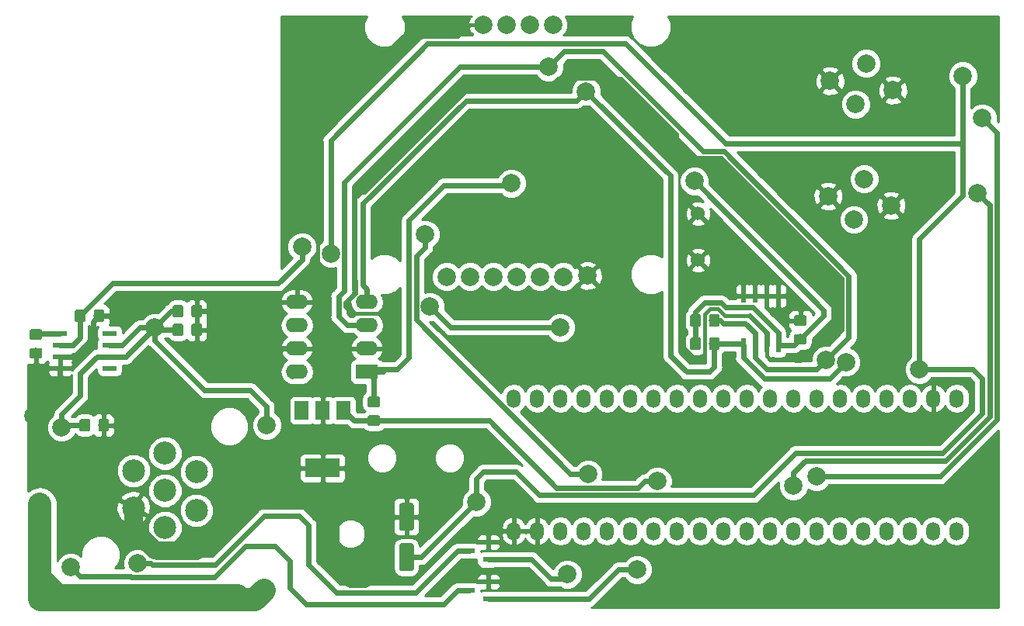
<source format=gbr>
G04 #@! TF.GenerationSoftware,KiCad,Pcbnew,(5.0.2)-1*
G04 #@! TF.CreationDate,2019-02-11T17:40:26+01:00*
G04 #@! TF.ProjectId,V2,56322e6b-6963-4616-945f-706362585858,rev?*
G04 #@! TF.SameCoordinates,PX5b8d800PY6453980*
G04 #@! TF.FileFunction,Copper,L1,Top*
G04 #@! TF.FilePolarity,Positive*
%FSLAX46Y46*%
G04 Gerber Fmt 4.6, Leading zero omitted, Abs format (unit mm)*
G04 Created by KiCad (PCBNEW (5.0.2)-1) date 02/11/19 17:40:26*
%MOMM*%
%LPD*%
G01*
G04 APERTURE LIST*
G04 #@! TA.AperFunction,Conductor*
%ADD10C,0.100000*%
G04 #@! TD*
G04 #@! TA.AperFunction,SMDPad,CuDef*
%ADD11C,1.150000*%
G04 #@! TD*
G04 #@! TA.AperFunction,SMDPad,CuDef*
%ADD12C,1.600000*%
G04 #@! TD*
G04 #@! TA.AperFunction,ComponentPad*
%ADD13O,1.500000X2.000000*%
G04 #@! TD*
G04 #@! TA.AperFunction,ComponentPad*
%ADD14C,1.524000*%
G04 #@! TD*
G04 #@! TA.AperFunction,ComponentPad*
%ADD15C,2.000000*%
G04 #@! TD*
G04 #@! TA.AperFunction,ComponentPad*
%ADD16C,2.500000*%
G04 #@! TD*
G04 #@! TA.AperFunction,ComponentPad*
%ADD17O,2.400000X1.600000*%
G04 #@! TD*
G04 #@! TA.AperFunction,ComponentPad*
%ADD18R,2.400000X1.600000*%
G04 #@! TD*
G04 #@! TA.AperFunction,SMDPad,CuDef*
%ADD19R,1.550000X0.600000*%
G04 #@! TD*
G04 #@! TA.AperFunction,SMDPad,CuDef*
%ADD20R,0.600000X1.550000*%
G04 #@! TD*
G04 #@! TA.AperFunction,SMDPad,CuDef*
%ADD21R,1.500000X2.000000*%
G04 #@! TD*
G04 #@! TA.AperFunction,SMDPad,CuDef*
%ADD22R,3.800000X2.000000*%
G04 #@! TD*
G04 #@! TA.AperFunction,SMDPad,CuDef*
%ADD23R,1.300000X0.600000*%
G04 #@! TD*
G04 #@! TA.AperFunction,ViaPad*
%ADD24C,2.000000*%
G04 #@! TD*
G04 #@! TA.AperFunction,Conductor*
%ADD25C,2.000000*%
G04 #@! TD*
G04 #@! TA.AperFunction,Conductor*
%ADD26C,0.600000*%
G04 #@! TD*
G04 #@! TA.AperFunction,Conductor*
%ADD27C,0.400000*%
G04 #@! TD*
G04 #@! TA.AperFunction,Conductor*
%ADD28C,2.500000*%
G04 #@! TD*
G04 #@! TA.AperFunction,Conductor*
%ADD29C,0.254000*%
G04 #@! TD*
G04 APERTURE END LIST*
D10*
G04 #@! TO.N,GND*
G04 #@! TO.C,C1*
G36*
X8752505Y33254796D02*
X8776773Y33251196D01*
X8800572Y33245235D01*
X8823671Y33236970D01*
X8845850Y33226480D01*
X8866893Y33213868D01*
X8886599Y33199253D01*
X8904777Y33182777D01*
X8921253Y33164599D01*
X8935868Y33144893D01*
X8948480Y33123850D01*
X8958970Y33101671D01*
X8967235Y33078572D01*
X8973196Y33054773D01*
X8976796Y33030505D01*
X8978000Y33006001D01*
X8978000Y32105999D01*
X8976796Y32081495D01*
X8973196Y32057227D01*
X8967235Y32033428D01*
X8958970Y32010329D01*
X8948480Y31988150D01*
X8935868Y31967107D01*
X8921253Y31947401D01*
X8904777Y31929223D01*
X8886599Y31912747D01*
X8866893Y31898132D01*
X8845850Y31885520D01*
X8823671Y31875030D01*
X8800572Y31866765D01*
X8776773Y31860804D01*
X8752505Y31857204D01*
X8728001Y31856000D01*
X8077999Y31856000D01*
X8053495Y31857204D01*
X8029227Y31860804D01*
X8005428Y31866765D01*
X7982329Y31875030D01*
X7960150Y31885520D01*
X7939107Y31898132D01*
X7919401Y31912747D01*
X7901223Y31929223D01*
X7884747Y31947401D01*
X7870132Y31967107D01*
X7857520Y31988150D01*
X7847030Y32010329D01*
X7838765Y32033428D01*
X7832804Y32057227D01*
X7829204Y32081495D01*
X7828000Y32105999D01*
X7828000Y33006001D01*
X7829204Y33030505D01*
X7832804Y33054773D01*
X7838765Y33078572D01*
X7847030Y33101671D01*
X7857520Y33123850D01*
X7870132Y33144893D01*
X7884747Y33164599D01*
X7901223Y33182777D01*
X7919401Y33199253D01*
X7939107Y33213868D01*
X7960150Y33226480D01*
X7982329Y33236970D01*
X8005428Y33245235D01*
X8029227Y33251196D01*
X8053495Y33254796D01*
X8077999Y33256000D01*
X8728001Y33256000D01*
X8752505Y33254796D01*
X8752505Y33254796D01*
G37*
D11*
G04 #@! TD*
G04 #@! TO.P,C1,2*
G04 #@! TO.N,GND*
X8403000Y32556000D03*
D10*
G04 #@! TO.N,+7.5V*
G04 #@! TO.C,C1*
G36*
X6702505Y33254796D02*
X6726773Y33251196D01*
X6750572Y33245235D01*
X6773671Y33236970D01*
X6795850Y33226480D01*
X6816893Y33213868D01*
X6836599Y33199253D01*
X6854777Y33182777D01*
X6871253Y33164599D01*
X6885868Y33144893D01*
X6898480Y33123850D01*
X6908970Y33101671D01*
X6917235Y33078572D01*
X6923196Y33054773D01*
X6926796Y33030505D01*
X6928000Y33006001D01*
X6928000Y32105999D01*
X6926796Y32081495D01*
X6923196Y32057227D01*
X6917235Y32033428D01*
X6908970Y32010329D01*
X6898480Y31988150D01*
X6885868Y31967107D01*
X6871253Y31947401D01*
X6854777Y31929223D01*
X6836599Y31912747D01*
X6816893Y31898132D01*
X6795850Y31885520D01*
X6773671Y31875030D01*
X6750572Y31866765D01*
X6726773Y31860804D01*
X6702505Y31857204D01*
X6678001Y31856000D01*
X6027999Y31856000D01*
X6003495Y31857204D01*
X5979227Y31860804D01*
X5955428Y31866765D01*
X5932329Y31875030D01*
X5910150Y31885520D01*
X5889107Y31898132D01*
X5869401Y31912747D01*
X5851223Y31929223D01*
X5834747Y31947401D01*
X5820132Y31967107D01*
X5807520Y31988150D01*
X5797030Y32010329D01*
X5788765Y32033428D01*
X5782804Y32057227D01*
X5779204Y32081495D01*
X5778000Y32105999D01*
X5778000Y33006001D01*
X5779204Y33030505D01*
X5782804Y33054773D01*
X5788765Y33078572D01*
X5797030Y33101671D01*
X5807520Y33123850D01*
X5820132Y33144893D01*
X5834747Y33164599D01*
X5851223Y33182777D01*
X5869401Y33199253D01*
X5889107Y33213868D01*
X5910150Y33226480D01*
X5932329Y33236970D01*
X5955428Y33245235D01*
X5979227Y33251196D01*
X6003495Y33254796D01*
X6027999Y33256000D01*
X6678001Y33256000D01*
X6702505Y33254796D01*
X6702505Y33254796D01*
G37*
D11*
G04 #@! TD*
G04 #@! TO.P,C1,1*
G04 #@! TO.N,+7.5V*
X6353000Y32556000D03*
D10*
G04 #@! TO.N,GND*
G04 #@! TO.C,C8*
G36*
X42496504Y12124796D02*
X42520773Y12121196D01*
X42544571Y12115235D01*
X42567671Y12106970D01*
X42589849Y12096480D01*
X42610893Y12083867D01*
X42630598Y12069253D01*
X42648777Y12052777D01*
X42665253Y12034598D01*
X42679867Y12014893D01*
X42692480Y11993849D01*
X42702970Y11971671D01*
X42711235Y11948571D01*
X42717196Y11924773D01*
X42720796Y11900504D01*
X42722000Y11876000D01*
X42722000Y9376000D01*
X42720796Y9351496D01*
X42717196Y9327227D01*
X42711235Y9303429D01*
X42702970Y9280329D01*
X42692480Y9258151D01*
X42679867Y9237107D01*
X42665253Y9217402D01*
X42648777Y9199223D01*
X42630598Y9182747D01*
X42610893Y9168133D01*
X42589849Y9155520D01*
X42567671Y9145030D01*
X42544571Y9136765D01*
X42520773Y9130804D01*
X42496504Y9127204D01*
X42472000Y9126000D01*
X41372000Y9126000D01*
X41347496Y9127204D01*
X41323227Y9130804D01*
X41299429Y9136765D01*
X41276329Y9145030D01*
X41254151Y9155520D01*
X41233107Y9168133D01*
X41213402Y9182747D01*
X41195223Y9199223D01*
X41178747Y9217402D01*
X41164133Y9237107D01*
X41151520Y9258151D01*
X41141030Y9280329D01*
X41132765Y9303429D01*
X41126804Y9327227D01*
X41123204Y9351496D01*
X41122000Y9376000D01*
X41122000Y11876000D01*
X41123204Y11900504D01*
X41126804Y11924773D01*
X41132765Y11948571D01*
X41141030Y11971671D01*
X41151520Y11993849D01*
X41164133Y12014893D01*
X41178747Y12034598D01*
X41195223Y12052777D01*
X41213402Y12069253D01*
X41233107Y12083867D01*
X41254151Y12096480D01*
X41276329Y12106970D01*
X41299429Y12115235D01*
X41323227Y12121196D01*
X41347496Y12124796D01*
X41372000Y12126000D01*
X42472000Y12126000D01*
X42496504Y12124796D01*
X42496504Y12124796D01*
G37*
D12*
G04 #@! TD*
G04 #@! TO.P,C8,2*
G04 #@! TO.N,GND*
X41922000Y10626000D03*
D10*
G04 #@! TO.N,+3V3*
G04 #@! TO.C,C8*
G36*
X42496504Y7724796D02*
X42520773Y7721196D01*
X42544571Y7715235D01*
X42567671Y7706970D01*
X42589849Y7696480D01*
X42610893Y7683867D01*
X42630598Y7669253D01*
X42648777Y7652777D01*
X42665253Y7634598D01*
X42679867Y7614893D01*
X42692480Y7593849D01*
X42702970Y7571671D01*
X42711235Y7548571D01*
X42717196Y7524773D01*
X42720796Y7500504D01*
X42722000Y7476000D01*
X42722000Y4976000D01*
X42720796Y4951496D01*
X42717196Y4927227D01*
X42711235Y4903429D01*
X42702970Y4880329D01*
X42692480Y4858151D01*
X42679867Y4837107D01*
X42665253Y4817402D01*
X42648777Y4799223D01*
X42630598Y4782747D01*
X42610893Y4768133D01*
X42589849Y4755520D01*
X42567671Y4745030D01*
X42544571Y4736765D01*
X42520773Y4730804D01*
X42496504Y4727204D01*
X42472000Y4726000D01*
X41372000Y4726000D01*
X41347496Y4727204D01*
X41323227Y4730804D01*
X41299429Y4736765D01*
X41276329Y4745030D01*
X41254151Y4755520D01*
X41233107Y4768133D01*
X41213402Y4782747D01*
X41195223Y4799223D01*
X41178747Y4817402D01*
X41164133Y4837107D01*
X41151520Y4858151D01*
X41141030Y4880329D01*
X41132765Y4903429D01*
X41126804Y4927227D01*
X41123204Y4951496D01*
X41122000Y4976000D01*
X41122000Y7476000D01*
X41123204Y7500504D01*
X41126804Y7524773D01*
X41132765Y7548571D01*
X41141030Y7571671D01*
X41151520Y7593849D01*
X41164133Y7614893D01*
X41178747Y7634598D01*
X41195223Y7652777D01*
X41213402Y7669253D01*
X41233107Y7683867D01*
X41254151Y7696480D01*
X41276329Y7706970D01*
X41299429Y7715235D01*
X41323227Y7721196D01*
X41347496Y7724796D01*
X41372000Y7726000D01*
X42472000Y7726000D01*
X42496504Y7724796D01*
X42496504Y7724796D01*
G37*
D12*
G04 #@! TD*
G04 #@! TO.P,C8,1*
G04 #@! TO.N,+3V3*
X41922000Y6226000D03*
D10*
G04 #@! TO.N,GND*
G04 #@! TO.C,C4*
G36*
X19411505Y33762796D02*
X19435773Y33759196D01*
X19459572Y33753235D01*
X19482671Y33744970D01*
X19504850Y33734480D01*
X19525893Y33721868D01*
X19545599Y33707253D01*
X19563777Y33690777D01*
X19580253Y33672599D01*
X19594868Y33652893D01*
X19607480Y33631850D01*
X19617970Y33609671D01*
X19626235Y33586572D01*
X19632196Y33562773D01*
X19635796Y33538505D01*
X19637000Y33514001D01*
X19637000Y32613999D01*
X19635796Y32589495D01*
X19632196Y32565227D01*
X19626235Y32541428D01*
X19617970Y32518329D01*
X19607480Y32496150D01*
X19594868Y32475107D01*
X19580253Y32455401D01*
X19563777Y32437223D01*
X19545599Y32420747D01*
X19525893Y32406132D01*
X19504850Y32393520D01*
X19482671Y32383030D01*
X19459572Y32374765D01*
X19435773Y32368804D01*
X19411505Y32365204D01*
X19387001Y32364000D01*
X18736999Y32364000D01*
X18712495Y32365204D01*
X18688227Y32368804D01*
X18664428Y32374765D01*
X18641329Y32383030D01*
X18619150Y32393520D01*
X18598107Y32406132D01*
X18578401Y32420747D01*
X18560223Y32437223D01*
X18543747Y32455401D01*
X18529132Y32475107D01*
X18516520Y32496150D01*
X18506030Y32518329D01*
X18497765Y32541428D01*
X18491804Y32565227D01*
X18488204Y32589495D01*
X18487000Y32613999D01*
X18487000Y33514001D01*
X18488204Y33538505D01*
X18491804Y33562773D01*
X18497765Y33586572D01*
X18506030Y33609671D01*
X18516520Y33631850D01*
X18529132Y33652893D01*
X18543747Y33672599D01*
X18560223Y33690777D01*
X18578401Y33707253D01*
X18598107Y33721868D01*
X18619150Y33734480D01*
X18641329Y33744970D01*
X18664428Y33753235D01*
X18688227Y33759196D01*
X18712495Y33762796D01*
X18736999Y33764000D01*
X19387001Y33764000D01*
X19411505Y33762796D01*
X19411505Y33762796D01*
G37*
D11*
G04 #@! TD*
G04 #@! TO.P,C4,2*
G04 #@! TO.N,GND*
X19062000Y33064000D03*
D10*
G04 #@! TO.N,+5vREF*
G04 #@! TO.C,C4*
G36*
X17361505Y33762796D02*
X17385773Y33759196D01*
X17409572Y33753235D01*
X17432671Y33744970D01*
X17454850Y33734480D01*
X17475893Y33721868D01*
X17495599Y33707253D01*
X17513777Y33690777D01*
X17530253Y33672599D01*
X17544868Y33652893D01*
X17557480Y33631850D01*
X17567970Y33609671D01*
X17576235Y33586572D01*
X17582196Y33562773D01*
X17585796Y33538505D01*
X17587000Y33514001D01*
X17587000Y32613999D01*
X17585796Y32589495D01*
X17582196Y32565227D01*
X17576235Y32541428D01*
X17567970Y32518329D01*
X17557480Y32496150D01*
X17544868Y32475107D01*
X17530253Y32455401D01*
X17513777Y32437223D01*
X17495599Y32420747D01*
X17475893Y32406132D01*
X17454850Y32393520D01*
X17432671Y32383030D01*
X17409572Y32374765D01*
X17385773Y32368804D01*
X17361505Y32365204D01*
X17337001Y32364000D01*
X16686999Y32364000D01*
X16662495Y32365204D01*
X16638227Y32368804D01*
X16614428Y32374765D01*
X16591329Y32383030D01*
X16569150Y32393520D01*
X16548107Y32406132D01*
X16528401Y32420747D01*
X16510223Y32437223D01*
X16493747Y32455401D01*
X16479132Y32475107D01*
X16466520Y32496150D01*
X16456030Y32518329D01*
X16447765Y32541428D01*
X16441804Y32565227D01*
X16438204Y32589495D01*
X16437000Y32613999D01*
X16437000Y33514001D01*
X16438204Y33538505D01*
X16441804Y33562773D01*
X16447765Y33586572D01*
X16456030Y33609671D01*
X16466520Y33631850D01*
X16479132Y33652893D01*
X16493747Y33672599D01*
X16510223Y33690777D01*
X16528401Y33707253D01*
X16548107Y33721868D01*
X16569150Y33734480D01*
X16591329Y33744970D01*
X16614428Y33753235D01*
X16638227Y33759196D01*
X16662495Y33762796D01*
X16686999Y33764000D01*
X17337001Y33764000D01*
X17361505Y33762796D01*
X17361505Y33762796D01*
G37*
D11*
G04 #@! TD*
G04 #@! TO.P,C4,1*
G04 #@! TO.N,+5vREF*
X17012000Y33064000D03*
D10*
G04 #@! TO.N,+3V3*
G04 #@! TO.C,C31*
G36*
X85322505Y30580796D02*
X85346773Y30577196D01*
X85370572Y30571235D01*
X85393671Y30562970D01*
X85415850Y30552480D01*
X85436893Y30539868D01*
X85456599Y30525253D01*
X85474777Y30508777D01*
X85491253Y30490599D01*
X85505868Y30470893D01*
X85518480Y30449850D01*
X85528970Y30427671D01*
X85537235Y30404572D01*
X85543196Y30380773D01*
X85546796Y30356505D01*
X85548000Y30332001D01*
X85548000Y29681999D01*
X85546796Y29657495D01*
X85543196Y29633227D01*
X85537235Y29609428D01*
X85528970Y29586329D01*
X85518480Y29564150D01*
X85505868Y29543107D01*
X85491253Y29523401D01*
X85474777Y29505223D01*
X85456599Y29488747D01*
X85436893Y29474132D01*
X85415850Y29461520D01*
X85393671Y29451030D01*
X85370572Y29442765D01*
X85346773Y29436804D01*
X85322505Y29433204D01*
X85298001Y29432000D01*
X84397999Y29432000D01*
X84373495Y29433204D01*
X84349227Y29436804D01*
X84325428Y29442765D01*
X84302329Y29451030D01*
X84280150Y29461520D01*
X84259107Y29474132D01*
X84239401Y29488747D01*
X84221223Y29505223D01*
X84204747Y29523401D01*
X84190132Y29543107D01*
X84177520Y29564150D01*
X84167030Y29586329D01*
X84158765Y29609428D01*
X84152804Y29633227D01*
X84149204Y29657495D01*
X84148000Y29681999D01*
X84148000Y30332001D01*
X84149204Y30356505D01*
X84152804Y30380773D01*
X84158765Y30404572D01*
X84167030Y30427671D01*
X84177520Y30449850D01*
X84190132Y30470893D01*
X84204747Y30490599D01*
X84221223Y30508777D01*
X84239401Y30525253D01*
X84259107Y30539868D01*
X84280150Y30552480D01*
X84302329Y30562970D01*
X84325428Y30571235D01*
X84349227Y30577196D01*
X84373495Y30580796D01*
X84397999Y30582000D01*
X85298001Y30582000D01*
X85322505Y30580796D01*
X85322505Y30580796D01*
G37*
D11*
G04 #@! TD*
G04 #@! TO.P,C31,2*
G04 #@! TO.N,+3V3*
X84848000Y30007000D03*
D10*
G04 #@! TO.N,GND*
G04 #@! TO.C,C31*
G36*
X85322505Y32630796D02*
X85346773Y32627196D01*
X85370572Y32621235D01*
X85393671Y32612970D01*
X85415850Y32602480D01*
X85436893Y32589868D01*
X85456599Y32575253D01*
X85474777Y32558777D01*
X85491253Y32540599D01*
X85505868Y32520893D01*
X85518480Y32499850D01*
X85528970Y32477671D01*
X85537235Y32454572D01*
X85543196Y32430773D01*
X85546796Y32406505D01*
X85548000Y32382001D01*
X85548000Y31731999D01*
X85546796Y31707495D01*
X85543196Y31683227D01*
X85537235Y31659428D01*
X85528970Y31636329D01*
X85518480Y31614150D01*
X85505868Y31593107D01*
X85491253Y31573401D01*
X85474777Y31555223D01*
X85456599Y31538747D01*
X85436893Y31524132D01*
X85415850Y31511520D01*
X85393671Y31501030D01*
X85370572Y31492765D01*
X85346773Y31486804D01*
X85322505Y31483204D01*
X85298001Y31482000D01*
X84397999Y31482000D01*
X84373495Y31483204D01*
X84349227Y31486804D01*
X84325428Y31492765D01*
X84302329Y31501030D01*
X84280150Y31511520D01*
X84259107Y31524132D01*
X84239401Y31538747D01*
X84221223Y31555223D01*
X84204747Y31573401D01*
X84190132Y31593107D01*
X84177520Y31614150D01*
X84167030Y31636329D01*
X84158765Y31659428D01*
X84152804Y31683227D01*
X84149204Y31707495D01*
X84148000Y31731999D01*
X84148000Y32382001D01*
X84149204Y32406505D01*
X84152804Y32430773D01*
X84158765Y32454572D01*
X84167030Y32477671D01*
X84177520Y32499850D01*
X84190132Y32520893D01*
X84204747Y32540599D01*
X84221223Y32558777D01*
X84239401Y32575253D01*
X84259107Y32589868D01*
X84280150Y32602480D01*
X84302329Y32612970D01*
X84325428Y32621235D01*
X84349227Y32627196D01*
X84373495Y32630796D01*
X84397999Y32632000D01*
X85298001Y32632000D01*
X85322505Y32630796D01*
X85322505Y32630796D01*
G37*
D11*
G04 #@! TD*
G04 #@! TO.P,C31,1*
G04 #@! TO.N,GND*
X84848000Y32057000D03*
D10*
G04 #@! TO.N,GND*
G04 #@! TO.C,C3*
G36*
X19411505Y31730796D02*
X19435773Y31727196D01*
X19459572Y31721235D01*
X19482671Y31712970D01*
X19504850Y31702480D01*
X19525893Y31689868D01*
X19545599Y31675253D01*
X19563777Y31658777D01*
X19580253Y31640599D01*
X19594868Y31620893D01*
X19607480Y31599850D01*
X19617970Y31577671D01*
X19626235Y31554572D01*
X19632196Y31530773D01*
X19635796Y31506505D01*
X19637000Y31482001D01*
X19637000Y30581999D01*
X19635796Y30557495D01*
X19632196Y30533227D01*
X19626235Y30509428D01*
X19617970Y30486329D01*
X19607480Y30464150D01*
X19594868Y30443107D01*
X19580253Y30423401D01*
X19563777Y30405223D01*
X19545599Y30388747D01*
X19525893Y30374132D01*
X19504850Y30361520D01*
X19482671Y30351030D01*
X19459572Y30342765D01*
X19435773Y30336804D01*
X19411505Y30333204D01*
X19387001Y30332000D01*
X18736999Y30332000D01*
X18712495Y30333204D01*
X18688227Y30336804D01*
X18664428Y30342765D01*
X18641329Y30351030D01*
X18619150Y30361520D01*
X18598107Y30374132D01*
X18578401Y30388747D01*
X18560223Y30405223D01*
X18543747Y30423401D01*
X18529132Y30443107D01*
X18516520Y30464150D01*
X18506030Y30486329D01*
X18497765Y30509428D01*
X18491804Y30533227D01*
X18488204Y30557495D01*
X18487000Y30581999D01*
X18487000Y31482001D01*
X18488204Y31506505D01*
X18491804Y31530773D01*
X18497765Y31554572D01*
X18506030Y31577671D01*
X18516520Y31599850D01*
X18529132Y31620893D01*
X18543747Y31640599D01*
X18560223Y31658777D01*
X18578401Y31675253D01*
X18598107Y31689868D01*
X18619150Y31702480D01*
X18641329Y31712970D01*
X18664428Y31721235D01*
X18688227Y31727196D01*
X18712495Y31730796D01*
X18736999Y31732000D01*
X19387001Y31732000D01*
X19411505Y31730796D01*
X19411505Y31730796D01*
G37*
D11*
G04 #@! TD*
G04 #@! TO.P,C3,2*
G04 #@! TO.N,GND*
X19062000Y31032000D03*
D10*
G04 #@! TO.N,+5vREF*
G04 #@! TO.C,C3*
G36*
X17361505Y31730796D02*
X17385773Y31727196D01*
X17409572Y31721235D01*
X17432671Y31712970D01*
X17454850Y31702480D01*
X17475893Y31689868D01*
X17495599Y31675253D01*
X17513777Y31658777D01*
X17530253Y31640599D01*
X17544868Y31620893D01*
X17557480Y31599850D01*
X17567970Y31577671D01*
X17576235Y31554572D01*
X17582196Y31530773D01*
X17585796Y31506505D01*
X17587000Y31482001D01*
X17587000Y30581999D01*
X17585796Y30557495D01*
X17582196Y30533227D01*
X17576235Y30509428D01*
X17567970Y30486329D01*
X17557480Y30464150D01*
X17544868Y30443107D01*
X17530253Y30423401D01*
X17513777Y30405223D01*
X17495599Y30388747D01*
X17475893Y30374132D01*
X17454850Y30361520D01*
X17432671Y30351030D01*
X17409572Y30342765D01*
X17385773Y30336804D01*
X17361505Y30333204D01*
X17337001Y30332000D01*
X16686999Y30332000D01*
X16662495Y30333204D01*
X16638227Y30336804D01*
X16614428Y30342765D01*
X16591329Y30351030D01*
X16569150Y30361520D01*
X16548107Y30374132D01*
X16528401Y30388747D01*
X16510223Y30405223D01*
X16493747Y30423401D01*
X16479132Y30443107D01*
X16466520Y30464150D01*
X16456030Y30486329D01*
X16447765Y30509428D01*
X16441804Y30533227D01*
X16438204Y30557495D01*
X16437000Y30581999D01*
X16437000Y31482001D01*
X16438204Y31506505D01*
X16441804Y31530773D01*
X16447765Y31554572D01*
X16456030Y31577671D01*
X16466520Y31599850D01*
X16479132Y31620893D01*
X16493747Y31640599D01*
X16510223Y31658777D01*
X16528401Y31675253D01*
X16548107Y31689868D01*
X16569150Y31702480D01*
X16591329Y31712970D01*
X16614428Y31721235D01*
X16638227Y31727196D01*
X16662495Y31730796D01*
X16686999Y31732000D01*
X17337001Y31732000D01*
X17361505Y31730796D01*
X17361505Y31730796D01*
G37*
D11*
G04 #@! TD*
G04 #@! TO.P,C3,1*
G04 #@! TO.N,+5vREF*
X17012000Y31032000D03*
D10*
G04 #@! TO.N,GND*
G04 #@! TO.C,C2*
G36*
X2010505Y29056796D02*
X2034773Y29053196D01*
X2058572Y29047235D01*
X2081671Y29038970D01*
X2103850Y29028480D01*
X2124893Y29015868D01*
X2144599Y29001253D01*
X2162777Y28984777D01*
X2179253Y28966599D01*
X2193868Y28946893D01*
X2206480Y28925850D01*
X2216970Y28903671D01*
X2225235Y28880572D01*
X2231196Y28856773D01*
X2234796Y28832505D01*
X2236000Y28808001D01*
X2236000Y28157999D01*
X2234796Y28133495D01*
X2231196Y28109227D01*
X2225235Y28085428D01*
X2216970Y28062329D01*
X2206480Y28040150D01*
X2193868Y28019107D01*
X2179253Y27999401D01*
X2162777Y27981223D01*
X2144599Y27964747D01*
X2124893Y27950132D01*
X2103850Y27937520D01*
X2081671Y27927030D01*
X2058572Y27918765D01*
X2034773Y27912804D01*
X2010505Y27909204D01*
X1986001Y27908000D01*
X1085999Y27908000D01*
X1061495Y27909204D01*
X1037227Y27912804D01*
X1013428Y27918765D01*
X990329Y27927030D01*
X968150Y27937520D01*
X947107Y27950132D01*
X927401Y27964747D01*
X909223Y27981223D01*
X892747Y27999401D01*
X878132Y28019107D01*
X865520Y28040150D01*
X855030Y28062329D01*
X846765Y28085428D01*
X840804Y28109227D01*
X837204Y28133495D01*
X836000Y28157999D01*
X836000Y28808001D01*
X837204Y28832505D01*
X840804Y28856773D01*
X846765Y28880572D01*
X855030Y28903671D01*
X865520Y28925850D01*
X878132Y28946893D01*
X892747Y28966599D01*
X909223Y28984777D01*
X927401Y29001253D01*
X947107Y29015868D01*
X968150Y29028480D01*
X990329Y29038970D01*
X1013428Y29047235D01*
X1037227Y29053196D01*
X1061495Y29056796D01*
X1085999Y29058000D01*
X1986001Y29058000D01*
X2010505Y29056796D01*
X2010505Y29056796D01*
G37*
D11*
G04 #@! TD*
G04 #@! TO.P,C2,2*
G04 #@! TO.N,GND*
X1536000Y28483000D03*
D10*
G04 #@! TO.N,Net-(C2-Pad1)*
G04 #@! TO.C,C2*
G36*
X2010505Y31106796D02*
X2034773Y31103196D01*
X2058572Y31097235D01*
X2081671Y31088970D01*
X2103850Y31078480D01*
X2124893Y31065868D01*
X2144599Y31051253D01*
X2162777Y31034777D01*
X2179253Y31016599D01*
X2193868Y30996893D01*
X2206480Y30975850D01*
X2216970Y30953671D01*
X2225235Y30930572D01*
X2231196Y30906773D01*
X2234796Y30882505D01*
X2236000Y30858001D01*
X2236000Y30207999D01*
X2234796Y30183495D01*
X2231196Y30159227D01*
X2225235Y30135428D01*
X2216970Y30112329D01*
X2206480Y30090150D01*
X2193868Y30069107D01*
X2179253Y30049401D01*
X2162777Y30031223D01*
X2144599Y30014747D01*
X2124893Y30000132D01*
X2103850Y29987520D01*
X2081671Y29977030D01*
X2058572Y29968765D01*
X2034773Y29962804D01*
X2010505Y29959204D01*
X1986001Y29958000D01*
X1085999Y29958000D01*
X1061495Y29959204D01*
X1037227Y29962804D01*
X1013428Y29968765D01*
X990329Y29977030D01*
X968150Y29987520D01*
X947107Y30000132D01*
X927401Y30014747D01*
X909223Y30031223D01*
X892747Y30049401D01*
X878132Y30069107D01*
X865520Y30090150D01*
X855030Y30112329D01*
X846765Y30135428D01*
X840804Y30159227D01*
X837204Y30183495D01*
X836000Y30207999D01*
X836000Y30858001D01*
X837204Y30882505D01*
X840804Y30906773D01*
X846765Y30930572D01*
X855030Y30953671D01*
X865520Y30975850D01*
X878132Y30996893D01*
X892747Y31016599D01*
X909223Y31034777D01*
X927401Y31051253D01*
X947107Y31065868D01*
X968150Y31078480D01*
X990329Y31088970D01*
X1013428Y31097235D01*
X1037227Y31103196D01*
X1061495Y31106796D01*
X1085999Y31108000D01*
X1986001Y31108000D01*
X2010505Y31106796D01*
X2010505Y31106796D01*
G37*
D11*
G04 #@! TD*
G04 #@! TO.P,C2,1*
G04 #@! TO.N,Net-(C2-Pad1)*
X1536000Y30533000D03*
D10*
G04 #@! TO.N,GND*
G04 #@! TO.C,C16*
G36*
X9260505Y21316796D02*
X9284773Y21313196D01*
X9308572Y21307235D01*
X9331671Y21298970D01*
X9353850Y21288480D01*
X9374893Y21275868D01*
X9394599Y21261253D01*
X9412777Y21244777D01*
X9429253Y21226599D01*
X9443868Y21206893D01*
X9456480Y21185850D01*
X9466970Y21163671D01*
X9475235Y21140572D01*
X9481196Y21116773D01*
X9484796Y21092505D01*
X9486000Y21068001D01*
X9486000Y20167999D01*
X9484796Y20143495D01*
X9481196Y20119227D01*
X9475235Y20095428D01*
X9466970Y20072329D01*
X9456480Y20050150D01*
X9443868Y20029107D01*
X9429253Y20009401D01*
X9412777Y19991223D01*
X9394599Y19974747D01*
X9374893Y19960132D01*
X9353850Y19947520D01*
X9331671Y19937030D01*
X9308572Y19928765D01*
X9284773Y19922804D01*
X9260505Y19919204D01*
X9236001Y19918000D01*
X8585999Y19918000D01*
X8561495Y19919204D01*
X8537227Y19922804D01*
X8513428Y19928765D01*
X8490329Y19937030D01*
X8468150Y19947520D01*
X8447107Y19960132D01*
X8427401Y19974747D01*
X8409223Y19991223D01*
X8392747Y20009401D01*
X8378132Y20029107D01*
X8365520Y20050150D01*
X8355030Y20072329D01*
X8346765Y20095428D01*
X8340804Y20119227D01*
X8337204Y20143495D01*
X8336000Y20167999D01*
X8336000Y21068001D01*
X8337204Y21092505D01*
X8340804Y21116773D01*
X8346765Y21140572D01*
X8355030Y21163671D01*
X8365520Y21185850D01*
X8378132Y21206893D01*
X8392747Y21226599D01*
X8409223Y21244777D01*
X8427401Y21261253D01*
X8447107Y21275868D01*
X8468150Y21288480D01*
X8490329Y21298970D01*
X8513428Y21307235D01*
X8537227Y21313196D01*
X8561495Y21316796D01*
X8585999Y21318000D01*
X9236001Y21318000D01*
X9260505Y21316796D01*
X9260505Y21316796D01*
G37*
D11*
G04 #@! TD*
G04 #@! TO.P,C16,2*
G04 #@! TO.N,GND*
X8911000Y20618000D03*
D10*
G04 #@! TO.N,+5vREF*
G04 #@! TO.C,C16*
G36*
X7210505Y21316796D02*
X7234773Y21313196D01*
X7258572Y21307235D01*
X7281671Y21298970D01*
X7303850Y21288480D01*
X7324893Y21275868D01*
X7344599Y21261253D01*
X7362777Y21244777D01*
X7379253Y21226599D01*
X7393868Y21206893D01*
X7406480Y21185850D01*
X7416970Y21163671D01*
X7425235Y21140572D01*
X7431196Y21116773D01*
X7434796Y21092505D01*
X7436000Y21068001D01*
X7436000Y20167999D01*
X7434796Y20143495D01*
X7431196Y20119227D01*
X7425235Y20095428D01*
X7416970Y20072329D01*
X7406480Y20050150D01*
X7393868Y20029107D01*
X7379253Y20009401D01*
X7362777Y19991223D01*
X7344599Y19974747D01*
X7324893Y19960132D01*
X7303850Y19947520D01*
X7281671Y19937030D01*
X7258572Y19928765D01*
X7234773Y19922804D01*
X7210505Y19919204D01*
X7186001Y19918000D01*
X6535999Y19918000D01*
X6511495Y19919204D01*
X6487227Y19922804D01*
X6463428Y19928765D01*
X6440329Y19937030D01*
X6418150Y19947520D01*
X6397107Y19960132D01*
X6377401Y19974747D01*
X6359223Y19991223D01*
X6342747Y20009401D01*
X6328132Y20029107D01*
X6315520Y20050150D01*
X6305030Y20072329D01*
X6296765Y20095428D01*
X6290804Y20119227D01*
X6287204Y20143495D01*
X6286000Y20167999D01*
X6286000Y21068001D01*
X6287204Y21092505D01*
X6290804Y21116773D01*
X6296765Y21140572D01*
X6305030Y21163671D01*
X6315520Y21185850D01*
X6328132Y21206893D01*
X6342747Y21226599D01*
X6359223Y21244777D01*
X6377401Y21261253D01*
X6397107Y21275868D01*
X6418150Y21288480D01*
X6440329Y21298970D01*
X6463428Y21307235D01*
X6487227Y21313196D01*
X6511495Y21316796D01*
X6535999Y21318000D01*
X7186001Y21318000D01*
X7210505Y21316796D01*
X7210505Y21316796D01*
G37*
D11*
G04 #@! TD*
G04 #@! TO.P,C16,1*
G04 #@! TO.N,+5vREF*
X6861000Y20618000D03*
D13*
G04 #@! TO.P,U3,20*
G04 #@! TO.N,GND*
X53606000Y9050000D03*
G04 #@! TO.P,U3,21*
G04 #@! TO.N,Net-(U3-Pad21)*
X53606000Y23550000D03*
G04 #@! TO.P,U3,19*
G04 #@! TO.N,GND*
X56146000Y9050000D03*
G04 #@! TO.P,U3,22*
G04 #@! TO.N,Net-(U3-Pad22)*
X56146000Y23550000D03*
G04 #@! TO.P,U3,18*
G04 #@! TO.N,+3V3*
X58686000Y9050000D03*
G04 #@! TO.P,U3,23*
G04 #@! TO.N,Net-(U3-Pad23)*
X58686000Y23550000D03*
G04 #@! TO.P,U3,17*
G04 #@! TO.N,Net-(SW1-Pad1)*
X61226000Y9050000D03*
G04 #@! TO.P,U3,24*
G04 #@! TO.N,Net-(U3-Pad24)*
X61226000Y23550000D03*
G04 #@! TO.P,U3,16*
G04 #@! TO.N,AO*
X63766000Y9050000D03*
G04 #@! TO.P,U3,25*
G04 #@! TO.N,Net-(U3-Pad25)*
X63766000Y23550000D03*
G04 #@! TO.P,U3,15*
G04 #@! TO.N,RESET*
X66306000Y9050000D03*
G04 #@! TO.P,U3,26*
G04 #@! TO.N,Net-(R16-Pad1)*
X66306000Y23550000D03*
G04 #@! TO.P,U3,14*
G04 #@! TO.N,/MCU/MOSFETtemp*
X68846000Y9050000D03*
G04 #@! TO.P,U3,27*
G04 #@! TO.N,Net-(R15-Pad1)*
X68846000Y23550000D03*
G04 #@! TO.P,U3,13*
G04 #@! TO.N,Net-(U3-Pad13)*
X71386000Y9050000D03*
G04 #@! TO.P,U3,28*
G04 #@! TO.N,Net-(U3-Pad28)*
X71386000Y23550000D03*
G04 #@! TO.P,U3,12*
G04 #@! TO.N,MOSI*
X73926000Y9050000D03*
G04 #@! TO.P,U3,29*
G04 #@! TO.N,Net-(U3-Pad29)*
X73926000Y23550000D03*
G04 #@! TO.P,U3,11*
G04 #@! TO.N,MISO*
X76466000Y9050000D03*
G04 #@! TO.P,U3,30*
G04 #@! TO.N,Net-(U3-Pad30)*
X76466000Y23550000D03*
G04 #@! TO.P,U3,10*
G04 #@! TO.N,SCK*
X79006000Y9050000D03*
G04 #@! TO.P,U3,31*
G04 #@! TO.N,Net-(U3-Pad31)*
X79006000Y23550000D03*
G04 #@! TO.P,U3,9*
G04 #@! TO.N,CS*
X81546000Y9050000D03*
G04 #@! TO.P,U3,32*
G04 #@! TO.N,Net-(U3-Pad32)*
X81546000Y23550000D03*
G04 #@! TO.P,U3,8*
G04 #@! TO.N,BTN_UP*
X84086000Y9050000D03*
G04 #@! TO.P,U3,33*
G04 #@! TO.N,Net-(U3-Pad33)*
X84086000Y23550000D03*
G04 #@! TO.P,U3,7*
G04 #@! TO.N,BTN_DN*
X86626000Y9050000D03*
G04 #@! TO.P,U3,34*
G04 #@! TO.N,/MCU/SCL*
X86626000Y23550000D03*
G04 #@! TO.P,U3,6*
G04 #@! TO.N,/MCU/SolderPWM2*
X89166000Y9050000D03*
G04 #@! TO.P,U3,35*
G04 #@! TO.N,/MCU/SDA*
X89166000Y23550000D03*
G04 #@! TO.P,U3,5*
G04 #@! TO.N,/MCU/SolderPWM1*
X91706000Y9050000D03*
G04 #@! TO.P,U3,36*
G04 #@! TO.N,Net-(U3-Pad36)*
X91706000Y23550000D03*
G04 #@! TO.P,U3,4*
G04 #@! TO.N,Net-(U3-Pad4)*
X94246000Y9050000D03*
G04 #@! TO.P,U3,37*
G04 #@! TO.N,Net-(U3-Pad37)*
X94246000Y23550000D03*
G04 #@! TO.P,U3,3*
G04 #@! TO.N,Net-(U3-Pad3)*
X96786000Y9050000D03*
G04 #@! TO.P,U3,38*
G04 #@! TO.N,Net-(U3-Pad38)*
X96786000Y23550000D03*
G04 #@! TO.P,U3,2*
G04 #@! TO.N,Net-(U3-Pad2)*
X99326000Y9050000D03*
G04 #@! TO.P,U3,39*
G04 #@! TO.N,GND*
X99326000Y23550000D03*
G04 #@! TO.P,U3,1*
G04 #@! TO.N,Net-(U3-Pad1)*
X101866000Y9050000D03*
G04 #@! TO.P,U3,40*
G04 #@! TO.N,+3V3*
X101866000Y23550000D03*
G04 #@! TD*
D14*
G04 #@! TO.P,JP1,2*
G04 #@! TO.N,GND*
X73672000Y43732000D03*
G04 #@! TO.P,JP1,1*
X73672000Y38652000D03*
G04 #@! TD*
D15*
G04 #@! TO.P,U14,6*
G04 #@! TO.N,AO*
X48821100Y36824600D03*
G04 #@! TO.P,U14,7*
G04 #@! TO.N,CS*
X46281100Y36824600D03*
G04 #@! TO.P,U14,5*
G04 #@! TO.N,RESET*
X51361100Y36824600D03*
G04 #@! TO.P,U14,1*
G04 #@! TO.N,GND*
X61648100Y36951600D03*
G04 #@! TO.P,U14,2*
G04 #@! TO.N,+3V3*
X58981100Y36824600D03*
G04 #@! TO.P,U14,3*
G04 #@! TO.N,SCK*
X56441100Y36824600D03*
G04 #@! TO.P,U14,4*
G04 #@! TO.N,MOSI*
X53901100Y36824600D03*
G04 #@! TD*
D16*
G04 #@! TO.P,J1,7*
G04 #@! TO.N,Heater1*
X15600000Y9436000D03*
G04 #@! TO.P,J1,5*
G04 #@! TO.N,/SolderCon/TipPotential*
X19029000Y11341000D03*
G04 #@! TO.P,J1,1*
G04 #@! TO.N,GND*
X12171000Y11595000D03*
G04 #@! TO.P,J1,4*
G04 #@! TO.N,HandleTempRaw*
X19029000Y15532000D03*
G04 #@! TO.P,J1,3*
G04 #@! TO.N,Net-(J1-Pad3)*
X15600000Y17564000D03*
G04 #@! TO.P,J1,2*
G04 #@! TO.N,Heater2*
X12171000Y15659000D03*
G04 #@! TO.P,J1,6*
G04 #@! TO.N,TC1+*
X15600000Y13500000D03*
G04 #@! TD*
D15*
G04 #@! TO.P,U11,1*
G04 #@! TO.N,GND*
X50250000Y64350000D03*
G04 #@! TO.P,U11,2*
G04 #@! TO.N,+3V3*
X52790000Y64350000D03*
G04 #@! TO.P,U11,3*
G04 #@! TO.N,/MCU/SCL*
X55330000Y64350000D03*
G04 #@! TO.P,U11,4*
G04 #@! TO.N,/MCU/SDA*
X57870000Y64350000D03*
G04 #@! TD*
D17*
G04 #@! TO.P,U13,8*
G04 #@! TO.N,Net-(U12-Pad7)*
X29984000Y26460000D03*
G04 #@! TO.P,U13,4*
G04 #@! TO.N,/MCU/SDA*
X37604000Y34080000D03*
G04 #@! TO.P,U13,7*
G04 #@! TO.N,GND*
X29984000Y29000000D03*
G04 #@! TO.P,U13,3*
G04 #@! TO.N,/MCU/SCL*
X37604000Y31540000D03*
G04 #@! TO.P,U13,6*
G04 #@! TO.N,Net-(U13-Pad6)*
X29984000Y31540000D03*
G04 #@! TO.P,U13,2*
G04 #@! TO.N,GND*
X37604000Y29000000D03*
G04 #@! TO.P,U13,5*
X29984000Y34080000D03*
D18*
G04 #@! TO.P,U13,1*
G04 #@! TO.N,+3V3*
X37604000Y26460000D03*
G04 #@! TD*
D19*
G04 #@! TO.P,U1,8*
G04 #@! TO.N,Net-(U1-Pad8)*
X9570000Y30651000D03*
G04 #@! TO.P,U1,7*
G04 #@! TO.N,+5vREF*
X9570000Y29381000D03*
G04 #@! TO.P,U1,6*
X9570000Y28111000D03*
G04 #@! TO.P,U1,5*
G04 #@! TO.N,Net-(U1-Pad5)*
X9570000Y26841000D03*
G04 #@! TO.P,U1,4*
G04 #@! TO.N,GND*
X4170000Y26841000D03*
G04 #@! TO.P,U1,3*
X4170000Y28111000D03*
G04 #@! TO.P,U1,2*
G04 #@! TO.N,+7.5V*
X4170000Y29381000D03*
G04 #@! TO.P,U1,1*
G04 #@! TO.N,Net-(C2-Pad1)*
X4170000Y30651000D03*
G04 #@! TD*
D20*
G04 #@! TO.P,U9,8*
G04 #@! TO.N,+3V3*
X82435000Y29348000D03*
G04 #@! TO.P,U9,7*
G04 #@! TO.N,GND*
X81165000Y29348000D03*
G04 #@! TO.P,U9,6*
G04 #@! TO.N,/MCU/SCL*
X79895000Y29348000D03*
G04 #@! TO.P,U9,5*
G04 #@! TO.N,/MCU/SDA*
X78625000Y29348000D03*
G04 #@! TO.P,U9,4*
G04 #@! TO.N,GND*
X78625000Y34748000D03*
G04 #@! TO.P,U9,3*
X79895000Y34748000D03*
G04 #@! TO.P,U9,2*
X81165000Y34748000D03*
G04 #@! TO.P,U9,1*
X82435000Y34748000D03*
G04 #@! TD*
D21*
G04 #@! TO.P,U5,1*
G04 #@! TO.N,/MCU/MOSFETtemp*
X35078000Y22244000D03*
G04 #@! TO.P,U5,3*
G04 #@! TO.N,N/C*
X30478000Y22244000D03*
G04 #@! TO.P,U5,2*
G04 #@! TO.N,GND*
X32778000Y22244000D03*
D22*
G04 #@! TO.P,U5,4*
X32778000Y15944000D03*
G04 #@! TD*
D10*
G04 #@! TO.N,/MCU/SDA*
G04 #@! TO.C,R17*
G36*
X75808505Y30206796D02*
X75832773Y30203196D01*
X75856572Y30197235D01*
X75879671Y30188970D01*
X75901850Y30178480D01*
X75922893Y30165868D01*
X75942599Y30151253D01*
X75960777Y30134777D01*
X75977253Y30116599D01*
X75991868Y30096893D01*
X76004480Y30075850D01*
X76014970Y30053671D01*
X76023235Y30030572D01*
X76029196Y30006773D01*
X76032796Y29982505D01*
X76034000Y29958001D01*
X76034000Y29057999D01*
X76032796Y29033495D01*
X76029196Y29009227D01*
X76023235Y28985428D01*
X76014970Y28962329D01*
X76004480Y28940150D01*
X75991868Y28919107D01*
X75977253Y28899401D01*
X75960777Y28881223D01*
X75942599Y28864747D01*
X75922893Y28850132D01*
X75901850Y28837520D01*
X75879671Y28827030D01*
X75856572Y28818765D01*
X75832773Y28812804D01*
X75808505Y28809204D01*
X75784001Y28808000D01*
X75133999Y28808000D01*
X75109495Y28809204D01*
X75085227Y28812804D01*
X75061428Y28818765D01*
X75038329Y28827030D01*
X75016150Y28837520D01*
X74995107Y28850132D01*
X74975401Y28864747D01*
X74957223Y28881223D01*
X74940747Y28899401D01*
X74926132Y28919107D01*
X74913520Y28940150D01*
X74903030Y28962329D01*
X74894765Y28985428D01*
X74888804Y29009227D01*
X74885204Y29033495D01*
X74884000Y29057999D01*
X74884000Y29958001D01*
X74885204Y29982505D01*
X74888804Y30006773D01*
X74894765Y30030572D01*
X74903030Y30053671D01*
X74913520Y30075850D01*
X74926132Y30096893D01*
X74940747Y30116599D01*
X74957223Y30134777D01*
X74975401Y30151253D01*
X74995107Y30165868D01*
X75016150Y30178480D01*
X75038329Y30188970D01*
X75061428Y30197235D01*
X75085227Y30203196D01*
X75109495Y30206796D01*
X75133999Y30208000D01*
X75784001Y30208000D01*
X75808505Y30206796D01*
X75808505Y30206796D01*
G37*
D11*
G04 #@! TD*
G04 #@! TO.P,R17,2*
G04 #@! TO.N,/MCU/SDA*
X75459000Y29508000D03*
D10*
G04 #@! TO.N,+3V3*
G04 #@! TO.C,R17*
G36*
X73758505Y30206796D02*
X73782773Y30203196D01*
X73806572Y30197235D01*
X73829671Y30188970D01*
X73851850Y30178480D01*
X73872893Y30165868D01*
X73892599Y30151253D01*
X73910777Y30134777D01*
X73927253Y30116599D01*
X73941868Y30096893D01*
X73954480Y30075850D01*
X73964970Y30053671D01*
X73973235Y30030572D01*
X73979196Y30006773D01*
X73982796Y29982505D01*
X73984000Y29958001D01*
X73984000Y29057999D01*
X73982796Y29033495D01*
X73979196Y29009227D01*
X73973235Y28985428D01*
X73964970Y28962329D01*
X73954480Y28940150D01*
X73941868Y28919107D01*
X73927253Y28899401D01*
X73910777Y28881223D01*
X73892599Y28864747D01*
X73872893Y28850132D01*
X73851850Y28837520D01*
X73829671Y28827030D01*
X73806572Y28818765D01*
X73782773Y28812804D01*
X73758505Y28809204D01*
X73734001Y28808000D01*
X73083999Y28808000D01*
X73059495Y28809204D01*
X73035227Y28812804D01*
X73011428Y28818765D01*
X72988329Y28827030D01*
X72966150Y28837520D01*
X72945107Y28850132D01*
X72925401Y28864747D01*
X72907223Y28881223D01*
X72890747Y28899401D01*
X72876132Y28919107D01*
X72863520Y28940150D01*
X72853030Y28962329D01*
X72844765Y28985428D01*
X72838804Y29009227D01*
X72835204Y29033495D01*
X72834000Y29057999D01*
X72834000Y29958001D01*
X72835204Y29982505D01*
X72838804Y30006773D01*
X72844765Y30030572D01*
X72853030Y30053671D01*
X72863520Y30075850D01*
X72876132Y30096893D01*
X72890747Y30116599D01*
X72907223Y30134777D01*
X72925401Y30151253D01*
X72945107Y30165868D01*
X72966150Y30178480D01*
X72988329Y30188970D01*
X73011428Y30197235D01*
X73035227Y30203196D01*
X73059495Y30206796D01*
X73083999Y30208000D01*
X73734001Y30208000D01*
X73758505Y30206796D01*
X73758505Y30206796D01*
G37*
D11*
G04 #@! TD*
G04 #@! TO.P,R17,1*
G04 #@! TO.N,+3V3*
X73409000Y29508000D03*
D10*
G04 #@! TO.N,/MCU/MOSFETtemp*
G04 #@! TO.C,R21*
G36*
X38840505Y21699796D02*
X38864773Y21696196D01*
X38888572Y21690235D01*
X38911671Y21681970D01*
X38933850Y21671480D01*
X38954893Y21658868D01*
X38974599Y21644253D01*
X38992777Y21627777D01*
X39009253Y21609599D01*
X39023868Y21589893D01*
X39036480Y21568850D01*
X39046970Y21546671D01*
X39055235Y21523572D01*
X39061196Y21499773D01*
X39064796Y21475505D01*
X39066000Y21451001D01*
X39066000Y20800999D01*
X39064796Y20776495D01*
X39061196Y20752227D01*
X39055235Y20728428D01*
X39046970Y20705329D01*
X39036480Y20683150D01*
X39023868Y20662107D01*
X39009253Y20642401D01*
X38992777Y20624223D01*
X38974599Y20607747D01*
X38954893Y20593132D01*
X38933850Y20580520D01*
X38911671Y20570030D01*
X38888572Y20561765D01*
X38864773Y20555804D01*
X38840505Y20552204D01*
X38816001Y20551000D01*
X37915999Y20551000D01*
X37891495Y20552204D01*
X37867227Y20555804D01*
X37843428Y20561765D01*
X37820329Y20570030D01*
X37798150Y20580520D01*
X37777107Y20593132D01*
X37757401Y20607747D01*
X37739223Y20624223D01*
X37722747Y20642401D01*
X37708132Y20662107D01*
X37695520Y20683150D01*
X37685030Y20705329D01*
X37676765Y20728428D01*
X37670804Y20752227D01*
X37667204Y20776495D01*
X37666000Y20800999D01*
X37666000Y21451001D01*
X37667204Y21475505D01*
X37670804Y21499773D01*
X37676765Y21523572D01*
X37685030Y21546671D01*
X37695520Y21568850D01*
X37708132Y21589893D01*
X37722747Y21609599D01*
X37739223Y21627777D01*
X37757401Y21644253D01*
X37777107Y21658868D01*
X37798150Y21671480D01*
X37820329Y21681970D01*
X37843428Y21690235D01*
X37867227Y21696196D01*
X37891495Y21699796D01*
X37915999Y21701000D01*
X38816001Y21701000D01*
X38840505Y21699796D01*
X38840505Y21699796D01*
G37*
D11*
G04 #@! TD*
G04 #@! TO.P,R21,2*
G04 #@! TO.N,/MCU/MOSFETtemp*
X38366000Y21126000D03*
D10*
G04 #@! TO.N,+3V3*
G04 #@! TO.C,R21*
G36*
X38840505Y23749796D02*
X38864773Y23746196D01*
X38888572Y23740235D01*
X38911671Y23731970D01*
X38933850Y23721480D01*
X38954893Y23708868D01*
X38974599Y23694253D01*
X38992777Y23677777D01*
X39009253Y23659599D01*
X39023868Y23639893D01*
X39036480Y23618850D01*
X39046970Y23596671D01*
X39055235Y23573572D01*
X39061196Y23549773D01*
X39064796Y23525505D01*
X39066000Y23501001D01*
X39066000Y22850999D01*
X39064796Y22826495D01*
X39061196Y22802227D01*
X39055235Y22778428D01*
X39046970Y22755329D01*
X39036480Y22733150D01*
X39023868Y22712107D01*
X39009253Y22692401D01*
X38992777Y22674223D01*
X38974599Y22657747D01*
X38954893Y22643132D01*
X38933850Y22630520D01*
X38911671Y22620030D01*
X38888572Y22611765D01*
X38864773Y22605804D01*
X38840505Y22602204D01*
X38816001Y22601000D01*
X37915999Y22601000D01*
X37891495Y22602204D01*
X37867227Y22605804D01*
X37843428Y22611765D01*
X37820329Y22620030D01*
X37798150Y22630520D01*
X37777107Y22643132D01*
X37757401Y22657747D01*
X37739223Y22674223D01*
X37722747Y22692401D01*
X37708132Y22712107D01*
X37695520Y22733150D01*
X37685030Y22755329D01*
X37676765Y22778428D01*
X37670804Y22802227D01*
X37667204Y22826495D01*
X37666000Y22850999D01*
X37666000Y23501001D01*
X37667204Y23525505D01*
X37670804Y23549773D01*
X37676765Y23573572D01*
X37685030Y23596671D01*
X37695520Y23618850D01*
X37708132Y23639893D01*
X37722747Y23659599D01*
X37739223Y23677777D01*
X37757401Y23694253D01*
X37777107Y23708868D01*
X37798150Y23721480D01*
X37820329Y23731970D01*
X37843428Y23740235D01*
X37867227Y23746196D01*
X37891495Y23749796D01*
X37915999Y23751000D01*
X38816001Y23751000D01*
X38840505Y23749796D01*
X38840505Y23749796D01*
G37*
D11*
G04 #@! TD*
G04 #@! TO.P,R21,1*
G04 #@! TO.N,+3V3*
X38366000Y23176000D03*
D10*
G04 #@! TO.N,/MCU/SCL*
G04 #@! TO.C,R18*
G36*
X75808505Y32746796D02*
X75832773Y32743196D01*
X75856572Y32737235D01*
X75879671Y32728970D01*
X75901850Y32718480D01*
X75922893Y32705868D01*
X75942599Y32691253D01*
X75960777Y32674777D01*
X75977253Y32656599D01*
X75991868Y32636893D01*
X76004480Y32615850D01*
X76014970Y32593671D01*
X76023235Y32570572D01*
X76029196Y32546773D01*
X76032796Y32522505D01*
X76034000Y32498001D01*
X76034000Y31597999D01*
X76032796Y31573495D01*
X76029196Y31549227D01*
X76023235Y31525428D01*
X76014970Y31502329D01*
X76004480Y31480150D01*
X75991868Y31459107D01*
X75977253Y31439401D01*
X75960777Y31421223D01*
X75942599Y31404747D01*
X75922893Y31390132D01*
X75901850Y31377520D01*
X75879671Y31367030D01*
X75856572Y31358765D01*
X75832773Y31352804D01*
X75808505Y31349204D01*
X75784001Y31348000D01*
X75133999Y31348000D01*
X75109495Y31349204D01*
X75085227Y31352804D01*
X75061428Y31358765D01*
X75038329Y31367030D01*
X75016150Y31377520D01*
X74995107Y31390132D01*
X74975401Y31404747D01*
X74957223Y31421223D01*
X74940747Y31439401D01*
X74926132Y31459107D01*
X74913520Y31480150D01*
X74903030Y31502329D01*
X74894765Y31525428D01*
X74888804Y31549227D01*
X74885204Y31573495D01*
X74884000Y31597999D01*
X74884000Y32498001D01*
X74885204Y32522505D01*
X74888804Y32546773D01*
X74894765Y32570572D01*
X74903030Y32593671D01*
X74913520Y32615850D01*
X74926132Y32636893D01*
X74940747Y32656599D01*
X74957223Y32674777D01*
X74975401Y32691253D01*
X74995107Y32705868D01*
X75016150Y32718480D01*
X75038329Y32728970D01*
X75061428Y32737235D01*
X75085227Y32743196D01*
X75109495Y32746796D01*
X75133999Y32748000D01*
X75784001Y32748000D01*
X75808505Y32746796D01*
X75808505Y32746796D01*
G37*
D11*
G04 #@! TD*
G04 #@! TO.P,R18,2*
G04 #@! TO.N,/MCU/SCL*
X75459000Y32048000D03*
D10*
G04 #@! TO.N,+3V3*
G04 #@! TO.C,R18*
G36*
X73758505Y32746796D02*
X73782773Y32743196D01*
X73806572Y32737235D01*
X73829671Y32728970D01*
X73851850Y32718480D01*
X73872893Y32705868D01*
X73892599Y32691253D01*
X73910777Y32674777D01*
X73927253Y32656599D01*
X73941868Y32636893D01*
X73954480Y32615850D01*
X73964970Y32593671D01*
X73973235Y32570572D01*
X73979196Y32546773D01*
X73982796Y32522505D01*
X73984000Y32498001D01*
X73984000Y31597999D01*
X73982796Y31573495D01*
X73979196Y31549227D01*
X73973235Y31525428D01*
X73964970Y31502329D01*
X73954480Y31480150D01*
X73941868Y31459107D01*
X73927253Y31439401D01*
X73910777Y31421223D01*
X73892599Y31404747D01*
X73872893Y31390132D01*
X73851850Y31377520D01*
X73829671Y31367030D01*
X73806572Y31358765D01*
X73782773Y31352804D01*
X73758505Y31349204D01*
X73734001Y31348000D01*
X73083999Y31348000D01*
X73059495Y31349204D01*
X73035227Y31352804D01*
X73011428Y31358765D01*
X72988329Y31367030D01*
X72966150Y31377520D01*
X72945107Y31390132D01*
X72925401Y31404747D01*
X72907223Y31421223D01*
X72890747Y31439401D01*
X72876132Y31459107D01*
X72863520Y31480150D01*
X72853030Y31502329D01*
X72844765Y31525428D01*
X72838804Y31549227D01*
X72835204Y31573495D01*
X72834000Y31597999D01*
X72834000Y32498001D01*
X72835204Y32522505D01*
X72838804Y32546773D01*
X72844765Y32570572D01*
X72853030Y32593671D01*
X72863520Y32615850D01*
X72876132Y32636893D01*
X72890747Y32656599D01*
X72907223Y32674777D01*
X72925401Y32691253D01*
X72945107Y32705868D01*
X72966150Y32718480D01*
X72988329Y32728970D01*
X73011428Y32737235D01*
X73035227Y32743196D01*
X73059495Y32746796D01*
X73083999Y32748000D01*
X73734001Y32748000D01*
X73758505Y32746796D01*
X73758505Y32746796D01*
G37*
D11*
G04 #@! TD*
G04 #@! TO.P,R18,1*
G04 #@! TO.N,+3V3*
X73409000Y32048000D03*
D23*
G04 #@! TO.P,Q4,1*
G04 #@! TO.N,Net-(Q4-Pad1)*
X50846000Y1634000D03*
G04 #@! TO.P,Q4,2*
G04 #@! TO.N,GND*
X50846000Y3534000D03*
G04 #@! TO.P,Q4,3*
G04 #@! TO.N,Net-(Q4-Pad3)*
X48746000Y2584000D03*
G04 #@! TD*
G04 #@! TO.P,Q2,1*
G04 #@! TO.N,Net-(Q2-Pad1)*
X50846000Y5952000D03*
G04 #@! TO.P,Q2,2*
G04 #@! TO.N,GND*
X50846000Y7852000D03*
G04 #@! TO.P,Q2,3*
G04 #@! TO.N,Net-(Q2-Pad3)*
X48746000Y6902000D03*
G04 #@! TD*
D15*
G04 #@! TO.P,DN_sw1,1*
G04 #@! TO.N,Net-(C30-Pad1)*
X91808000Y47513000D03*
G04 #@! TO.P,DN_sw1,2*
G04 #@! TO.N,GND*
X87871000Y45608000D03*
G04 #@! TO.P,DN_sw1,4*
X94729000Y44592000D03*
G04 #@! TO.P,DN_sw1,3*
G04 #@! TO.N,Net-(C30-Pad1)*
X90665000Y43068000D03*
G04 #@! TD*
G04 #@! TO.P,UP_sw1,1*
G04 #@! TO.N,Net-(C29-Pad1)*
X92008000Y60113000D03*
G04 #@! TO.P,UP_sw1,2*
G04 #@! TO.N,GND*
X88071000Y58208000D03*
G04 #@! TO.P,UP_sw1,4*
X94929000Y57192000D03*
G04 #@! TO.P,UP_sw1,3*
G04 #@! TO.N,Net-(C29-Pad1)*
X90865000Y55668000D03*
G04 #@! TD*
D24*
G04 #@! TO.N,GND*
X36410000Y12960000D03*
X37300000Y3900000D03*
X22110000Y32810000D03*
X1282000Y21634000D03*
X7378000Y10966000D03*
X11950000Y8172000D03*
X9410000Y9442000D03*
X26682000Y27222000D03*
X12204000Y33811979D03*
X23888000Y14522000D03*
X52590000Y11982000D03*
G04 #@! TO.N,+24V*
X1970000Y11990000D03*
X26428000Y2584000D03*
G04 #@! TO.N,Net-(Q2-Pad1)*
X59448000Y4362000D03*
G04 #@! TO.N,BTN_UP*
X84086000Y14014000D03*
X104159989Y45939141D03*
G04 #@! TO.N,BTN_DN*
X104660000Y54146000D03*
X86626000Y15030000D03*
G04 #@! TO.N,Net-(Q2-Pad3)*
X12639180Y5528380D03*
G04 #@! TO.N,Net-(Q4-Pad1)*
X67068000Y4870000D03*
G04 #@! TO.N,Net-(Q4-Pad3)*
X5346000Y5124000D03*
G04 #@! TO.N,+5vREF*
X14490000Y31286000D03*
X26682000Y20618000D03*
X4330000Y20370828D03*
G04 #@! TO.N,+3V3*
X49542000Y12236000D03*
X53352000Y47034000D03*
X97802000Y26714000D03*
X102546591Y58760547D03*
X73294010Y47266438D03*
X33670010Y39386831D03*
G04 #@! TO.N,/MCU/SCL*
X87642000Y27730000D03*
X57416000Y59734000D03*
G04 #@! TO.N,+7.5V*
X30536366Y40090646D03*
G04 #@! TO.N,/MCU/SDA*
X89830552Y27505743D03*
X61480000Y57063990D03*
G04 #@! TO.N,Net-(SW1-Pad1)*
X43954000Y41446000D03*
X61714895Y15298021D03*
G04 #@! TO.N,CS*
X58686000Y31286000D03*
X44476021Y33572000D03*
G04 #@! TO.N,/MCU/MOSFETtemp*
X69281180Y14498010D03*
G04 #@! TD*
D25*
G04 #@! TO.N,GND*
X33622999Y6162788D02*
X33622999Y12382999D01*
X35885787Y3900000D02*
X33622999Y6162788D01*
X37300000Y3900000D02*
X35885787Y3900000D01*
X34418786Y12382999D02*
X33622999Y12382999D01*
X34995787Y12960000D02*
X34418786Y12382999D01*
X36410000Y12960000D02*
X34995787Y12960000D01*
D26*
X19062000Y33064000D02*
X21856000Y33064000D01*
X21856000Y33064000D02*
X22110000Y32810000D01*
X4170000Y26841000D02*
X4170000Y24522000D01*
X4170000Y24522000D02*
X1282000Y21634000D01*
D25*
X14825097Y6878011D02*
X19038011Y6878011D01*
X14674717Y7028391D02*
X14825097Y6878011D01*
X24542999Y12382999D02*
X33622999Y12382999D01*
X14452943Y7028391D02*
X14674717Y7028391D01*
X12171000Y9310334D02*
X14452943Y7028391D01*
X19038011Y6878011D02*
X24542999Y12382999D01*
X12171000Y11595000D02*
X12171000Y9310334D01*
D26*
X29984000Y29000000D02*
X28460000Y29000000D01*
X28460000Y29000000D02*
X26682000Y27222000D01*
X10948021Y32556000D02*
X11204001Y32811980D01*
X11204001Y32811980D02*
X12204000Y33811979D01*
X8403000Y32556000D02*
X10948021Y32556000D01*
X84848000Y27730000D02*
X86372000Y29254000D01*
X81165000Y30723000D02*
X79332000Y32556000D01*
X81165000Y29348000D02*
X81165000Y30723000D01*
D27*
X72148000Y37128000D02*
X73672000Y38652000D01*
X72148000Y29074744D02*
X72148000Y37128000D01*
X73492744Y27730000D02*
X72148000Y29074744D01*
X73926000Y27730000D02*
X73492744Y27730000D01*
X76645256Y32556000D02*
X75883256Y33318000D01*
X79332000Y32556000D02*
X76645256Y32556000D01*
X75883256Y33318000D02*
X75034744Y33318000D01*
X75034744Y33318000D02*
X74434000Y32717256D01*
X74434000Y32717256D02*
X74434000Y28238000D01*
X74434000Y28238000D02*
X73926000Y27730000D01*
D26*
X84340000Y27730000D02*
X84848000Y27730000D01*
D27*
X81608000Y27730000D02*
X84340000Y27730000D01*
X81165000Y28173000D02*
X81608000Y27730000D01*
X81165000Y29348000D02*
X81165000Y28173000D01*
X84340000Y27730000D02*
X85102000Y27730000D01*
X85102000Y27730000D02*
X86880000Y29508000D01*
X86880000Y29508000D02*
X87896000Y29508000D01*
X87896000Y29508000D02*
X89420000Y31032000D01*
X89420000Y31032000D02*
X89420000Y36620000D01*
X89420000Y36620000D02*
X76212000Y49828000D01*
X76212000Y49828000D02*
X72148000Y49828000D01*
X72148000Y49828000D02*
X71386000Y49066000D01*
X71386000Y49066000D02*
X71386000Y52368000D01*
X71386000Y52368000D02*
X65290000Y58464000D01*
X65290000Y58464000D02*
X58432000Y58464000D01*
X58432000Y58464000D02*
X57670000Y57702000D01*
X57670000Y57702000D02*
X49034000Y57702000D01*
X49034000Y57702000D02*
X37350000Y46018000D01*
X37350000Y46018000D02*
X36842000Y46018000D01*
X36842000Y46018000D02*
X36334000Y45510000D01*
X36334000Y45510000D02*
X36334000Y36366000D01*
X48835787Y64350000D02*
X47521787Y63036000D01*
X50250000Y64350000D02*
X48835787Y64350000D01*
X41446002Y63036000D02*
X32270000Y53859998D01*
X47521787Y63036000D02*
X41446002Y63036000D01*
X32270000Y53859998D02*
X32270000Y38144000D01*
X32270000Y38144000D02*
X32524000Y37890000D01*
D26*
X7779628Y31932628D02*
X7779628Y30163628D01*
X8403000Y32556000D02*
X7779628Y31932628D01*
X5727000Y28111000D02*
X4170000Y28111000D01*
X7779628Y30163628D02*
X5727000Y28111000D01*
X36334000Y35048491D02*
X35318000Y34032491D01*
X36334000Y36366000D02*
X36334000Y35048491D01*
X35318000Y34032491D02*
X35318000Y33572000D01*
X35318000Y33572000D02*
X36080000Y32810000D01*
D27*
X36080000Y32810000D02*
X39382000Y32810000D01*
D28*
G04 #@! TO.N,+24V*
X3940000Y1980000D02*
X1970000Y3950000D01*
X23534213Y1980000D02*
X3940000Y1980000D01*
X25428001Y1584001D02*
X2027999Y1584001D01*
X1970000Y1642000D02*
X1970000Y6902000D01*
X2027999Y1584001D02*
X1970000Y1642000D01*
X1970000Y3950000D02*
X1970000Y6902000D01*
X1970000Y6902000D02*
X1970000Y11990000D01*
X26428000Y2584000D02*
X25428001Y1584001D01*
D26*
G04 #@! TO.N,Net-(Q2-Pad1)*
X50846000Y5952000D02*
X52096000Y5952000D01*
X55572000Y5952000D02*
X57670000Y3854000D01*
X50846000Y5952000D02*
X55572000Y5952000D01*
X59702000Y3854000D02*
X57670000Y3854000D01*
G04 #@! TO.N,BTN_UP*
X100673376Y16769990D02*
X105460011Y21556625D01*
X84086000Y14014000D02*
X84086000Y15428213D01*
X84086000Y15428213D02*
X85427776Y16769989D01*
X85427776Y16769989D02*
X100673376Y16769990D01*
X105460011Y21556625D02*
X105460011Y44639119D01*
X105159988Y44939142D02*
X104159989Y45939141D01*
X105460011Y44639119D02*
X105159988Y44939142D01*
G04 #@! TO.N,BTN_DN*
X100064772Y15030000D02*
X88040213Y15030000D01*
X106260022Y21225250D02*
X100064772Y15030000D01*
X88040213Y15030000D02*
X86626000Y15030000D01*
X106260022Y52545978D02*
X106260022Y21225250D01*
X104660000Y54146000D02*
X106260022Y52545978D01*
G04 #@! TO.N,Net-(Q2-Pad3)*
X12458000Y4870000D02*
X12458000Y5347200D01*
X12458000Y5347200D02*
X12639180Y5528380D01*
X14053393Y5528380D02*
X12639180Y5528380D01*
X21094000Y5378000D02*
X14203773Y5378000D01*
X26428000Y10712000D02*
X21094000Y5378000D01*
X14203773Y5378000D02*
X14053393Y5528380D01*
X47496000Y6902000D02*
X42924000Y2330000D01*
X42924000Y2330000D02*
X34302000Y2330000D01*
X30238000Y10712000D02*
X26428000Y10712000D01*
X48746000Y6902000D02*
X47496000Y6902000D01*
X34302000Y2330000D02*
X31254000Y5378000D01*
X31254000Y5378000D02*
X31254000Y9696000D01*
X31254000Y9696000D02*
X30238000Y10712000D01*
G04 #@! TO.N,Net-(Q4-Pad1)*
X50846000Y1634000D02*
X61800000Y1634000D01*
X65036000Y4870000D02*
X63258000Y3092000D01*
X67068000Y4870000D02*
X65036000Y4870000D01*
X61800000Y1634000D02*
X63258000Y3092000D01*
X63258000Y3092000D02*
X64020000Y3854000D01*
G04 #@! TO.N,Net-(Q4-Pad3)*
X11823557Y4124001D02*
X11919179Y4028379D01*
X6345999Y4124001D02*
X11823557Y4124001D01*
X11919179Y4028379D02*
X21014379Y4028379D01*
X5346000Y5124000D02*
X6345999Y4124001D01*
X21014379Y4028379D02*
X24396000Y7410000D01*
X27616998Y7410000D02*
X29222000Y5804998D01*
X24396000Y7410000D02*
X27616998Y7410000D01*
X29222000Y5804998D02*
X29222000Y2838000D01*
X29222000Y2838000D02*
X31000000Y1060000D01*
X45972000Y1060000D02*
X44716000Y1060000D01*
X47496000Y2584000D02*
X45972000Y1060000D01*
X48746000Y2584000D02*
X47496000Y2584000D01*
X31000000Y1060000D02*
X44716000Y1060000D01*
G04 #@! TO.N,+5vREF*
X9570000Y28111000D02*
X11315000Y28111000D01*
X11315000Y28111000D02*
X14490000Y31286000D01*
X10945000Y29381000D02*
X9570000Y29381000D01*
X14490000Y31286000D02*
X12850000Y31286000D01*
X12850000Y31286000D02*
X10945000Y29381000D01*
X14744000Y31032000D02*
X14490000Y31286000D01*
X17012000Y31032000D02*
X14744000Y31032000D01*
X16268000Y33064000D02*
X14490000Y31286000D01*
X17012000Y33064000D02*
X16268000Y33064000D01*
X14490000Y29871787D02*
X19933787Y24428000D01*
X14490000Y31286000D02*
X14490000Y29871787D01*
X19933787Y24428000D02*
X24904000Y24428000D01*
X24904000Y24428000D02*
X26682000Y22650000D01*
X26682000Y22650000D02*
X26682000Y20618000D01*
X8195000Y28111000D02*
X6362000Y26278000D01*
X9570000Y28111000D02*
X8195000Y28111000D01*
X6362000Y23817041D02*
X6362000Y26278000D01*
X4330000Y21785041D02*
X6362000Y23817041D01*
X4330000Y20370828D02*
X4330000Y21785041D01*
X4577172Y20618000D02*
X4330000Y20370828D01*
X6861000Y20618000D02*
X4577172Y20618000D01*
G04 #@! TO.N,+3V3*
X84189000Y29348000D02*
X84848000Y30007000D01*
X82435000Y29348000D02*
X84189000Y29348000D01*
X73409000Y29508000D02*
X73409000Y32048000D01*
X41922000Y6226000D02*
X43532000Y6226000D01*
X37604000Y26460000D02*
X39404000Y26460000D01*
X43532000Y6226000D02*
X44970000Y7664000D01*
X44970000Y7664000D02*
X49542000Y12236000D01*
X38004000Y26460000D02*
X38258000Y26714000D01*
X37604000Y26460000D02*
X38004000Y26460000D01*
X38258000Y26714000D02*
X40906000Y26714000D01*
X40906000Y26714000D02*
X42176000Y27984000D01*
X42176000Y27984000D02*
X42176000Y42970000D01*
X42176000Y42970000D02*
X45986000Y46780000D01*
X45986000Y46780000D02*
X53098000Y46780000D01*
X53098000Y46780000D02*
X53352000Y47034000D01*
X97802000Y26714000D02*
X97802000Y40936165D01*
X97802000Y40936165D02*
X102546591Y45680756D01*
X38366000Y25698000D02*
X37604000Y26460000D01*
X38366000Y23176000D02*
X38366000Y25698000D01*
X102546591Y45680756D02*
X102546591Y51098000D01*
X102546591Y51098000D02*
X102546591Y58760547D01*
X49542000Y12236000D02*
X49542000Y14776000D01*
X49542000Y14776000D02*
X50304000Y15538000D01*
X50304000Y15538000D02*
X53860000Y15538000D01*
X53860000Y15538000D02*
X56400000Y12998000D01*
X56400000Y12998000D02*
X79768000Y12998000D01*
X79768000Y12998000D02*
X84340000Y17570000D01*
X84340000Y17570000D02*
X100342000Y17570000D01*
X100342000Y17570000D02*
X104660000Y21888000D01*
X103644000Y26714000D02*
X104660000Y25698000D01*
X97802000Y26714000D02*
X103644000Y26714000D01*
X104660000Y21888000D02*
X104660000Y25698000D01*
X82435000Y29348000D02*
X82435000Y30723000D01*
X76173210Y34018011D02*
X74398046Y34018011D01*
X82435000Y30723000D02*
X79685001Y33472999D01*
X73409000Y33028965D02*
X73409000Y32848000D01*
X73409000Y32848000D02*
X73409000Y32048000D01*
X74398046Y34018011D02*
X73409000Y33028965D01*
X76583267Y33607954D02*
X76173210Y34018011D01*
X76718221Y33472999D02*
X76583267Y33607954D01*
X79685001Y33472999D02*
X76718221Y33472999D01*
X84848000Y30007000D02*
X87388000Y32547000D01*
X87388000Y33172448D02*
X74294009Y46266439D01*
X74294009Y46266439D02*
X73294010Y47266438D01*
X87388000Y32547000D02*
X87388000Y33172448D01*
X33670010Y51736010D02*
X33670010Y40801044D01*
X33670010Y40801044D02*
X33670010Y39386831D01*
X44184021Y62250021D02*
X33670010Y51736010D01*
X65821979Y62250021D02*
X44184021Y62250021D01*
X76720000Y51352000D02*
X65821979Y62250021D01*
X102292591Y51352000D02*
X76720000Y51352000D01*
X102546591Y51098000D02*
X102292591Y51352000D01*
G04 #@! TO.N,/MCU/SCL*
X79895000Y27973000D02*
X81154000Y26714000D01*
X79895000Y29348000D02*
X79895000Y27973000D01*
X86626000Y26714000D02*
X87642000Y27730000D01*
X81154000Y26714000D02*
X86626000Y26714000D01*
X76426011Y31755989D02*
X76134000Y32048000D01*
X76134000Y32048000D02*
X75459000Y32048000D01*
X79895000Y30723000D02*
X78862011Y31755989D01*
X79895000Y29348000D02*
X79895000Y30723000D01*
X78862011Y31755989D02*
X76426011Y31755989D01*
X87642000Y27730000D02*
X90120011Y30208011D01*
X90120010Y36909954D02*
X76501954Y50528011D01*
X90120011Y30208011D02*
X90120010Y36909954D01*
X74215953Y50528011D02*
X63293954Y61450010D01*
X59132010Y61450010D02*
X58415999Y60733999D01*
X76501954Y50528011D02*
X74215953Y50528011D01*
X63293954Y61450010D02*
X59132010Y61450010D01*
X58415999Y60733999D02*
X57416000Y59734000D01*
X37604000Y31540000D02*
X35456614Y31540000D01*
X35456614Y31540000D02*
X34517989Y32478625D01*
X47764000Y59734000D02*
X56001787Y59734000D01*
X35170012Y47140012D02*
X47764000Y59734000D01*
X34517989Y34665375D02*
X35170012Y35317398D01*
X56001787Y59734000D02*
X57416000Y59734000D01*
X35170012Y35317398D02*
X35170012Y47140012D01*
X34517989Y32478625D02*
X34517989Y34665375D01*
G04 #@! TO.N,+7.5V*
X6353000Y31756000D02*
X6353000Y32556000D01*
X6353000Y30189000D02*
X6353000Y31756000D01*
X5545000Y29381000D02*
X6353000Y30189000D01*
X4170000Y29381000D02*
X5545000Y29381000D01*
X30536366Y38676433D02*
X30536366Y40090646D01*
X6353000Y32556000D02*
X9909000Y36112000D01*
X9909000Y36112000D02*
X27971933Y36112000D01*
X27971933Y36112000D02*
X30536366Y38676433D01*
G04 #@! TO.N,/MCU/SDA*
X78625000Y27973000D02*
X80900000Y25698000D01*
X78625000Y29348000D02*
X78625000Y27973000D01*
X88022809Y25698000D02*
X89830552Y27505743D01*
X80900000Y25698000D02*
X88022809Y25698000D01*
X78465000Y29508000D02*
X78625000Y29348000D01*
X75459000Y29508000D02*
X78465000Y29508000D01*
X75459000Y26977000D02*
X74942000Y26460000D01*
X75459000Y29508000D02*
X75459000Y26977000D01*
X62479999Y56063991D02*
X61480000Y57063990D01*
X74942000Y26460000D02*
X72428035Y26460000D01*
X72428035Y26460000D02*
X70685989Y28202046D01*
X70685989Y47858001D02*
X62479999Y56063991D01*
X70685989Y28202046D02*
X70685989Y47858001D01*
X37134011Y44812047D02*
X48385955Y56063991D01*
X60480001Y56063991D02*
X61480000Y57063990D01*
X37134011Y35949989D02*
X37134011Y44812047D01*
X48385955Y56063991D02*
X60480001Y56063991D01*
X37604000Y34080000D02*
X37604000Y35480000D01*
X37604000Y35480000D02*
X37134011Y35949989D01*
G04 #@! TO.N,Net-(U12-Pad7)*
X29476000Y25952000D02*
X29984000Y26460000D01*
G04 #@! TO.N,Net-(SW1-Pad1)*
X43954000Y40031787D02*
X42976011Y39053798D01*
X60300682Y15298021D02*
X61714895Y15298021D01*
X59792682Y15298021D02*
X60300682Y15298021D01*
X42976011Y32114692D02*
X59792682Y15298021D01*
X42976011Y39053798D02*
X42976011Y32114692D01*
X43954000Y41446000D02*
X43954000Y40031787D01*
G04 #@! TO.N,CS*
X46762021Y31286000D02*
X45476020Y32572001D01*
X58686000Y31286000D02*
X46762021Y31286000D01*
X45476020Y32572001D02*
X44476021Y33572000D01*
G04 #@! TO.N,Net-(C2-Pad1)*
X4170000Y30651000D02*
X2162000Y30651000D01*
G04 #@! TO.N,/MCU/MOSFETtemp*
X36196000Y21126000D02*
X35078000Y22244000D01*
X38366000Y21126000D02*
X36196000Y21126000D01*
X38366000Y21126000D02*
X50927386Y21126000D01*
X50927386Y21126000D02*
X58255375Y13798011D01*
X67866967Y14498010D02*
X69281180Y14498010D01*
X58255375Y13798011D02*
X67166968Y13798011D01*
X67166968Y13798011D02*
X67866967Y14498010D01*
G04 #@! TD*
D29*
G04 #@! TO.N,GND*
G36*
X32035010Y39061609D02*
X32283924Y38460678D01*
X32743857Y38000745D01*
X33344788Y37751831D01*
X33995232Y37751831D01*
X34235012Y37851151D01*
X34235012Y35704688D01*
X33921959Y35391634D01*
X33843893Y35339472D01*
X33791731Y35261406D01*
X33791730Y35261405D01*
X33637239Y35030193D01*
X33564672Y34665375D01*
X33582990Y34573285D01*
X33582989Y32570711D01*
X33564672Y32478625D01*
X33612273Y32239317D01*
X33637239Y32113807D01*
X33843892Y31804528D01*
X33921961Y31752364D01*
X34730355Y30943970D01*
X34782517Y30865903D01*
X35091795Y30659250D01*
X35364528Y30605000D01*
X35364531Y30605000D01*
X35456613Y30586684D01*
X35548695Y30605000D01*
X36102888Y30605000D01*
X36169423Y30505423D01*
X36525499Y30267501D01*
X36099500Y29924896D01*
X35829633Y29431819D01*
X35812096Y29349039D01*
X35934085Y29127000D01*
X37477000Y29127000D01*
X37477000Y29147000D01*
X37731000Y29147000D01*
X37731000Y29127000D01*
X39273915Y29127000D01*
X39395904Y29349039D01*
X39378367Y29431819D01*
X39108500Y29924896D01*
X38682501Y30267501D01*
X39038577Y30505423D01*
X39355740Y30980091D01*
X39467113Y31540000D01*
X39355740Y32099909D01*
X39038577Y32574577D01*
X38686242Y32810000D01*
X39038577Y33045423D01*
X39355740Y33520091D01*
X39467113Y34080000D01*
X39355740Y34639909D01*
X39205339Y34865000D01*
X39994569Y34865000D01*
X40816026Y35205259D01*
X41241001Y35630234D01*
X41241000Y28371290D01*
X40518711Y27649000D01*
X39307786Y27649000D01*
X39261809Y27717809D01*
X39051765Y27858157D01*
X38880984Y27892127D01*
X39108500Y28075104D01*
X39378367Y28568181D01*
X39395904Y28650961D01*
X39273915Y28873000D01*
X37731000Y28873000D01*
X37731000Y28853000D01*
X37477000Y28853000D01*
X37477000Y28873000D01*
X35934085Y28873000D01*
X35812096Y28650961D01*
X35829633Y28568181D01*
X36099500Y28075104D01*
X36327016Y27892127D01*
X36156235Y27858157D01*
X35946191Y27717809D01*
X35805843Y27507765D01*
X35756560Y27260000D01*
X35756560Y25660000D01*
X35805843Y25412235D01*
X35946191Y25202191D01*
X36156235Y25061843D01*
X36404000Y25012560D01*
X37431001Y25012560D01*
X37431000Y24235537D01*
X37281414Y24135586D01*
X37086873Y23844436D01*
X37018560Y23501001D01*
X37018560Y22850999D01*
X37086873Y22507564D01*
X37281414Y22216414D01*
X37379313Y22151000D01*
X37281414Y22085586D01*
X37264986Y22061000D01*
X36583290Y22061000D01*
X36475440Y22168850D01*
X36475440Y23244000D01*
X36426157Y23491765D01*
X36285809Y23701809D01*
X36075765Y23842157D01*
X35828000Y23891440D01*
X34328000Y23891440D01*
X34080235Y23842157D01*
X33928953Y23741073D01*
X33887699Y23782327D01*
X33654310Y23879000D01*
X33063750Y23879000D01*
X32905000Y23720250D01*
X32905000Y22371000D01*
X32925000Y22371000D01*
X32925000Y22117000D01*
X32905000Y22117000D01*
X32905000Y20767750D01*
X33063750Y20609000D01*
X33654310Y20609000D01*
X33887699Y20705673D01*
X33928953Y20746927D01*
X34080235Y20645843D01*
X34328000Y20596560D01*
X35403150Y20596560D01*
X35469740Y20529970D01*
X35521903Y20451903D01*
X35599969Y20399741D01*
X35831181Y20245250D01*
X36196000Y20172683D01*
X36288086Y20191000D01*
X37264986Y20191000D01*
X37281414Y20166414D01*
X37572564Y19971873D01*
X37915999Y19903560D01*
X38816001Y19903560D01*
X39159436Y19971873D01*
X39450586Y20166414D01*
X39467014Y20191000D01*
X50540097Y20191000D01*
X54488598Y16242499D01*
X54224819Y16418750D01*
X53952086Y16473000D01*
X53860000Y16491317D01*
X53767914Y16473000D01*
X50396086Y16473000D01*
X50304000Y16491317D01*
X50211914Y16473000D01*
X49939181Y16418750D01*
X49629903Y16212097D01*
X49577741Y16134030D01*
X48945970Y15502259D01*
X48867904Y15450097D01*
X48815742Y15372031D01*
X48815741Y15372030D01*
X48661250Y15140818D01*
X48588683Y14776000D01*
X48607001Y14683910D01*
X48607001Y13613240D01*
X48155914Y13162153D01*
X47907000Y12561222D01*
X47907000Y11923290D01*
X44373972Y8390261D01*
X44373969Y8390259D01*
X43369440Y7385729D01*
X43369440Y7476000D01*
X43301126Y7819435D01*
X43106586Y8110586D01*
X42815435Y8305126D01*
X42472000Y8373440D01*
X41372000Y8373440D01*
X41028565Y8305126D01*
X40737414Y8110586D01*
X40542874Y7819435D01*
X40474560Y7476000D01*
X40474560Y4976000D01*
X40542874Y4632565D01*
X40737414Y4341414D01*
X41028565Y4146874D01*
X41372000Y4078560D01*
X42472000Y4078560D01*
X42815435Y4146874D01*
X43106586Y4341414D01*
X43301126Y4632565D01*
X43369440Y4976000D01*
X43369440Y5291000D01*
X43439914Y5291000D01*
X43532000Y5272683D01*
X43624086Y5291000D01*
X43896819Y5345250D01*
X44206097Y5551903D01*
X44258261Y5629972D01*
X45696259Y7067969D01*
X45696261Y7067972D01*
X46906599Y8278310D01*
X49561000Y8278310D01*
X49561000Y8137750D01*
X49719750Y7979000D01*
X50719000Y7979000D01*
X50719000Y8628250D01*
X50973000Y8628250D01*
X50973000Y7979000D01*
X51972250Y7979000D01*
X52131000Y8137750D01*
X52131000Y8278310D01*
X52034327Y8511699D01*
X51855698Y8690327D01*
X51822822Y8703945D01*
X52213261Y8703945D01*
X52356036Y8178279D01*
X52689106Y7747264D01*
X53161765Y7476519D01*
X53264815Y7457682D01*
X53479000Y7580344D01*
X53479000Y8923000D01*
X53733000Y8923000D01*
X53733000Y7580344D01*
X53947185Y7457682D01*
X54050235Y7476519D01*
X54522894Y7747264D01*
X54855964Y8178279D01*
X54876000Y8252047D01*
X54896036Y8178279D01*
X55229106Y7747264D01*
X55701765Y7476519D01*
X55804815Y7457682D01*
X56019000Y7580344D01*
X56019000Y8923000D01*
X54914132Y8923000D01*
X54876000Y8871076D01*
X54837868Y8923000D01*
X53733000Y8923000D01*
X53479000Y8923000D01*
X52374132Y8923000D01*
X52213261Y8703945D01*
X51822822Y8703945D01*
X51622309Y8787000D01*
X51131750Y8787000D01*
X50973000Y8628250D01*
X50719000Y8628250D01*
X50560250Y8787000D01*
X50069691Y8787000D01*
X49836302Y8690327D01*
X49657673Y8511699D01*
X49561000Y8278310D01*
X46906599Y8278310D01*
X48024344Y9396055D01*
X52213261Y9396055D01*
X52374132Y9177000D01*
X53479000Y9177000D01*
X53479000Y10519656D01*
X53733000Y10519656D01*
X53733000Y9177000D01*
X54837868Y9177000D01*
X54876000Y9228924D01*
X54914132Y9177000D01*
X56019000Y9177000D01*
X56019000Y10519656D01*
X56273000Y10519656D01*
X56273000Y9177000D01*
X56293000Y9177000D01*
X56293000Y8923000D01*
X56273000Y8923000D01*
X56273000Y7580344D01*
X56487185Y7457682D01*
X56590235Y7476519D01*
X57062894Y7747264D01*
X57395964Y8178279D01*
X57407447Y8220557D01*
X57687471Y7801472D01*
X58145600Y7495359D01*
X58686000Y7387867D01*
X59226399Y7495359D01*
X59684528Y7801471D01*
X59956000Y8207757D01*
X60227471Y7801472D01*
X60685600Y7495359D01*
X61226000Y7387867D01*
X61766399Y7495359D01*
X62224528Y7801471D01*
X62496000Y8207757D01*
X62767471Y7801472D01*
X63225600Y7495359D01*
X63766000Y7387867D01*
X64306399Y7495359D01*
X64764528Y7801471D01*
X65036000Y8207757D01*
X65307471Y7801472D01*
X65765600Y7495359D01*
X66306000Y7387867D01*
X66846399Y7495359D01*
X67304528Y7801471D01*
X67576000Y8207757D01*
X67847471Y7801472D01*
X68305600Y7495359D01*
X68846000Y7387867D01*
X69386399Y7495359D01*
X69844528Y7801471D01*
X70116000Y8207757D01*
X70387471Y7801472D01*
X70845600Y7495359D01*
X71386000Y7387867D01*
X71926399Y7495359D01*
X72384528Y7801471D01*
X72656000Y8207757D01*
X72927471Y7801472D01*
X73385600Y7495359D01*
X73926000Y7387867D01*
X74466399Y7495359D01*
X74924528Y7801471D01*
X75196000Y8207757D01*
X75467471Y7801472D01*
X75925600Y7495359D01*
X76466000Y7387867D01*
X77006399Y7495359D01*
X77464528Y7801471D01*
X77736000Y8207757D01*
X78007471Y7801472D01*
X78465600Y7495359D01*
X79006000Y7387867D01*
X79546399Y7495359D01*
X80004528Y7801471D01*
X80276000Y8207757D01*
X80547471Y7801472D01*
X81005600Y7495359D01*
X81546000Y7387867D01*
X82086399Y7495359D01*
X82544528Y7801471D01*
X82816000Y8207757D01*
X83087471Y7801472D01*
X83545600Y7495359D01*
X84086000Y7387867D01*
X84626399Y7495359D01*
X85084528Y7801471D01*
X85356000Y8207757D01*
X85627471Y7801472D01*
X86085600Y7495359D01*
X86626000Y7387867D01*
X87166399Y7495359D01*
X87624528Y7801471D01*
X87896000Y8207757D01*
X88167471Y7801472D01*
X88625600Y7495359D01*
X89166000Y7387867D01*
X89706399Y7495359D01*
X90164528Y7801471D01*
X90436000Y8207757D01*
X90707471Y7801472D01*
X91165600Y7495359D01*
X91706000Y7387867D01*
X92246399Y7495359D01*
X92704528Y7801471D01*
X92976000Y8207757D01*
X93247471Y7801472D01*
X93705600Y7495359D01*
X94246000Y7387867D01*
X94786399Y7495359D01*
X95244528Y7801471D01*
X95516000Y8207757D01*
X95787471Y7801472D01*
X96245600Y7495359D01*
X96786000Y7387867D01*
X97326399Y7495359D01*
X97784528Y7801471D01*
X98056000Y8207757D01*
X98327471Y7801472D01*
X98785600Y7495359D01*
X99326000Y7387867D01*
X99866399Y7495359D01*
X100324528Y7801471D01*
X100596000Y8207757D01*
X100867471Y7801472D01*
X101325600Y7495359D01*
X101866000Y7387867D01*
X102406399Y7495359D01*
X102864528Y7801471D01*
X103170641Y8259600D01*
X103251000Y8663593D01*
X103251000Y9436406D01*
X103170641Y9840399D01*
X102864529Y10298529D01*
X102406400Y10604641D01*
X101866000Y10712133D01*
X101325601Y10604641D01*
X100867472Y10298529D01*
X100596000Y9892243D01*
X100324529Y10298529D01*
X99866400Y10604641D01*
X99326000Y10712133D01*
X98785601Y10604641D01*
X98327472Y10298529D01*
X98056000Y9892243D01*
X97784529Y10298529D01*
X97326400Y10604641D01*
X96786000Y10712133D01*
X96245601Y10604641D01*
X95787472Y10298529D01*
X95516000Y9892243D01*
X95244529Y10298529D01*
X94786400Y10604641D01*
X94246000Y10712133D01*
X93705601Y10604641D01*
X93247472Y10298529D01*
X92976000Y9892243D01*
X92704529Y10298529D01*
X92246400Y10604641D01*
X91706000Y10712133D01*
X91165601Y10604641D01*
X90707472Y10298529D01*
X90436000Y9892243D01*
X90164529Y10298529D01*
X89706400Y10604641D01*
X89166000Y10712133D01*
X88625601Y10604641D01*
X88167472Y10298529D01*
X87896000Y9892243D01*
X87624529Y10298529D01*
X87166400Y10604641D01*
X86626000Y10712133D01*
X86085601Y10604641D01*
X85627472Y10298529D01*
X85356000Y9892243D01*
X85084529Y10298529D01*
X84626400Y10604641D01*
X84086000Y10712133D01*
X83545601Y10604641D01*
X83087472Y10298529D01*
X82816000Y9892243D01*
X82544529Y10298529D01*
X82086400Y10604641D01*
X81546000Y10712133D01*
X81005601Y10604641D01*
X80547472Y10298529D01*
X80276000Y9892243D01*
X80004529Y10298529D01*
X79546400Y10604641D01*
X79006000Y10712133D01*
X78465601Y10604641D01*
X78007472Y10298529D01*
X77736000Y9892243D01*
X77464529Y10298529D01*
X77006400Y10604641D01*
X76466000Y10712133D01*
X75925601Y10604641D01*
X75467472Y10298529D01*
X75196000Y9892243D01*
X74924529Y10298529D01*
X74466400Y10604641D01*
X73926000Y10712133D01*
X73385601Y10604641D01*
X72927472Y10298529D01*
X72656000Y9892243D01*
X72384529Y10298529D01*
X71926400Y10604641D01*
X71386000Y10712133D01*
X70845601Y10604641D01*
X70387472Y10298529D01*
X70116000Y9892243D01*
X69844529Y10298529D01*
X69386400Y10604641D01*
X68846000Y10712133D01*
X68305601Y10604641D01*
X67847472Y10298529D01*
X67576000Y9892243D01*
X67304529Y10298529D01*
X66846400Y10604641D01*
X66306000Y10712133D01*
X65765601Y10604641D01*
X65307472Y10298529D01*
X65036000Y9892243D01*
X64764529Y10298529D01*
X64306400Y10604641D01*
X63766000Y10712133D01*
X63225601Y10604641D01*
X62767472Y10298529D01*
X62496000Y9892243D01*
X62224529Y10298529D01*
X61766400Y10604641D01*
X61226000Y10712133D01*
X60685601Y10604641D01*
X60227472Y10298529D01*
X59956000Y9892243D01*
X59684529Y10298529D01*
X59226400Y10604641D01*
X58686000Y10712133D01*
X58145601Y10604641D01*
X57687472Y10298529D01*
X57407447Y9879443D01*
X57395964Y9921721D01*
X57062894Y10352736D01*
X56590235Y10623481D01*
X56487185Y10642318D01*
X56273000Y10519656D01*
X56019000Y10519656D01*
X55804815Y10642318D01*
X55701765Y10623481D01*
X55229106Y10352736D01*
X54896036Y9921721D01*
X54876000Y9847953D01*
X54855964Y9921721D01*
X54522894Y10352736D01*
X54050235Y10623481D01*
X53947185Y10642318D01*
X53733000Y10519656D01*
X53479000Y10519656D01*
X53264815Y10642318D01*
X53161765Y10623481D01*
X52689106Y10352736D01*
X52356036Y9921721D01*
X52213261Y9396055D01*
X48024344Y9396055D01*
X49229290Y10601000D01*
X49867222Y10601000D01*
X50468153Y10849914D01*
X50928086Y11309847D01*
X51177000Y11910778D01*
X51177000Y12561222D01*
X50928086Y13162153D01*
X50477000Y13613239D01*
X50477000Y14388711D01*
X50691290Y14603000D01*
X53472711Y14603000D01*
X55673741Y12401969D01*
X55725903Y12323903D01*
X56035181Y12117250D01*
X56307914Y12063000D01*
X56307918Y12063000D01*
X56399999Y12044684D01*
X56492080Y12063000D01*
X79675914Y12063000D01*
X79768000Y12044683D01*
X79860086Y12063000D01*
X80132819Y12117250D01*
X80442097Y12323903D01*
X80494261Y12401972D01*
X82464781Y14372491D01*
X82451000Y14339222D01*
X82451000Y13688778D01*
X82699914Y13087847D01*
X83159847Y12627914D01*
X83760778Y12379000D01*
X84411222Y12379000D01*
X85012153Y12627914D01*
X85472086Y13087847D01*
X85702040Y13643005D01*
X86300778Y13395000D01*
X86951222Y13395000D01*
X87552153Y13643914D01*
X88003239Y14095000D01*
X99972686Y14095000D01*
X100064772Y14076683D01*
X100156858Y14095000D01*
X100429591Y14149250D01*
X100738869Y14355903D01*
X100791033Y14433972D01*
X106390000Y20032939D01*
X106390000Y735000D01*
X62073070Y735000D01*
X62164819Y753250D01*
X62474097Y959903D01*
X62526261Y1037972D01*
X63984259Y2495969D01*
X63984261Y2495972D01*
X64273908Y2785619D01*
X64746259Y3257969D01*
X64746260Y3257971D01*
X65423290Y3935000D01*
X65690761Y3935000D01*
X66141847Y3483914D01*
X66742778Y3235000D01*
X67393222Y3235000D01*
X67994153Y3483914D01*
X68454086Y3943847D01*
X68703000Y4544778D01*
X68703000Y5195222D01*
X68454086Y5796153D01*
X67994153Y6256086D01*
X67393222Y6505000D01*
X66742778Y6505000D01*
X66141847Y6256086D01*
X65690761Y5805000D01*
X65128086Y5805000D01*
X65036000Y5823317D01*
X64943914Y5805000D01*
X64671181Y5750750D01*
X64361903Y5544097D01*
X64309741Y5466031D01*
X63423971Y4580260D01*
X63423969Y4580259D01*
X62661972Y3818261D01*
X62661969Y3818259D01*
X61412711Y2569000D01*
X51558541Y2569000D01*
X51496000Y2581440D01*
X50196000Y2581440D01*
X50043440Y2551094D01*
X50043440Y2609874D01*
X50069691Y2599000D01*
X50560250Y2599000D01*
X50719000Y2757750D01*
X50719000Y3407000D01*
X50973000Y3407000D01*
X50973000Y2757750D01*
X51131750Y2599000D01*
X51622309Y2599000D01*
X51855698Y2695673D01*
X52034327Y2874301D01*
X52131000Y3107690D01*
X52131000Y3248250D01*
X51972250Y3407000D01*
X50973000Y3407000D01*
X50719000Y3407000D01*
X49756245Y3407000D01*
X49643765Y3482157D01*
X49396000Y3531440D01*
X48096000Y3531440D01*
X48033459Y3519000D01*
X47588080Y3519000D01*
X47495999Y3537316D01*
X47403918Y3519000D01*
X47403914Y3519000D01*
X47131181Y3464750D01*
X46821903Y3258097D01*
X46769741Y3180031D01*
X45584711Y1995000D01*
X43911289Y1995000D01*
X45876599Y3960310D01*
X49561000Y3960310D01*
X49561000Y3819750D01*
X49719750Y3661000D01*
X50719000Y3661000D01*
X50719000Y4310250D01*
X50973000Y4310250D01*
X50973000Y3661000D01*
X51972250Y3661000D01*
X52131000Y3819750D01*
X52131000Y3960310D01*
X52034327Y4193699D01*
X51855698Y4372327D01*
X51622309Y4469000D01*
X51131750Y4469000D01*
X50973000Y4310250D01*
X50719000Y4310250D01*
X50560250Y4469000D01*
X50069691Y4469000D01*
X49836302Y4372327D01*
X49657673Y4193699D01*
X49561000Y3960310D01*
X45876599Y3960310D01*
X47883290Y5967000D01*
X48033459Y5967000D01*
X48096000Y5954560D01*
X49396000Y5954560D01*
X49548560Y5984906D01*
X49548560Y5652000D01*
X49597843Y5404235D01*
X49738191Y5194191D01*
X49948235Y5053843D01*
X50196000Y5004560D01*
X51496000Y5004560D01*
X51558541Y5017000D01*
X55184711Y5017000D01*
X56943741Y3257969D01*
X56995903Y3179903D01*
X57073969Y3127741D01*
X57305181Y2973250D01*
X57669999Y2900683D01*
X57762085Y2919000D01*
X58659249Y2919000D01*
X59122778Y2727000D01*
X59773222Y2727000D01*
X60374153Y2975914D01*
X60834086Y3435847D01*
X61083000Y4036778D01*
X61083000Y4687222D01*
X60834086Y5288153D01*
X60374153Y5748086D01*
X59773222Y5997000D01*
X59122778Y5997000D01*
X58521847Y5748086D01*
X58061914Y5288153D01*
X57914361Y4931929D01*
X56298261Y6548028D01*
X56246097Y6626097D01*
X55936819Y6832750D01*
X55664086Y6887000D01*
X55572000Y6905317D01*
X55479914Y6887000D01*
X51558541Y6887000D01*
X51496000Y6899440D01*
X50196000Y6899440D01*
X50043440Y6869094D01*
X50043440Y6927874D01*
X50069691Y6917000D01*
X50560250Y6917000D01*
X50719000Y7075750D01*
X50719000Y7725000D01*
X50973000Y7725000D01*
X50973000Y7075750D01*
X51131750Y6917000D01*
X51622309Y6917000D01*
X51855698Y7013673D01*
X52034327Y7192301D01*
X52131000Y7425690D01*
X52131000Y7566250D01*
X51972250Y7725000D01*
X50973000Y7725000D01*
X50719000Y7725000D01*
X49756245Y7725000D01*
X49643765Y7800157D01*
X49396000Y7849440D01*
X48096000Y7849440D01*
X48033459Y7837000D01*
X47588080Y7837000D01*
X47495999Y7855316D01*
X47403918Y7837000D01*
X47403914Y7837000D01*
X47131181Y7782750D01*
X46821903Y7576097D01*
X46769741Y7498031D01*
X42536711Y3265000D01*
X34689290Y3265000D01*
X32189000Y5765289D01*
X32189000Y9115222D01*
X34188000Y9115222D01*
X34188000Y8464778D01*
X34436914Y7863847D01*
X34896847Y7403914D01*
X35497778Y7155000D01*
X36148222Y7155000D01*
X36749153Y7403914D01*
X37209086Y7863847D01*
X37458000Y8464778D01*
X37458000Y9115222D01*
X37209086Y9716153D01*
X36749153Y10176086D01*
X36352827Y10340250D01*
X40487000Y10340250D01*
X40487000Y8999691D01*
X40583673Y8766302D01*
X40762301Y8587673D01*
X40995690Y8491000D01*
X41636250Y8491000D01*
X41795000Y8649750D01*
X41795000Y10499000D01*
X42049000Y10499000D01*
X42049000Y8649750D01*
X42207750Y8491000D01*
X42848310Y8491000D01*
X43081699Y8587673D01*
X43260327Y8766302D01*
X43357000Y8999691D01*
X43357000Y10340250D01*
X43198250Y10499000D01*
X42049000Y10499000D01*
X41795000Y10499000D01*
X40645750Y10499000D01*
X40487000Y10340250D01*
X36352827Y10340250D01*
X36148222Y10425000D01*
X35497778Y10425000D01*
X34896847Y10176086D01*
X34436914Y9716153D01*
X34188000Y9115222D01*
X32189000Y9115222D01*
X32189000Y9603914D01*
X32207317Y9696000D01*
X32134750Y10060819D01*
X31980259Y10292031D01*
X31928097Y10370097D01*
X31850031Y10422259D01*
X30964261Y11308028D01*
X30912097Y11386097D01*
X30602819Y11592750D01*
X30330086Y11647000D01*
X30238000Y11665317D01*
X30145914Y11647000D01*
X26520085Y11647000D01*
X26427999Y11665317D01*
X26175039Y11615000D01*
X26063181Y11592750D01*
X25753903Y11386097D01*
X25701741Y11308031D01*
X20706711Y6313000D01*
X14562081Y6313000D01*
X14418212Y6409130D01*
X14145479Y6463380D01*
X14053393Y6481697D01*
X14007275Y6472524D01*
X13565333Y6914466D01*
X12964402Y7163380D01*
X12313958Y7163380D01*
X11713027Y6914466D01*
X11253094Y6454533D01*
X11004180Y5853602D01*
X11004180Y5203158D01*
X11063892Y5059001D01*
X10178347Y5059001D01*
X10409966Y5290620D01*
X10735000Y6075322D01*
X10735000Y6924678D01*
X10409966Y7709380D01*
X9809380Y8309966D01*
X9024678Y8635000D01*
X8175322Y8635000D01*
X7390620Y8309966D01*
X6790034Y7709380D01*
X6465000Y6924678D01*
X6465000Y6317239D01*
X6272153Y6510086D01*
X5671222Y6759000D01*
X5020778Y6759000D01*
X4419847Y6510086D01*
X3959914Y6050153D01*
X3855000Y5796868D01*
X3855000Y10008509D01*
X11401686Y10008509D01*
X11602313Y9759134D01*
X12348157Y9681254D01*
X12784916Y9810950D01*
X13715000Y9810950D01*
X13715000Y9061050D01*
X14001974Y8368233D01*
X14532233Y7837974D01*
X15225050Y7551000D01*
X15974950Y7551000D01*
X16667767Y7837974D01*
X17198026Y8368233D01*
X17485000Y9061050D01*
X17485000Y9810950D01*
X17198026Y10503767D01*
X16667767Y11034026D01*
X15974950Y11321000D01*
X15225050Y11321000D01*
X14532233Y11034026D01*
X14001974Y10503767D01*
X13715000Y9810950D01*
X12784916Y9810950D01*
X13067030Y9894724D01*
X13581431Y10289437D01*
X13630491Y10605715D01*
X12217485Y11421515D01*
X11401686Y10008509D01*
X3855000Y10008509D01*
X3855000Y11417843D01*
X10257254Y11417843D01*
X10470724Y10698970D01*
X10865437Y10184569D01*
X11181715Y10135509D01*
X11997515Y11548515D01*
X11836487Y11641485D01*
X12344485Y11641485D01*
X13757491Y10825686D01*
X14006866Y11026313D01*
X14084746Y11772157D01*
X13871276Y12491030D01*
X13476563Y13005431D01*
X13160285Y13054491D01*
X12344485Y11641485D01*
X11836487Y11641485D01*
X10584509Y12364314D01*
X10335134Y12163687D01*
X10257254Y11417843D01*
X3855000Y11417843D01*
X3855000Y12175655D01*
X3773719Y12584285D01*
X10711509Y12584285D01*
X12124515Y11768485D01*
X12940314Y13181491D01*
X12739687Y13430866D01*
X11993843Y13508746D01*
X11274970Y13295276D01*
X10760569Y12900563D01*
X10711509Y12584285D01*
X3773719Y12584285D01*
X3745631Y12725490D01*
X3329009Y13349009D01*
X2705490Y13765631D01*
X1970000Y13911929D01*
X1234511Y13765631D01*
X710000Y13415164D01*
X710000Y16033950D01*
X10286000Y16033950D01*
X10286000Y15284050D01*
X10572974Y14591233D01*
X11103233Y14060974D01*
X11796050Y13774000D01*
X12545950Y13774000D01*
X12789665Y13874950D01*
X13715000Y13874950D01*
X13715000Y13125050D01*
X14001974Y12432233D01*
X14532233Y11901974D01*
X15225050Y11615000D01*
X15974950Y11615000D01*
X16218665Y11715950D01*
X17144000Y11715950D01*
X17144000Y10966050D01*
X17430974Y10273233D01*
X17961233Y9742974D01*
X18654050Y9456000D01*
X19403950Y9456000D01*
X20096767Y9742974D01*
X20627026Y10273233D01*
X20914000Y10966050D01*
X20914000Y11715950D01*
X20691833Y12252309D01*
X40487000Y12252309D01*
X40487000Y10911750D01*
X40645750Y10753000D01*
X41795000Y10753000D01*
X41795000Y12602250D01*
X42049000Y12602250D01*
X42049000Y10753000D01*
X43198250Y10753000D01*
X43357000Y10911750D01*
X43357000Y12252309D01*
X43260327Y12485698D01*
X43081699Y12664327D01*
X42848310Y12761000D01*
X42207750Y12761000D01*
X42049000Y12602250D01*
X41795000Y12602250D01*
X41636250Y12761000D01*
X40995690Y12761000D01*
X40762301Y12664327D01*
X40583673Y12485698D01*
X40487000Y12252309D01*
X20691833Y12252309D01*
X20627026Y12408767D01*
X20096767Y12939026D01*
X19403950Y13226000D01*
X18654050Y13226000D01*
X17961233Y12939026D01*
X17430974Y12408767D01*
X17144000Y11715950D01*
X16218665Y11715950D01*
X16667767Y11901974D01*
X17198026Y12432233D01*
X17485000Y13125050D01*
X17485000Y13874950D01*
X17198026Y14567767D01*
X16667767Y15098026D01*
X15974950Y15385000D01*
X15225050Y15385000D01*
X14532233Y15098026D01*
X14001974Y14567767D01*
X13715000Y13874950D01*
X12789665Y13874950D01*
X13238767Y14060974D01*
X13769026Y14591233D01*
X14056000Y15284050D01*
X14056000Y16033950D01*
X13769026Y16726767D01*
X13238767Y17257026D01*
X12545950Y17544000D01*
X11796050Y17544000D01*
X11103233Y17257026D01*
X10572974Y16726767D01*
X10286000Y16033950D01*
X710000Y16033950D01*
X710000Y17938950D01*
X13715000Y17938950D01*
X13715000Y17189050D01*
X14001974Y16496233D01*
X14532233Y15965974D01*
X15225050Y15679000D01*
X15974950Y15679000D01*
X16525270Y15906950D01*
X17144000Y15906950D01*
X17144000Y15157050D01*
X17430974Y14464233D01*
X17961233Y13933974D01*
X18654050Y13647000D01*
X19403950Y13647000D01*
X20096767Y13933974D01*
X20627026Y14464233D01*
X20914000Y15157050D01*
X20914000Y15658250D01*
X30243000Y15658250D01*
X30243000Y14817691D01*
X30339673Y14584302D01*
X30518301Y14405673D01*
X30751690Y14309000D01*
X32492250Y14309000D01*
X32651000Y14467750D01*
X32651000Y15817000D01*
X32905000Y15817000D01*
X32905000Y14467750D01*
X33063750Y14309000D01*
X34804310Y14309000D01*
X35037699Y14405673D01*
X35216327Y14584302D01*
X35313000Y14817691D01*
X35313000Y15658250D01*
X35154250Y15817000D01*
X32905000Y15817000D01*
X32651000Y15817000D01*
X30401750Y15817000D01*
X30243000Y15658250D01*
X20914000Y15658250D01*
X20914000Y15906950D01*
X20627026Y16599767D01*
X20156484Y17070309D01*
X30243000Y17070309D01*
X30243000Y16229750D01*
X30401750Y16071000D01*
X32651000Y16071000D01*
X32651000Y17420250D01*
X32905000Y17420250D01*
X32905000Y16071000D01*
X35154250Y16071000D01*
X35313000Y16229750D01*
X35313000Y17070309D01*
X35216327Y17303698D01*
X35132804Y17387222D01*
X37620000Y17387222D01*
X37620000Y16736778D01*
X37868914Y16135847D01*
X38328847Y15675914D01*
X38929778Y15427000D01*
X39580222Y15427000D01*
X40181153Y15675914D01*
X40641086Y16135847D01*
X40890000Y16736778D01*
X40890000Y17387222D01*
X44986000Y17387222D01*
X44986000Y16736778D01*
X45234914Y16135847D01*
X45694847Y15675914D01*
X46295778Y15427000D01*
X46946222Y15427000D01*
X47547153Y15675914D01*
X48007086Y16135847D01*
X48256000Y16736778D01*
X48256000Y17387222D01*
X48007086Y17988153D01*
X47547153Y18448086D01*
X46946222Y18697000D01*
X46295778Y18697000D01*
X45694847Y18448086D01*
X45234914Y17988153D01*
X44986000Y17387222D01*
X40890000Y17387222D01*
X40641086Y17988153D01*
X40181153Y18448086D01*
X39580222Y18697000D01*
X38929778Y18697000D01*
X38328847Y18448086D01*
X37868914Y17988153D01*
X37620000Y17387222D01*
X35132804Y17387222D01*
X35037699Y17482327D01*
X34804310Y17579000D01*
X33063750Y17579000D01*
X32905000Y17420250D01*
X32651000Y17420250D01*
X32492250Y17579000D01*
X30751690Y17579000D01*
X30518301Y17482327D01*
X30339673Y17303698D01*
X30243000Y17070309D01*
X20156484Y17070309D01*
X20096767Y17130026D01*
X19403950Y17417000D01*
X18654050Y17417000D01*
X17961233Y17130026D01*
X17430974Y16599767D01*
X17144000Y15906950D01*
X16525270Y15906950D01*
X16667767Y15965974D01*
X17198026Y16496233D01*
X17485000Y17189050D01*
X17485000Y17938950D01*
X17198026Y18631767D01*
X16667767Y19162026D01*
X15974950Y19449000D01*
X15225050Y19449000D01*
X14532233Y19162026D01*
X14001974Y18631767D01*
X13715000Y17938950D01*
X710000Y17938950D01*
X710000Y26555250D01*
X2760000Y26555250D01*
X2760000Y26414690D01*
X2856673Y26181301D01*
X3035302Y26002673D01*
X3268691Y25906000D01*
X3884250Y25906000D01*
X4043000Y26064750D01*
X4043000Y26714000D01*
X2918750Y26714000D01*
X2760000Y26555250D01*
X710000Y26555250D01*
X710000Y27273000D01*
X1250250Y27273000D01*
X1409000Y27431750D01*
X1409000Y28356000D01*
X1389000Y28356000D01*
X1389000Y28610000D01*
X1409000Y28610000D01*
X1409000Y28630000D01*
X1663000Y28630000D01*
X1663000Y28610000D01*
X1683000Y28610000D01*
X1683000Y28356000D01*
X1663000Y28356000D01*
X1663000Y27431750D01*
X1821750Y27273000D01*
X2362310Y27273000D01*
X2595699Y27369673D01*
X2774327Y27548302D01*
X2795410Y27599202D01*
X2846442Y27476000D01*
X2760000Y27267310D01*
X2760000Y27126750D01*
X2918750Y26968000D01*
X4043000Y26968000D01*
X4043000Y27984000D01*
X4297000Y27984000D01*
X4297000Y26968000D01*
X5421250Y26968000D01*
X5580000Y27126750D01*
X5580000Y27267310D01*
X5493558Y27476000D01*
X5580000Y27684690D01*
X5580000Y27825250D01*
X5421250Y27984000D01*
X4297000Y27984000D01*
X4043000Y27984000D01*
X4023000Y27984000D01*
X4023000Y28238000D01*
X4043000Y28238000D01*
X4043000Y28258000D01*
X4297000Y28258000D01*
X4297000Y28238000D01*
X5421250Y28238000D01*
X5580000Y28396750D01*
X5580000Y28434645D01*
X5637086Y28446000D01*
X5909819Y28500250D01*
X6219097Y28706903D01*
X6271261Y28784972D01*
X6949028Y29462739D01*
X7027097Y29514903D01*
X7233750Y29824181D01*
X7288000Y30096914D01*
X7288000Y30096915D01*
X7306317Y30189000D01*
X7288000Y30281086D01*
X7288000Y31454986D01*
X7312586Y31471414D01*
X7313377Y31472597D01*
X7468302Y31317673D01*
X7701691Y31221000D01*
X8117250Y31221000D01*
X8275998Y31379748D01*
X8275998Y31317228D01*
X8196843Y31198765D01*
X8147560Y30951000D01*
X8147560Y30351000D01*
X8196843Y30103235D01*
X8255132Y30016000D01*
X8196843Y29928765D01*
X8147560Y29681000D01*
X8147560Y29081000D01*
X8152558Y29055874D01*
X8102918Y29046000D01*
X8102914Y29046000D01*
X7830181Y28991750D01*
X7520903Y28785097D01*
X7468741Y28707031D01*
X5765970Y27004259D01*
X5687904Y26952097D01*
X5635742Y26874031D01*
X5635741Y26874030D01*
X5485729Y26649521D01*
X5421250Y26714000D01*
X4297000Y26714000D01*
X4297000Y26064750D01*
X4455750Y25906000D01*
X5071309Y25906000D01*
X5304698Y26002673D01*
X5427001Y26124975D01*
X5427000Y24204331D01*
X3733970Y22511300D01*
X3655904Y22459138D01*
X3603742Y22381072D01*
X3603741Y22381071D01*
X3449250Y22149859D01*
X3376683Y21785041D01*
X3385856Y21738923D01*
X2943914Y21296981D01*
X2695000Y20696050D01*
X2695000Y20045606D01*
X2943914Y19444675D01*
X3403847Y18984742D01*
X4004778Y18735828D01*
X4655222Y18735828D01*
X5256153Y18984742D01*
X5716086Y19444675D01*
X5809699Y19670675D01*
X5901414Y19533414D01*
X6192564Y19338873D01*
X6535999Y19270560D01*
X7186001Y19270560D01*
X7529436Y19338873D01*
X7820586Y19533414D01*
X7821377Y19534597D01*
X7976302Y19379673D01*
X8209691Y19283000D01*
X8625250Y19283000D01*
X8784000Y19441750D01*
X8784000Y20491000D01*
X9038000Y20491000D01*
X9038000Y19441750D01*
X9196750Y19283000D01*
X9612309Y19283000D01*
X9845698Y19379673D01*
X10024327Y19558301D01*
X10121000Y19791690D01*
X10121000Y20332250D01*
X9962250Y20491000D01*
X9038000Y20491000D01*
X8784000Y20491000D01*
X8764000Y20491000D01*
X8764000Y20745000D01*
X8784000Y20745000D01*
X8784000Y21794250D01*
X9038000Y21794250D01*
X9038000Y20745000D01*
X9962250Y20745000D01*
X10121000Y20903750D01*
X10121000Y20924678D01*
X20465000Y20924678D01*
X20465000Y20075322D01*
X20790034Y19290620D01*
X21390620Y18690034D01*
X22175322Y18365000D01*
X23024678Y18365000D01*
X23809380Y18690034D01*
X24409966Y19290620D01*
X24735000Y20075322D01*
X24735000Y20924678D01*
X24409966Y21709380D01*
X23809380Y22309966D01*
X23024678Y22635000D01*
X22175322Y22635000D01*
X21390620Y22309966D01*
X20790034Y21709380D01*
X20465000Y20924678D01*
X10121000Y20924678D01*
X10121000Y21444310D01*
X10024327Y21677699D01*
X9845698Y21856327D01*
X9612309Y21953000D01*
X9196750Y21953000D01*
X9038000Y21794250D01*
X8784000Y21794250D01*
X8625250Y21953000D01*
X8209691Y21953000D01*
X7976302Y21856327D01*
X7821377Y21701403D01*
X7820586Y21702586D01*
X7529436Y21897127D01*
X7186001Y21965440D01*
X6535999Y21965440D01*
X6192564Y21897127D01*
X5901414Y21702586D01*
X5801463Y21553000D01*
X5460067Y21553000D01*
X5440158Y21572909D01*
X6958031Y23090782D01*
X7036097Y23142944D01*
X7242750Y23452222D01*
X7297000Y23724955D01*
X7297000Y23724956D01*
X7315317Y23817041D01*
X7297000Y23909127D01*
X7297000Y25890711D01*
X8147560Y26741270D01*
X8147560Y26541000D01*
X8196843Y26293235D01*
X8337191Y26083191D01*
X8547235Y25942843D01*
X8795000Y25893560D01*
X10345000Y25893560D01*
X10592765Y25942843D01*
X10802809Y26083191D01*
X10943157Y26293235D01*
X10992440Y26541000D01*
X10992440Y27141000D01*
X10985478Y27176000D01*
X11222914Y27176000D01*
X11315000Y27157683D01*
X11407086Y27176000D01*
X11679819Y27230250D01*
X11989097Y27436903D01*
X12041261Y27514972D01*
X13779084Y29252795D01*
X13815904Y29197690D01*
X13893970Y29145528D01*
X19207527Y23831970D01*
X19259690Y23753903D01*
X19568968Y23547250D01*
X19841701Y23493000D01*
X19841705Y23493000D01*
X19933786Y23474684D01*
X20025867Y23493000D01*
X24516711Y23493000D01*
X25747000Y22262710D01*
X25747000Y21995239D01*
X25295914Y21544153D01*
X25047000Y20943222D01*
X25047000Y20292778D01*
X25295914Y19691847D01*
X25755847Y19231914D01*
X26356778Y18983000D01*
X27007222Y18983000D01*
X27608153Y19231914D01*
X28068086Y19691847D01*
X28317000Y20292778D01*
X28317000Y20943222D01*
X28068086Y21544153D01*
X27617000Y21995239D01*
X27617000Y22557914D01*
X27635317Y22650000D01*
X27562750Y23014819D01*
X27409617Y23244000D01*
X29080560Y23244000D01*
X29080560Y21244000D01*
X29129843Y20996235D01*
X29270191Y20786191D01*
X29480235Y20645843D01*
X29728000Y20596560D01*
X31228000Y20596560D01*
X31475765Y20645843D01*
X31627047Y20746927D01*
X31668301Y20705673D01*
X31901690Y20609000D01*
X32492250Y20609000D01*
X32651000Y20767750D01*
X32651000Y22117000D01*
X32631000Y22117000D01*
X32631000Y22371000D01*
X32651000Y22371000D01*
X32651000Y23720250D01*
X32492250Y23879000D01*
X31901690Y23879000D01*
X31668301Y23782327D01*
X31627047Y23741073D01*
X31475765Y23842157D01*
X31228000Y23891440D01*
X29728000Y23891440D01*
X29480235Y23842157D01*
X29270191Y23701809D01*
X29129843Y23491765D01*
X29080560Y23244000D01*
X27409617Y23244000D01*
X27408259Y23246031D01*
X27356097Y23324097D01*
X27278031Y23376259D01*
X25630261Y25024028D01*
X25578097Y25102097D01*
X25268819Y25308750D01*
X24996086Y25363000D01*
X24904000Y25381317D01*
X24811914Y25363000D01*
X20321077Y25363000D01*
X19224077Y26460000D01*
X28120887Y26460000D01*
X28232260Y25900091D01*
X28549423Y25425423D01*
X29024091Y25108260D01*
X29069231Y25099281D01*
X29111182Y25071250D01*
X29476000Y24998683D01*
X29608304Y25025000D01*
X30525333Y25025000D01*
X30943909Y25108260D01*
X31418577Y25425423D01*
X31735740Y25900091D01*
X31847113Y26460000D01*
X31735740Y27019909D01*
X31418577Y27494577D01*
X31062501Y27732499D01*
X31488500Y28075104D01*
X31758367Y28568181D01*
X31775904Y28650961D01*
X31653915Y28873000D01*
X30111000Y28873000D01*
X30111000Y28853000D01*
X29857000Y28853000D01*
X29857000Y28873000D01*
X28314085Y28873000D01*
X28192096Y28650961D01*
X28209633Y28568181D01*
X28479500Y28075104D01*
X28905499Y27732499D01*
X28549423Y27494577D01*
X28232260Y27019909D01*
X28120887Y26460000D01*
X19224077Y26460000D01*
X15600158Y30083919D01*
X15613239Y30097000D01*
X15952463Y30097000D01*
X16052414Y29947414D01*
X16343564Y29752873D01*
X16686999Y29684560D01*
X17337001Y29684560D01*
X17680436Y29752873D01*
X17971586Y29947414D01*
X17972377Y29948597D01*
X18127302Y29793673D01*
X18360691Y29697000D01*
X18776250Y29697000D01*
X18935000Y29855750D01*
X18935000Y30905000D01*
X19189000Y30905000D01*
X19189000Y29855750D01*
X19347750Y29697000D01*
X19763309Y29697000D01*
X19996698Y29793673D01*
X20175327Y29972301D01*
X20272000Y30205690D01*
X20272000Y30746250D01*
X20113250Y30905000D01*
X19189000Y30905000D01*
X18935000Y30905000D01*
X18915000Y30905000D01*
X18915000Y31159000D01*
X18935000Y31159000D01*
X18935000Y32937000D01*
X19189000Y32937000D01*
X19189000Y31159000D01*
X20113250Y31159000D01*
X20272000Y31317750D01*
X20272000Y31540000D01*
X28120887Y31540000D01*
X28232260Y30980091D01*
X28549423Y30505423D01*
X28905499Y30267501D01*
X28479500Y29924896D01*
X28209633Y29431819D01*
X28192096Y29349039D01*
X28314085Y29127000D01*
X29857000Y29127000D01*
X29857000Y29147000D01*
X30111000Y29147000D01*
X30111000Y29127000D01*
X31653915Y29127000D01*
X31775904Y29349039D01*
X31758367Y29431819D01*
X31488500Y29924896D01*
X31062501Y30267501D01*
X31418577Y30505423D01*
X31735740Y30980091D01*
X31847113Y31540000D01*
X31735740Y32099909D01*
X31418577Y32574577D01*
X31062501Y32812499D01*
X31488500Y33155104D01*
X31758367Y33648181D01*
X31775904Y33730961D01*
X31653915Y33953000D01*
X30111000Y33953000D01*
X30111000Y33933000D01*
X29857000Y33933000D01*
X29857000Y33953000D01*
X28314085Y33953000D01*
X28192096Y33730961D01*
X28209633Y33648181D01*
X28479500Y33155104D01*
X28905499Y32812499D01*
X28549423Y32574577D01*
X28232260Y32099909D01*
X28120887Y31540000D01*
X20272000Y31540000D01*
X20272000Y31858310D01*
X20193428Y32048000D01*
X20272000Y32237690D01*
X20272000Y32778250D01*
X20113250Y32937000D01*
X19189000Y32937000D01*
X18935000Y32937000D01*
X18915000Y32937000D01*
X18915000Y33191000D01*
X18935000Y33191000D01*
X18935000Y34240250D01*
X19189000Y34240250D01*
X19189000Y33191000D01*
X20113250Y33191000D01*
X20272000Y33349750D01*
X20272000Y33890310D01*
X20175327Y34123699D01*
X19996698Y34302327D01*
X19763309Y34399000D01*
X19347750Y34399000D01*
X19189000Y34240250D01*
X18935000Y34240250D01*
X18776250Y34399000D01*
X18360691Y34399000D01*
X18127302Y34302327D01*
X17972377Y34147403D01*
X17971586Y34148586D01*
X17680436Y34343127D01*
X17337001Y34411440D01*
X16686999Y34411440D01*
X16343564Y34343127D01*
X16052414Y34148586D01*
X15918212Y33947740D01*
X15903181Y33944750D01*
X15593903Y33738097D01*
X15541741Y33660031D01*
X14802710Y32921000D01*
X14164778Y32921000D01*
X13563847Y32672086D01*
X13112761Y32221000D01*
X12942086Y32221000D01*
X12850000Y32239317D01*
X12757914Y32221000D01*
X12485181Y32166750D01*
X12175903Y31960097D01*
X12123741Y31882031D01*
X10992440Y30750729D01*
X10992440Y30951000D01*
X10943157Y31198765D01*
X10802809Y31408809D01*
X10592765Y31549157D01*
X10345000Y31598440D01*
X9558634Y31598440D01*
X9613000Y31729690D01*
X9613000Y32270250D01*
X9454250Y32429000D01*
X8530000Y32429000D01*
X8530000Y32409000D01*
X8276000Y32409000D01*
X8276000Y32429000D01*
X8256000Y32429000D01*
X8256000Y32683000D01*
X8276000Y32683000D01*
X8276000Y32703000D01*
X8530000Y32703000D01*
X8530000Y32683000D01*
X9454250Y32683000D01*
X9613000Y32841750D01*
X9613000Y33382310D01*
X9516327Y33615699D01*
X9337698Y33794327D01*
X9104309Y33891000D01*
X9010290Y33891000D01*
X9548329Y34429039D01*
X28192096Y34429039D01*
X28314085Y34207000D01*
X29857000Y34207000D01*
X29857000Y35515000D01*
X30111000Y35515000D01*
X30111000Y34207000D01*
X31653915Y34207000D01*
X31775904Y34429039D01*
X31758367Y34511819D01*
X31488500Y35004896D01*
X31050483Y35357166D01*
X30511000Y35515000D01*
X30111000Y35515000D01*
X29857000Y35515000D01*
X29457000Y35515000D01*
X28917517Y35357166D01*
X28479500Y35004896D01*
X28209633Y34511819D01*
X28192096Y34429039D01*
X9548329Y34429039D01*
X10296290Y35177000D01*
X27879847Y35177000D01*
X27971933Y35158683D01*
X28064019Y35177000D01*
X28336752Y35231250D01*
X28646030Y35437903D01*
X28698194Y35515972D01*
X31132397Y37950174D01*
X31210463Y38002336D01*
X31417116Y38311614D01*
X31471366Y38584347D01*
X31471366Y38584348D01*
X31489683Y38676433D01*
X31480510Y38722551D01*
X31922452Y39164493D01*
X32035010Y39436232D01*
X32035010Y39061609D01*
X32035010Y39061609D01*
G37*
X32035010Y39061609D02*
X32283924Y38460678D01*
X32743857Y38000745D01*
X33344788Y37751831D01*
X33995232Y37751831D01*
X34235012Y37851151D01*
X34235012Y35704688D01*
X33921959Y35391634D01*
X33843893Y35339472D01*
X33791731Y35261406D01*
X33791730Y35261405D01*
X33637239Y35030193D01*
X33564672Y34665375D01*
X33582990Y34573285D01*
X33582989Y32570711D01*
X33564672Y32478625D01*
X33612273Y32239317D01*
X33637239Y32113807D01*
X33843892Y31804528D01*
X33921961Y31752364D01*
X34730355Y30943970D01*
X34782517Y30865903D01*
X35091795Y30659250D01*
X35364528Y30605000D01*
X35364531Y30605000D01*
X35456613Y30586684D01*
X35548695Y30605000D01*
X36102888Y30605000D01*
X36169423Y30505423D01*
X36525499Y30267501D01*
X36099500Y29924896D01*
X35829633Y29431819D01*
X35812096Y29349039D01*
X35934085Y29127000D01*
X37477000Y29127000D01*
X37477000Y29147000D01*
X37731000Y29147000D01*
X37731000Y29127000D01*
X39273915Y29127000D01*
X39395904Y29349039D01*
X39378367Y29431819D01*
X39108500Y29924896D01*
X38682501Y30267501D01*
X39038577Y30505423D01*
X39355740Y30980091D01*
X39467113Y31540000D01*
X39355740Y32099909D01*
X39038577Y32574577D01*
X38686242Y32810000D01*
X39038577Y33045423D01*
X39355740Y33520091D01*
X39467113Y34080000D01*
X39355740Y34639909D01*
X39205339Y34865000D01*
X39994569Y34865000D01*
X40816026Y35205259D01*
X41241001Y35630234D01*
X41241000Y28371290D01*
X40518711Y27649000D01*
X39307786Y27649000D01*
X39261809Y27717809D01*
X39051765Y27858157D01*
X38880984Y27892127D01*
X39108500Y28075104D01*
X39378367Y28568181D01*
X39395904Y28650961D01*
X39273915Y28873000D01*
X37731000Y28873000D01*
X37731000Y28853000D01*
X37477000Y28853000D01*
X37477000Y28873000D01*
X35934085Y28873000D01*
X35812096Y28650961D01*
X35829633Y28568181D01*
X36099500Y28075104D01*
X36327016Y27892127D01*
X36156235Y27858157D01*
X35946191Y27717809D01*
X35805843Y27507765D01*
X35756560Y27260000D01*
X35756560Y25660000D01*
X35805843Y25412235D01*
X35946191Y25202191D01*
X36156235Y25061843D01*
X36404000Y25012560D01*
X37431001Y25012560D01*
X37431000Y24235537D01*
X37281414Y24135586D01*
X37086873Y23844436D01*
X37018560Y23501001D01*
X37018560Y22850999D01*
X37086873Y22507564D01*
X37281414Y22216414D01*
X37379313Y22151000D01*
X37281414Y22085586D01*
X37264986Y22061000D01*
X36583290Y22061000D01*
X36475440Y22168850D01*
X36475440Y23244000D01*
X36426157Y23491765D01*
X36285809Y23701809D01*
X36075765Y23842157D01*
X35828000Y23891440D01*
X34328000Y23891440D01*
X34080235Y23842157D01*
X33928953Y23741073D01*
X33887699Y23782327D01*
X33654310Y23879000D01*
X33063750Y23879000D01*
X32905000Y23720250D01*
X32905000Y22371000D01*
X32925000Y22371000D01*
X32925000Y22117000D01*
X32905000Y22117000D01*
X32905000Y20767750D01*
X33063750Y20609000D01*
X33654310Y20609000D01*
X33887699Y20705673D01*
X33928953Y20746927D01*
X34080235Y20645843D01*
X34328000Y20596560D01*
X35403150Y20596560D01*
X35469740Y20529970D01*
X35521903Y20451903D01*
X35599969Y20399741D01*
X35831181Y20245250D01*
X36196000Y20172683D01*
X36288086Y20191000D01*
X37264986Y20191000D01*
X37281414Y20166414D01*
X37572564Y19971873D01*
X37915999Y19903560D01*
X38816001Y19903560D01*
X39159436Y19971873D01*
X39450586Y20166414D01*
X39467014Y20191000D01*
X50540097Y20191000D01*
X54488598Y16242499D01*
X54224819Y16418750D01*
X53952086Y16473000D01*
X53860000Y16491317D01*
X53767914Y16473000D01*
X50396086Y16473000D01*
X50304000Y16491317D01*
X50211914Y16473000D01*
X49939181Y16418750D01*
X49629903Y16212097D01*
X49577741Y16134030D01*
X48945970Y15502259D01*
X48867904Y15450097D01*
X48815742Y15372031D01*
X48815741Y15372030D01*
X48661250Y15140818D01*
X48588683Y14776000D01*
X48607001Y14683910D01*
X48607001Y13613240D01*
X48155914Y13162153D01*
X47907000Y12561222D01*
X47907000Y11923290D01*
X44373972Y8390261D01*
X44373969Y8390259D01*
X43369440Y7385729D01*
X43369440Y7476000D01*
X43301126Y7819435D01*
X43106586Y8110586D01*
X42815435Y8305126D01*
X42472000Y8373440D01*
X41372000Y8373440D01*
X41028565Y8305126D01*
X40737414Y8110586D01*
X40542874Y7819435D01*
X40474560Y7476000D01*
X40474560Y4976000D01*
X40542874Y4632565D01*
X40737414Y4341414D01*
X41028565Y4146874D01*
X41372000Y4078560D01*
X42472000Y4078560D01*
X42815435Y4146874D01*
X43106586Y4341414D01*
X43301126Y4632565D01*
X43369440Y4976000D01*
X43369440Y5291000D01*
X43439914Y5291000D01*
X43532000Y5272683D01*
X43624086Y5291000D01*
X43896819Y5345250D01*
X44206097Y5551903D01*
X44258261Y5629972D01*
X45696259Y7067969D01*
X45696261Y7067972D01*
X46906599Y8278310D01*
X49561000Y8278310D01*
X49561000Y8137750D01*
X49719750Y7979000D01*
X50719000Y7979000D01*
X50719000Y8628250D01*
X50973000Y8628250D01*
X50973000Y7979000D01*
X51972250Y7979000D01*
X52131000Y8137750D01*
X52131000Y8278310D01*
X52034327Y8511699D01*
X51855698Y8690327D01*
X51822822Y8703945D01*
X52213261Y8703945D01*
X52356036Y8178279D01*
X52689106Y7747264D01*
X53161765Y7476519D01*
X53264815Y7457682D01*
X53479000Y7580344D01*
X53479000Y8923000D01*
X53733000Y8923000D01*
X53733000Y7580344D01*
X53947185Y7457682D01*
X54050235Y7476519D01*
X54522894Y7747264D01*
X54855964Y8178279D01*
X54876000Y8252047D01*
X54896036Y8178279D01*
X55229106Y7747264D01*
X55701765Y7476519D01*
X55804815Y7457682D01*
X56019000Y7580344D01*
X56019000Y8923000D01*
X54914132Y8923000D01*
X54876000Y8871076D01*
X54837868Y8923000D01*
X53733000Y8923000D01*
X53479000Y8923000D01*
X52374132Y8923000D01*
X52213261Y8703945D01*
X51822822Y8703945D01*
X51622309Y8787000D01*
X51131750Y8787000D01*
X50973000Y8628250D01*
X50719000Y8628250D01*
X50560250Y8787000D01*
X50069691Y8787000D01*
X49836302Y8690327D01*
X49657673Y8511699D01*
X49561000Y8278310D01*
X46906599Y8278310D01*
X48024344Y9396055D01*
X52213261Y9396055D01*
X52374132Y9177000D01*
X53479000Y9177000D01*
X53479000Y10519656D01*
X53733000Y10519656D01*
X53733000Y9177000D01*
X54837868Y9177000D01*
X54876000Y9228924D01*
X54914132Y9177000D01*
X56019000Y9177000D01*
X56019000Y10519656D01*
X56273000Y10519656D01*
X56273000Y9177000D01*
X56293000Y9177000D01*
X56293000Y8923000D01*
X56273000Y8923000D01*
X56273000Y7580344D01*
X56487185Y7457682D01*
X56590235Y7476519D01*
X57062894Y7747264D01*
X57395964Y8178279D01*
X57407447Y8220557D01*
X57687471Y7801472D01*
X58145600Y7495359D01*
X58686000Y7387867D01*
X59226399Y7495359D01*
X59684528Y7801471D01*
X59956000Y8207757D01*
X60227471Y7801472D01*
X60685600Y7495359D01*
X61226000Y7387867D01*
X61766399Y7495359D01*
X62224528Y7801471D01*
X62496000Y8207757D01*
X62767471Y7801472D01*
X63225600Y7495359D01*
X63766000Y7387867D01*
X64306399Y7495359D01*
X64764528Y7801471D01*
X65036000Y8207757D01*
X65307471Y7801472D01*
X65765600Y7495359D01*
X66306000Y7387867D01*
X66846399Y7495359D01*
X67304528Y7801471D01*
X67576000Y8207757D01*
X67847471Y7801472D01*
X68305600Y7495359D01*
X68846000Y7387867D01*
X69386399Y7495359D01*
X69844528Y7801471D01*
X70116000Y8207757D01*
X70387471Y7801472D01*
X70845600Y7495359D01*
X71386000Y7387867D01*
X71926399Y7495359D01*
X72384528Y7801471D01*
X72656000Y8207757D01*
X72927471Y7801472D01*
X73385600Y7495359D01*
X73926000Y7387867D01*
X74466399Y7495359D01*
X74924528Y7801471D01*
X75196000Y8207757D01*
X75467471Y7801472D01*
X75925600Y7495359D01*
X76466000Y7387867D01*
X77006399Y7495359D01*
X77464528Y7801471D01*
X77736000Y8207757D01*
X78007471Y7801472D01*
X78465600Y7495359D01*
X79006000Y7387867D01*
X79546399Y7495359D01*
X80004528Y7801471D01*
X80276000Y8207757D01*
X80547471Y7801472D01*
X81005600Y7495359D01*
X81546000Y7387867D01*
X82086399Y7495359D01*
X82544528Y7801471D01*
X82816000Y8207757D01*
X83087471Y7801472D01*
X83545600Y7495359D01*
X84086000Y7387867D01*
X84626399Y7495359D01*
X85084528Y7801471D01*
X85356000Y8207757D01*
X85627471Y7801472D01*
X86085600Y7495359D01*
X86626000Y7387867D01*
X87166399Y7495359D01*
X87624528Y7801471D01*
X87896000Y8207757D01*
X88167471Y7801472D01*
X88625600Y7495359D01*
X89166000Y7387867D01*
X89706399Y7495359D01*
X90164528Y7801471D01*
X90436000Y8207757D01*
X90707471Y7801472D01*
X91165600Y7495359D01*
X91706000Y7387867D01*
X92246399Y7495359D01*
X92704528Y7801471D01*
X92976000Y8207757D01*
X93247471Y7801472D01*
X93705600Y7495359D01*
X94246000Y7387867D01*
X94786399Y7495359D01*
X95244528Y7801471D01*
X95516000Y8207757D01*
X95787471Y7801472D01*
X96245600Y7495359D01*
X96786000Y7387867D01*
X97326399Y7495359D01*
X97784528Y7801471D01*
X98056000Y8207757D01*
X98327471Y7801472D01*
X98785600Y7495359D01*
X99326000Y7387867D01*
X99866399Y7495359D01*
X100324528Y7801471D01*
X100596000Y8207757D01*
X100867471Y7801472D01*
X101325600Y7495359D01*
X101866000Y7387867D01*
X102406399Y7495359D01*
X102864528Y7801471D01*
X103170641Y8259600D01*
X103251000Y8663593D01*
X103251000Y9436406D01*
X103170641Y9840399D01*
X102864529Y10298529D01*
X102406400Y10604641D01*
X101866000Y10712133D01*
X101325601Y10604641D01*
X100867472Y10298529D01*
X100596000Y9892243D01*
X100324529Y10298529D01*
X99866400Y10604641D01*
X99326000Y10712133D01*
X98785601Y10604641D01*
X98327472Y10298529D01*
X98056000Y9892243D01*
X97784529Y10298529D01*
X97326400Y10604641D01*
X96786000Y10712133D01*
X96245601Y10604641D01*
X95787472Y10298529D01*
X95516000Y9892243D01*
X95244529Y10298529D01*
X94786400Y10604641D01*
X94246000Y10712133D01*
X93705601Y10604641D01*
X93247472Y10298529D01*
X92976000Y9892243D01*
X92704529Y10298529D01*
X92246400Y10604641D01*
X91706000Y10712133D01*
X91165601Y10604641D01*
X90707472Y10298529D01*
X90436000Y9892243D01*
X90164529Y10298529D01*
X89706400Y10604641D01*
X89166000Y10712133D01*
X88625601Y10604641D01*
X88167472Y10298529D01*
X87896000Y9892243D01*
X87624529Y10298529D01*
X87166400Y10604641D01*
X86626000Y10712133D01*
X86085601Y10604641D01*
X85627472Y10298529D01*
X85356000Y9892243D01*
X85084529Y10298529D01*
X84626400Y10604641D01*
X84086000Y10712133D01*
X83545601Y10604641D01*
X83087472Y10298529D01*
X82816000Y9892243D01*
X82544529Y10298529D01*
X82086400Y10604641D01*
X81546000Y10712133D01*
X81005601Y10604641D01*
X80547472Y10298529D01*
X80276000Y9892243D01*
X80004529Y10298529D01*
X79546400Y10604641D01*
X79006000Y10712133D01*
X78465601Y10604641D01*
X78007472Y10298529D01*
X77736000Y9892243D01*
X77464529Y10298529D01*
X77006400Y10604641D01*
X76466000Y10712133D01*
X75925601Y10604641D01*
X75467472Y10298529D01*
X75196000Y9892243D01*
X74924529Y10298529D01*
X74466400Y10604641D01*
X73926000Y10712133D01*
X73385601Y10604641D01*
X72927472Y10298529D01*
X72656000Y9892243D01*
X72384529Y10298529D01*
X71926400Y10604641D01*
X71386000Y10712133D01*
X70845601Y10604641D01*
X70387472Y10298529D01*
X70116000Y9892243D01*
X69844529Y10298529D01*
X69386400Y10604641D01*
X68846000Y10712133D01*
X68305601Y10604641D01*
X67847472Y10298529D01*
X67576000Y9892243D01*
X67304529Y10298529D01*
X66846400Y10604641D01*
X66306000Y10712133D01*
X65765601Y10604641D01*
X65307472Y10298529D01*
X65036000Y9892243D01*
X64764529Y10298529D01*
X64306400Y10604641D01*
X63766000Y10712133D01*
X63225601Y10604641D01*
X62767472Y10298529D01*
X62496000Y9892243D01*
X62224529Y10298529D01*
X61766400Y10604641D01*
X61226000Y10712133D01*
X60685601Y10604641D01*
X60227472Y10298529D01*
X59956000Y9892243D01*
X59684529Y10298529D01*
X59226400Y10604641D01*
X58686000Y10712133D01*
X58145601Y10604641D01*
X57687472Y10298529D01*
X57407447Y9879443D01*
X57395964Y9921721D01*
X57062894Y10352736D01*
X56590235Y10623481D01*
X56487185Y10642318D01*
X56273000Y10519656D01*
X56019000Y10519656D01*
X55804815Y10642318D01*
X55701765Y10623481D01*
X55229106Y10352736D01*
X54896036Y9921721D01*
X54876000Y9847953D01*
X54855964Y9921721D01*
X54522894Y10352736D01*
X54050235Y10623481D01*
X53947185Y10642318D01*
X53733000Y10519656D01*
X53479000Y10519656D01*
X53264815Y10642318D01*
X53161765Y10623481D01*
X52689106Y10352736D01*
X52356036Y9921721D01*
X52213261Y9396055D01*
X48024344Y9396055D01*
X49229290Y10601000D01*
X49867222Y10601000D01*
X50468153Y10849914D01*
X50928086Y11309847D01*
X51177000Y11910778D01*
X51177000Y12561222D01*
X50928086Y13162153D01*
X50477000Y13613239D01*
X50477000Y14388711D01*
X50691290Y14603000D01*
X53472711Y14603000D01*
X55673741Y12401969D01*
X55725903Y12323903D01*
X56035181Y12117250D01*
X56307914Y12063000D01*
X56307918Y12063000D01*
X56399999Y12044684D01*
X56492080Y12063000D01*
X79675914Y12063000D01*
X79768000Y12044683D01*
X79860086Y12063000D01*
X80132819Y12117250D01*
X80442097Y12323903D01*
X80494261Y12401972D01*
X82464781Y14372491D01*
X82451000Y14339222D01*
X82451000Y13688778D01*
X82699914Y13087847D01*
X83159847Y12627914D01*
X83760778Y12379000D01*
X84411222Y12379000D01*
X85012153Y12627914D01*
X85472086Y13087847D01*
X85702040Y13643005D01*
X86300778Y13395000D01*
X86951222Y13395000D01*
X87552153Y13643914D01*
X88003239Y14095000D01*
X99972686Y14095000D01*
X100064772Y14076683D01*
X100156858Y14095000D01*
X100429591Y14149250D01*
X100738869Y14355903D01*
X100791033Y14433972D01*
X106390000Y20032939D01*
X106390000Y735000D01*
X62073070Y735000D01*
X62164819Y753250D01*
X62474097Y959903D01*
X62526261Y1037972D01*
X63984259Y2495969D01*
X63984261Y2495972D01*
X64273908Y2785619D01*
X64746259Y3257969D01*
X64746260Y3257971D01*
X65423290Y3935000D01*
X65690761Y3935000D01*
X66141847Y3483914D01*
X66742778Y3235000D01*
X67393222Y3235000D01*
X67994153Y3483914D01*
X68454086Y3943847D01*
X68703000Y4544778D01*
X68703000Y5195222D01*
X68454086Y5796153D01*
X67994153Y6256086D01*
X67393222Y6505000D01*
X66742778Y6505000D01*
X66141847Y6256086D01*
X65690761Y5805000D01*
X65128086Y5805000D01*
X65036000Y5823317D01*
X64943914Y5805000D01*
X64671181Y5750750D01*
X64361903Y5544097D01*
X64309741Y5466031D01*
X63423971Y4580260D01*
X63423969Y4580259D01*
X62661972Y3818261D01*
X62661969Y3818259D01*
X61412711Y2569000D01*
X51558541Y2569000D01*
X51496000Y2581440D01*
X50196000Y2581440D01*
X50043440Y2551094D01*
X50043440Y2609874D01*
X50069691Y2599000D01*
X50560250Y2599000D01*
X50719000Y2757750D01*
X50719000Y3407000D01*
X50973000Y3407000D01*
X50973000Y2757750D01*
X51131750Y2599000D01*
X51622309Y2599000D01*
X51855698Y2695673D01*
X52034327Y2874301D01*
X52131000Y3107690D01*
X52131000Y3248250D01*
X51972250Y3407000D01*
X50973000Y3407000D01*
X50719000Y3407000D01*
X49756245Y3407000D01*
X49643765Y3482157D01*
X49396000Y3531440D01*
X48096000Y3531440D01*
X48033459Y3519000D01*
X47588080Y3519000D01*
X47495999Y3537316D01*
X47403918Y3519000D01*
X47403914Y3519000D01*
X47131181Y3464750D01*
X46821903Y3258097D01*
X46769741Y3180031D01*
X45584711Y1995000D01*
X43911289Y1995000D01*
X45876599Y3960310D01*
X49561000Y3960310D01*
X49561000Y3819750D01*
X49719750Y3661000D01*
X50719000Y3661000D01*
X50719000Y4310250D01*
X50973000Y4310250D01*
X50973000Y3661000D01*
X51972250Y3661000D01*
X52131000Y3819750D01*
X52131000Y3960310D01*
X52034327Y4193699D01*
X51855698Y4372327D01*
X51622309Y4469000D01*
X51131750Y4469000D01*
X50973000Y4310250D01*
X50719000Y4310250D01*
X50560250Y4469000D01*
X50069691Y4469000D01*
X49836302Y4372327D01*
X49657673Y4193699D01*
X49561000Y3960310D01*
X45876599Y3960310D01*
X47883290Y5967000D01*
X48033459Y5967000D01*
X48096000Y5954560D01*
X49396000Y5954560D01*
X49548560Y5984906D01*
X49548560Y5652000D01*
X49597843Y5404235D01*
X49738191Y5194191D01*
X49948235Y5053843D01*
X50196000Y5004560D01*
X51496000Y5004560D01*
X51558541Y5017000D01*
X55184711Y5017000D01*
X56943741Y3257969D01*
X56995903Y3179903D01*
X57073969Y3127741D01*
X57305181Y2973250D01*
X57669999Y2900683D01*
X57762085Y2919000D01*
X58659249Y2919000D01*
X59122778Y2727000D01*
X59773222Y2727000D01*
X60374153Y2975914D01*
X60834086Y3435847D01*
X61083000Y4036778D01*
X61083000Y4687222D01*
X60834086Y5288153D01*
X60374153Y5748086D01*
X59773222Y5997000D01*
X59122778Y5997000D01*
X58521847Y5748086D01*
X58061914Y5288153D01*
X57914361Y4931929D01*
X56298261Y6548028D01*
X56246097Y6626097D01*
X55936819Y6832750D01*
X55664086Y6887000D01*
X55572000Y6905317D01*
X55479914Y6887000D01*
X51558541Y6887000D01*
X51496000Y6899440D01*
X50196000Y6899440D01*
X50043440Y6869094D01*
X50043440Y6927874D01*
X50069691Y6917000D01*
X50560250Y6917000D01*
X50719000Y7075750D01*
X50719000Y7725000D01*
X50973000Y7725000D01*
X50973000Y7075750D01*
X51131750Y6917000D01*
X51622309Y6917000D01*
X51855698Y7013673D01*
X52034327Y7192301D01*
X52131000Y7425690D01*
X52131000Y7566250D01*
X51972250Y7725000D01*
X50973000Y7725000D01*
X50719000Y7725000D01*
X49756245Y7725000D01*
X49643765Y7800157D01*
X49396000Y7849440D01*
X48096000Y7849440D01*
X48033459Y7837000D01*
X47588080Y7837000D01*
X47495999Y7855316D01*
X47403918Y7837000D01*
X47403914Y7837000D01*
X47131181Y7782750D01*
X46821903Y7576097D01*
X46769741Y7498031D01*
X42536711Y3265000D01*
X34689290Y3265000D01*
X32189000Y5765289D01*
X32189000Y9115222D01*
X34188000Y9115222D01*
X34188000Y8464778D01*
X34436914Y7863847D01*
X34896847Y7403914D01*
X35497778Y7155000D01*
X36148222Y7155000D01*
X36749153Y7403914D01*
X37209086Y7863847D01*
X37458000Y8464778D01*
X37458000Y9115222D01*
X37209086Y9716153D01*
X36749153Y10176086D01*
X36352827Y10340250D01*
X40487000Y10340250D01*
X40487000Y8999691D01*
X40583673Y8766302D01*
X40762301Y8587673D01*
X40995690Y8491000D01*
X41636250Y8491000D01*
X41795000Y8649750D01*
X41795000Y10499000D01*
X42049000Y10499000D01*
X42049000Y8649750D01*
X42207750Y8491000D01*
X42848310Y8491000D01*
X43081699Y8587673D01*
X43260327Y8766302D01*
X43357000Y8999691D01*
X43357000Y10340250D01*
X43198250Y10499000D01*
X42049000Y10499000D01*
X41795000Y10499000D01*
X40645750Y10499000D01*
X40487000Y10340250D01*
X36352827Y10340250D01*
X36148222Y10425000D01*
X35497778Y10425000D01*
X34896847Y10176086D01*
X34436914Y9716153D01*
X34188000Y9115222D01*
X32189000Y9115222D01*
X32189000Y9603914D01*
X32207317Y9696000D01*
X32134750Y10060819D01*
X31980259Y10292031D01*
X31928097Y10370097D01*
X31850031Y10422259D01*
X30964261Y11308028D01*
X30912097Y11386097D01*
X30602819Y11592750D01*
X30330086Y11647000D01*
X30238000Y11665317D01*
X30145914Y11647000D01*
X26520085Y11647000D01*
X26427999Y11665317D01*
X26175039Y11615000D01*
X26063181Y11592750D01*
X25753903Y11386097D01*
X25701741Y11308031D01*
X20706711Y6313000D01*
X14562081Y6313000D01*
X14418212Y6409130D01*
X14145479Y6463380D01*
X14053393Y6481697D01*
X14007275Y6472524D01*
X13565333Y6914466D01*
X12964402Y7163380D01*
X12313958Y7163380D01*
X11713027Y6914466D01*
X11253094Y6454533D01*
X11004180Y5853602D01*
X11004180Y5203158D01*
X11063892Y5059001D01*
X10178347Y5059001D01*
X10409966Y5290620D01*
X10735000Y6075322D01*
X10735000Y6924678D01*
X10409966Y7709380D01*
X9809380Y8309966D01*
X9024678Y8635000D01*
X8175322Y8635000D01*
X7390620Y8309966D01*
X6790034Y7709380D01*
X6465000Y6924678D01*
X6465000Y6317239D01*
X6272153Y6510086D01*
X5671222Y6759000D01*
X5020778Y6759000D01*
X4419847Y6510086D01*
X3959914Y6050153D01*
X3855000Y5796868D01*
X3855000Y10008509D01*
X11401686Y10008509D01*
X11602313Y9759134D01*
X12348157Y9681254D01*
X12784916Y9810950D01*
X13715000Y9810950D01*
X13715000Y9061050D01*
X14001974Y8368233D01*
X14532233Y7837974D01*
X15225050Y7551000D01*
X15974950Y7551000D01*
X16667767Y7837974D01*
X17198026Y8368233D01*
X17485000Y9061050D01*
X17485000Y9810950D01*
X17198026Y10503767D01*
X16667767Y11034026D01*
X15974950Y11321000D01*
X15225050Y11321000D01*
X14532233Y11034026D01*
X14001974Y10503767D01*
X13715000Y9810950D01*
X12784916Y9810950D01*
X13067030Y9894724D01*
X13581431Y10289437D01*
X13630491Y10605715D01*
X12217485Y11421515D01*
X11401686Y10008509D01*
X3855000Y10008509D01*
X3855000Y11417843D01*
X10257254Y11417843D01*
X10470724Y10698970D01*
X10865437Y10184569D01*
X11181715Y10135509D01*
X11997515Y11548515D01*
X11836487Y11641485D01*
X12344485Y11641485D01*
X13757491Y10825686D01*
X14006866Y11026313D01*
X14084746Y11772157D01*
X13871276Y12491030D01*
X13476563Y13005431D01*
X13160285Y13054491D01*
X12344485Y11641485D01*
X11836487Y11641485D01*
X10584509Y12364314D01*
X10335134Y12163687D01*
X10257254Y11417843D01*
X3855000Y11417843D01*
X3855000Y12175655D01*
X3773719Y12584285D01*
X10711509Y12584285D01*
X12124515Y11768485D01*
X12940314Y13181491D01*
X12739687Y13430866D01*
X11993843Y13508746D01*
X11274970Y13295276D01*
X10760569Y12900563D01*
X10711509Y12584285D01*
X3773719Y12584285D01*
X3745631Y12725490D01*
X3329009Y13349009D01*
X2705490Y13765631D01*
X1970000Y13911929D01*
X1234511Y13765631D01*
X710000Y13415164D01*
X710000Y16033950D01*
X10286000Y16033950D01*
X10286000Y15284050D01*
X10572974Y14591233D01*
X11103233Y14060974D01*
X11796050Y13774000D01*
X12545950Y13774000D01*
X12789665Y13874950D01*
X13715000Y13874950D01*
X13715000Y13125050D01*
X14001974Y12432233D01*
X14532233Y11901974D01*
X15225050Y11615000D01*
X15974950Y11615000D01*
X16218665Y11715950D01*
X17144000Y11715950D01*
X17144000Y10966050D01*
X17430974Y10273233D01*
X17961233Y9742974D01*
X18654050Y9456000D01*
X19403950Y9456000D01*
X20096767Y9742974D01*
X20627026Y10273233D01*
X20914000Y10966050D01*
X20914000Y11715950D01*
X20691833Y12252309D01*
X40487000Y12252309D01*
X40487000Y10911750D01*
X40645750Y10753000D01*
X41795000Y10753000D01*
X41795000Y12602250D01*
X42049000Y12602250D01*
X42049000Y10753000D01*
X43198250Y10753000D01*
X43357000Y10911750D01*
X43357000Y12252309D01*
X43260327Y12485698D01*
X43081699Y12664327D01*
X42848310Y12761000D01*
X42207750Y12761000D01*
X42049000Y12602250D01*
X41795000Y12602250D01*
X41636250Y12761000D01*
X40995690Y12761000D01*
X40762301Y12664327D01*
X40583673Y12485698D01*
X40487000Y12252309D01*
X20691833Y12252309D01*
X20627026Y12408767D01*
X20096767Y12939026D01*
X19403950Y13226000D01*
X18654050Y13226000D01*
X17961233Y12939026D01*
X17430974Y12408767D01*
X17144000Y11715950D01*
X16218665Y11715950D01*
X16667767Y11901974D01*
X17198026Y12432233D01*
X17485000Y13125050D01*
X17485000Y13874950D01*
X17198026Y14567767D01*
X16667767Y15098026D01*
X15974950Y15385000D01*
X15225050Y15385000D01*
X14532233Y15098026D01*
X14001974Y14567767D01*
X13715000Y13874950D01*
X12789665Y13874950D01*
X13238767Y14060974D01*
X13769026Y14591233D01*
X14056000Y15284050D01*
X14056000Y16033950D01*
X13769026Y16726767D01*
X13238767Y17257026D01*
X12545950Y17544000D01*
X11796050Y17544000D01*
X11103233Y17257026D01*
X10572974Y16726767D01*
X10286000Y16033950D01*
X710000Y16033950D01*
X710000Y17938950D01*
X13715000Y17938950D01*
X13715000Y17189050D01*
X14001974Y16496233D01*
X14532233Y15965974D01*
X15225050Y15679000D01*
X15974950Y15679000D01*
X16525270Y15906950D01*
X17144000Y15906950D01*
X17144000Y15157050D01*
X17430974Y14464233D01*
X17961233Y13933974D01*
X18654050Y13647000D01*
X19403950Y13647000D01*
X20096767Y13933974D01*
X20627026Y14464233D01*
X20914000Y15157050D01*
X20914000Y15658250D01*
X30243000Y15658250D01*
X30243000Y14817691D01*
X30339673Y14584302D01*
X30518301Y14405673D01*
X30751690Y14309000D01*
X32492250Y14309000D01*
X32651000Y14467750D01*
X32651000Y15817000D01*
X32905000Y15817000D01*
X32905000Y14467750D01*
X33063750Y14309000D01*
X34804310Y14309000D01*
X35037699Y14405673D01*
X35216327Y14584302D01*
X35313000Y14817691D01*
X35313000Y15658250D01*
X35154250Y15817000D01*
X32905000Y15817000D01*
X32651000Y15817000D01*
X30401750Y15817000D01*
X30243000Y15658250D01*
X20914000Y15658250D01*
X20914000Y15906950D01*
X20627026Y16599767D01*
X20156484Y17070309D01*
X30243000Y17070309D01*
X30243000Y16229750D01*
X30401750Y16071000D01*
X32651000Y16071000D01*
X32651000Y17420250D01*
X32905000Y17420250D01*
X32905000Y16071000D01*
X35154250Y16071000D01*
X35313000Y16229750D01*
X35313000Y17070309D01*
X35216327Y17303698D01*
X35132804Y17387222D01*
X37620000Y17387222D01*
X37620000Y16736778D01*
X37868914Y16135847D01*
X38328847Y15675914D01*
X38929778Y15427000D01*
X39580222Y15427000D01*
X40181153Y15675914D01*
X40641086Y16135847D01*
X40890000Y16736778D01*
X40890000Y17387222D01*
X44986000Y17387222D01*
X44986000Y16736778D01*
X45234914Y16135847D01*
X45694847Y15675914D01*
X46295778Y15427000D01*
X46946222Y15427000D01*
X47547153Y15675914D01*
X48007086Y16135847D01*
X48256000Y16736778D01*
X48256000Y17387222D01*
X48007086Y17988153D01*
X47547153Y18448086D01*
X46946222Y18697000D01*
X46295778Y18697000D01*
X45694847Y18448086D01*
X45234914Y17988153D01*
X44986000Y17387222D01*
X40890000Y17387222D01*
X40641086Y17988153D01*
X40181153Y18448086D01*
X39580222Y18697000D01*
X38929778Y18697000D01*
X38328847Y18448086D01*
X37868914Y17988153D01*
X37620000Y17387222D01*
X35132804Y17387222D01*
X35037699Y17482327D01*
X34804310Y17579000D01*
X33063750Y17579000D01*
X32905000Y17420250D01*
X32651000Y17420250D01*
X32492250Y17579000D01*
X30751690Y17579000D01*
X30518301Y17482327D01*
X30339673Y17303698D01*
X30243000Y17070309D01*
X20156484Y17070309D01*
X20096767Y17130026D01*
X19403950Y17417000D01*
X18654050Y17417000D01*
X17961233Y17130026D01*
X17430974Y16599767D01*
X17144000Y15906950D01*
X16525270Y15906950D01*
X16667767Y15965974D01*
X17198026Y16496233D01*
X17485000Y17189050D01*
X17485000Y17938950D01*
X17198026Y18631767D01*
X16667767Y19162026D01*
X15974950Y19449000D01*
X15225050Y19449000D01*
X14532233Y19162026D01*
X14001974Y18631767D01*
X13715000Y17938950D01*
X710000Y17938950D01*
X710000Y26555250D01*
X2760000Y26555250D01*
X2760000Y26414690D01*
X2856673Y26181301D01*
X3035302Y26002673D01*
X3268691Y25906000D01*
X3884250Y25906000D01*
X4043000Y26064750D01*
X4043000Y26714000D01*
X2918750Y26714000D01*
X2760000Y26555250D01*
X710000Y26555250D01*
X710000Y27273000D01*
X1250250Y27273000D01*
X1409000Y27431750D01*
X1409000Y28356000D01*
X1389000Y28356000D01*
X1389000Y28610000D01*
X1409000Y28610000D01*
X1409000Y28630000D01*
X1663000Y28630000D01*
X1663000Y28610000D01*
X1683000Y28610000D01*
X1683000Y28356000D01*
X1663000Y28356000D01*
X1663000Y27431750D01*
X1821750Y27273000D01*
X2362310Y27273000D01*
X2595699Y27369673D01*
X2774327Y27548302D01*
X2795410Y27599202D01*
X2846442Y27476000D01*
X2760000Y27267310D01*
X2760000Y27126750D01*
X2918750Y26968000D01*
X4043000Y26968000D01*
X4043000Y27984000D01*
X4297000Y27984000D01*
X4297000Y26968000D01*
X5421250Y26968000D01*
X5580000Y27126750D01*
X5580000Y27267310D01*
X5493558Y27476000D01*
X5580000Y27684690D01*
X5580000Y27825250D01*
X5421250Y27984000D01*
X4297000Y27984000D01*
X4043000Y27984000D01*
X4023000Y27984000D01*
X4023000Y28238000D01*
X4043000Y28238000D01*
X4043000Y28258000D01*
X4297000Y28258000D01*
X4297000Y28238000D01*
X5421250Y28238000D01*
X5580000Y28396750D01*
X5580000Y28434645D01*
X5637086Y28446000D01*
X5909819Y28500250D01*
X6219097Y28706903D01*
X6271261Y28784972D01*
X6949028Y29462739D01*
X7027097Y29514903D01*
X7233750Y29824181D01*
X7288000Y30096914D01*
X7288000Y30096915D01*
X7306317Y30189000D01*
X7288000Y30281086D01*
X7288000Y31454986D01*
X7312586Y31471414D01*
X7313377Y31472597D01*
X7468302Y31317673D01*
X7701691Y31221000D01*
X8117250Y31221000D01*
X8275998Y31379748D01*
X8275998Y31317228D01*
X8196843Y31198765D01*
X8147560Y30951000D01*
X8147560Y30351000D01*
X8196843Y30103235D01*
X8255132Y30016000D01*
X8196843Y29928765D01*
X8147560Y29681000D01*
X8147560Y29081000D01*
X8152558Y29055874D01*
X8102918Y29046000D01*
X8102914Y29046000D01*
X7830181Y28991750D01*
X7520903Y28785097D01*
X7468741Y28707031D01*
X5765970Y27004259D01*
X5687904Y26952097D01*
X5635742Y26874031D01*
X5635741Y26874030D01*
X5485729Y26649521D01*
X5421250Y26714000D01*
X4297000Y26714000D01*
X4297000Y26064750D01*
X4455750Y25906000D01*
X5071309Y25906000D01*
X5304698Y26002673D01*
X5427001Y26124975D01*
X5427000Y24204331D01*
X3733970Y22511300D01*
X3655904Y22459138D01*
X3603742Y22381072D01*
X3603741Y22381071D01*
X3449250Y22149859D01*
X3376683Y21785041D01*
X3385856Y21738923D01*
X2943914Y21296981D01*
X2695000Y20696050D01*
X2695000Y20045606D01*
X2943914Y19444675D01*
X3403847Y18984742D01*
X4004778Y18735828D01*
X4655222Y18735828D01*
X5256153Y18984742D01*
X5716086Y19444675D01*
X5809699Y19670675D01*
X5901414Y19533414D01*
X6192564Y19338873D01*
X6535999Y19270560D01*
X7186001Y19270560D01*
X7529436Y19338873D01*
X7820586Y19533414D01*
X7821377Y19534597D01*
X7976302Y19379673D01*
X8209691Y19283000D01*
X8625250Y19283000D01*
X8784000Y19441750D01*
X8784000Y20491000D01*
X9038000Y20491000D01*
X9038000Y19441750D01*
X9196750Y19283000D01*
X9612309Y19283000D01*
X9845698Y19379673D01*
X10024327Y19558301D01*
X10121000Y19791690D01*
X10121000Y20332250D01*
X9962250Y20491000D01*
X9038000Y20491000D01*
X8784000Y20491000D01*
X8764000Y20491000D01*
X8764000Y20745000D01*
X8784000Y20745000D01*
X8784000Y21794250D01*
X9038000Y21794250D01*
X9038000Y20745000D01*
X9962250Y20745000D01*
X10121000Y20903750D01*
X10121000Y20924678D01*
X20465000Y20924678D01*
X20465000Y20075322D01*
X20790034Y19290620D01*
X21390620Y18690034D01*
X22175322Y18365000D01*
X23024678Y18365000D01*
X23809380Y18690034D01*
X24409966Y19290620D01*
X24735000Y20075322D01*
X24735000Y20924678D01*
X24409966Y21709380D01*
X23809380Y22309966D01*
X23024678Y22635000D01*
X22175322Y22635000D01*
X21390620Y22309966D01*
X20790034Y21709380D01*
X20465000Y20924678D01*
X10121000Y20924678D01*
X10121000Y21444310D01*
X10024327Y21677699D01*
X9845698Y21856327D01*
X9612309Y21953000D01*
X9196750Y21953000D01*
X9038000Y21794250D01*
X8784000Y21794250D01*
X8625250Y21953000D01*
X8209691Y21953000D01*
X7976302Y21856327D01*
X7821377Y21701403D01*
X7820586Y21702586D01*
X7529436Y21897127D01*
X7186001Y21965440D01*
X6535999Y21965440D01*
X6192564Y21897127D01*
X5901414Y21702586D01*
X5801463Y21553000D01*
X5460067Y21553000D01*
X5440158Y21572909D01*
X6958031Y23090782D01*
X7036097Y23142944D01*
X7242750Y23452222D01*
X7297000Y23724955D01*
X7297000Y23724956D01*
X7315317Y23817041D01*
X7297000Y23909127D01*
X7297000Y25890711D01*
X8147560Y26741270D01*
X8147560Y26541000D01*
X8196843Y26293235D01*
X8337191Y26083191D01*
X8547235Y25942843D01*
X8795000Y25893560D01*
X10345000Y25893560D01*
X10592765Y25942843D01*
X10802809Y26083191D01*
X10943157Y26293235D01*
X10992440Y26541000D01*
X10992440Y27141000D01*
X10985478Y27176000D01*
X11222914Y27176000D01*
X11315000Y27157683D01*
X11407086Y27176000D01*
X11679819Y27230250D01*
X11989097Y27436903D01*
X12041261Y27514972D01*
X13779084Y29252795D01*
X13815904Y29197690D01*
X13893970Y29145528D01*
X19207527Y23831970D01*
X19259690Y23753903D01*
X19568968Y23547250D01*
X19841701Y23493000D01*
X19841705Y23493000D01*
X19933786Y23474684D01*
X20025867Y23493000D01*
X24516711Y23493000D01*
X25747000Y22262710D01*
X25747000Y21995239D01*
X25295914Y21544153D01*
X25047000Y20943222D01*
X25047000Y20292778D01*
X25295914Y19691847D01*
X25755847Y19231914D01*
X26356778Y18983000D01*
X27007222Y18983000D01*
X27608153Y19231914D01*
X28068086Y19691847D01*
X28317000Y20292778D01*
X28317000Y20943222D01*
X28068086Y21544153D01*
X27617000Y21995239D01*
X27617000Y22557914D01*
X27635317Y22650000D01*
X27562750Y23014819D01*
X27409617Y23244000D01*
X29080560Y23244000D01*
X29080560Y21244000D01*
X29129843Y20996235D01*
X29270191Y20786191D01*
X29480235Y20645843D01*
X29728000Y20596560D01*
X31228000Y20596560D01*
X31475765Y20645843D01*
X31627047Y20746927D01*
X31668301Y20705673D01*
X31901690Y20609000D01*
X32492250Y20609000D01*
X32651000Y20767750D01*
X32651000Y22117000D01*
X32631000Y22117000D01*
X32631000Y22371000D01*
X32651000Y22371000D01*
X32651000Y23720250D01*
X32492250Y23879000D01*
X31901690Y23879000D01*
X31668301Y23782327D01*
X31627047Y23741073D01*
X31475765Y23842157D01*
X31228000Y23891440D01*
X29728000Y23891440D01*
X29480235Y23842157D01*
X29270191Y23701809D01*
X29129843Y23491765D01*
X29080560Y23244000D01*
X27409617Y23244000D01*
X27408259Y23246031D01*
X27356097Y23324097D01*
X27278031Y23376259D01*
X25630261Y25024028D01*
X25578097Y25102097D01*
X25268819Y25308750D01*
X24996086Y25363000D01*
X24904000Y25381317D01*
X24811914Y25363000D01*
X20321077Y25363000D01*
X19224077Y26460000D01*
X28120887Y26460000D01*
X28232260Y25900091D01*
X28549423Y25425423D01*
X29024091Y25108260D01*
X29069231Y25099281D01*
X29111182Y25071250D01*
X29476000Y24998683D01*
X29608304Y25025000D01*
X30525333Y25025000D01*
X30943909Y25108260D01*
X31418577Y25425423D01*
X31735740Y25900091D01*
X31847113Y26460000D01*
X31735740Y27019909D01*
X31418577Y27494577D01*
X31062501Y27732499D01*
X31488500Y28075104D01*
X31758367Y28568181D01*
X31775904Y28650961D01*
X31653915Y28873000D01*
X30111000Y28873000D01*
X30111000Y28853000D01*
X29857000Y28853000D01*
X29857000Y28873000D01*
X28314085Y28873000D01*
X28192096Y28650961D01*
X28209633Y28568181D01*
X28479500Y28075104D01*
X28905499Y27732499D01*
X28549423Y27494577D01*
X28232260Y27019909D01*
X28120887Y26460000D01*
X19224077Y26460000D01*
X15600158Y30083919D01*
X15613239Y30097000D01*
X15952463Y30097000D01*
X16052414Y29947414D01*
X16343564Y29752873D01*
X16686999Y29684560D01*
X17337001Y29684560D01*
X17680436Y29752873D01*
X17971586Y29947414D01*
X17972377Y29948597D01*
X18127302Y29793673D01*
X18360691Y29697000D01*
X18776250Y29697000D01*
X18935000Y29855750D01*
X18935000Y30905000D01*
X19189000Y30905000D01*
X19189000Y29855750D01*
X19347750Y29697000D01*
X19763309Y29697000D01*
X19996698Y29793673D01*
X20175327Y29972301D01*
X20272000Y30205690D01*
X20272000Y30746250D01*
X20113250Y30905000D01*
X19189000Y30905000D01*
X18935000Y30905000D01*
X18915000Y30905000D01*
X18915000Y31159000D01*
X18935000Y31159000D01*
X18935000Y32937000D01*
X19189000Y32937000D01*
X19189000Y31159000D01*
X20113250Y31159000D01*
X20272000Y31317750D01*
X20272000Y31540000D01*
X28120887Y31540000D01*
X28232260Y30980091D01*
X28549423Y30505423D01*
X28905499Y30267501D01*
X28479500Y29924896D01*
X28209633Y29431819D01*
X28192096Y29349039D01*
X28314085Y29127000D01*
X29857000Y29127000D01*
X29857000Y29147000D01*
X30111000Y29147000D01*
X30111000Y29127000D01*
X31653915Y29127000D01*
X31775904Y29349039D01*
X31758367Y29431819D01*
X31488500Y29924896D01*
X31062501Y30267501D01*
X31418577Y30505423D01*
X31735740Y30980091D01*
X31847113Y31540000D01*
X31735740Y32099909D01*
X31418577Y32574577D01*
X31062501Y32812499D01*
X31488500Y33155104D01*
X31758367Y33648181D01*
X31775904Y33730961D01*
X31653915Y33953000D01*
X30111000Y33953000D01*
X30111000Y33933000D01*
X29857000Y33933000D01*
X29857000Y33953000D01*
X28314085Y33953000D01*
X28192096Y33730961D01*
X28209633Y33648181D01*
X28479500Y33155104D01*
X28905499Y32812499D01*
X28549423Y32574577D01*
X28232260Y32099909D01*
X28120887Y31540000D01*
X20272000Y31540000D01*
X20272000Y31858310D01*
X20193428Y32048000D01*
X20272000Y32237690D01*
X20272000Y32778250D01*
X20113250Y32937000D01*
X19189000Y32937000D01*
X18935000Y32937000D01*
X18915000Y32937000D01*
X18915000Y33191000D01*
X18935000Y33191000D01*
X18935000Y34240250D01*
X19189000Y34240250D01*
X19189000Y33191000D01*
X20113250Y33191000D01*
X20272000Y33349750D01*
X20272000Y33890310D01*
X20175327Y34123699D01*
X19996698Y34302327D01*
X19763309Y34399000D01*
X19347750Y34399000D01*
X19189000Y34240250D01*
X18935000Y34240250D01*
X18776250Y34399000D01*
X18360691Y34399000D01*
X18127302Y34302327D01*
X17972377Y34147403D01*
X17971586Y34148586D01*
X17680436Y34343127D01*
X17337001Y34411440D01*
X16686999Y34411440D01*
X16343564Y34343127D01*
X16052414Y34148586D01*
X15918212Y33947740D01*
X15903181Y33944750D01*
X15593903Y33738097D01*
X15541741Y33660031D01*
X14802710Y32921000D01*
X14164778Y32921000D01*
X13563847Y32672086D01*
X13112761Y32221000D01*
X12942086Y32221000D01*
X12850000Y32239317D01*
X12757914Y32221000D01*
X12485181Y32166750D01*
X12175903Y31960097D01*
X12123741Y31882031D01*
X10992440Y30750729D01*
X10992440Y30951000D01*
X10943157Y31198765D01*
X10802809Y31408809D01*
X10592765Y31549157D01*
X10345000Y31598440D01*
X9558634Y31598440D01*
X9613000Y31729690D01*
X9613000Y32270250D01*
X9454250Y32429000D01*
X8530000Y32429000D01*
X8530000Y32409000D01*
X8276000Y32409000D01*
X8276000Y32429000D01*
X8256000Y32429000D01*
X8256000Y32683000D01*
X8276000Y32683000D01*
X8276000Y32703000D01*
X8530000Y32703000D01*
X8530000Y32683000D01*
X9454250Y32683000D01*
X9613000Y32841750D01*
X9613000Y33382310D01*
X9516327Y33615699D01*
X9337698Y33794327D01*
X9104309Y33891000D01*
X9010290Y33891000D01*
X9548329Y34429039D01*
X28192096Y34429039D01*
X28314085Y34207000D01*
X29857000Y34207000D01*
X29857000Y35515000D01*
X30111000Y35515000D01*
X30111000Y34207000D01*
X31653915Y34207000D01*
X31775904Y34429039D01*
X31758367Y34511819D01*
X31488500Y35004896D01*
X31050483Y35357166D01*
X30511000Y35515000D01*
X30111000Y35515000D01*
X29857000Y35515000D01*
X29457000Y35515000D01*
X28917517Y35357166D01*
X28479500Y35004896D01*
X28209633Y34511819D01*
X28192096Y34429039D01*
X9548329Y34429039D01*
X10296290Y35177000D01*
X27879847Y35177000D01*
X27971933Y35158683D01*
X28064019Y35177000D01*
X28336752Y35231250D01*
X28646030Y35437903D01*
X28698194Y35515972D01*
X31132397Y37950174D01*
X31210463Y38002336D01*
X31417116Y38311614D01*
X31471366Y38584347D01*
X31471366Y38584348D01*
X31489683Y38676433D01*
X31480510Y38722551D01*
X31922452Y39164493D01*
X32035010Y39436232D01*
X32035010Y39061609D01*
G36*
X101611591Y46068046D02*
X97205970Y41662424D01*
X97127904Y41610262D01*
X97075742Y41532196D01*
X97075741Y41532195D01*
X96921250Y41300983D01*
X96848683Y40936165D01*
X96867001Y40844074D01*
X96867000Y28091239D01*
X96415914Y27640153D01*
X96167000Y27039222D01*
X96167000Y26388778D01*
X96415914Y25787847D01*
X96875847Y25327914D01*
X97476778Y25079000D01*
X98127222Y25079000D01*
X98728153Y25327914D01*
X99179239Y25779000D01*
X103256711Y25779000D01*
X103725001Y25310709D01*
X103725000Y22275290D01*
X99954711Y18505000D01*
X84432080Y18505000D01*
X84339999Y18523316D01*
X84247918Y18505000D01*
X84247914Y18505000D01*
X83975181Y18450750D01*
X83665903Y18244097D01*
X83613741Y18166031D01*
X79380711Y13933000D01*
X70816856Y13933000D01*
X70916180Y14172788D01*
X70916180Y14823232D01*
X70667266Y15424163D01*
X70207333Y15884096D01*
X69606402Y16133010D01*
X68955958Y16133010D01*
X68355027Y15884096D01*
X67913084Y15442153D01*
X67866966Y15451327D01*
X67730404Y15424163D01*
X67502148Y15378760D01*
X67192870Y15172107D01*
X67140708Y15094040D01*
X66779679Y14733011D01*
X63250571Y14733011D01*
X63349895Y14972799D01*
X63349895Y15623243D01*
X63100981Y16224174D01*
X62641048Y16684107D01*
X62040117Y16933021D01*
X61389673Y16933021D01*
X60788742Y16684107D01*
X60337656Y16233021D01*
X60179972Y16233021D01*
X54308992Y22104000D01*
X54604528Y22301471D01*
X54876000Y22707757D01*
X55147471Y22301472D01*
X55605600Y21995359D01*
X56146000Y21887867D01*
X56686399Y21995359D01*
X57144528Y22301471D01*
X57416000Y22707757D01*
X57687471Y22301472D01*
X58145600Y21995359D01*
X58686000Y21887867D01*
X59226399Y21995359D01*
X59684528Y22301471D01*
X59956000Y22707757D01*
X60227471Y22301472D01*
X60685600Y21995359D01*
X61226000Y21887867D01*
X61766399Y21995359D01*
X62224528Y22301471D01*
X62496000Y22707757D01*
X62767471Y22301472D01*
X63225600Y21995359D01*
X63766000Y21887867D01*
X64306399Y21995359D01*
X64764528Y22301471D01*
X65036000Y22707757D01*
X65307471Y22301472D01*
X65765600Y21995359D01*
X66306000Y21887867D01*
X66846399Y21995359D01*
X67304528Y22301471D01*
X67576000Y22707757D01*
X67847471Y22301472D01*
X68305600Y21995359D01*
X68846000Y21887867D01*
X69386399Y21995359D01*
X69844528Y22301471D01*
X70116000Y22707757D01*
X70387471Y22301472D01*
X70845600Y21995359D01*
X71386000Y21887867D01*
X71926399Y21995359D01*
X72384528Y22301471D01*
X72656000Y22707757D01*
X72927471Y22301472D01*
X73385600Y21995359D01*
X73926000Y21887867D01*
X74466399Y21995359D01*
X74924528Y22301471D01*
X75196000Y22707757D01*
X75467471Y22301472D01*
X75925600Y21995359D01*
X76466000Y21887867D01*
X77006399Y21995359D01*
X77464528Y22301471D01*
X77736000Y22707757D01*
X78007471Y22301472D01*
X78465600Y21995359D01*
X79006000Y21887867D01*
X79546399Y21995359D01*
X80004528Y22301471D01*
X80276000Y22707757D01*
X80547471Y22301472D01*
X81005600Y21995359D01*
X81546000Y21887867D01*
X82086399Y21995359D01*
X82544528Y22301471D01*
X82816000Y22707757D01*
X83087471Y22301472D01*
X83545600Y21995359D01*
X84086000Y21887867D01*
X84626399Y21995359D01*
X85084528Y22301471D01*
X85356000Y22707757D01*
X85627471Y22301472D01*
X86085600Y21995359D01*
X86626000Y21887867D01*
X87166399Y21995359D01*
X87624528Y22301471D01*
X87896000Y22707757D01*
X88167471Y22301472D01*
X88625600Y21995359D01*
X89166000Y21887867D01*
X89706399Y21995359D01*
X90164528Y22301471D01*
X90436000Y22707757D01*
X90707471Y22301472D01*
X91165600Y21995359D01*
X91706000Y21887867D01*
X92246399Y21995359D01*
X92704528Y22301471D01*
X92976000Y22707757D01*
X93247471Y22301472D01*
X93705600Y21995359D01*
X94246000Y21887867D01*
X94786399Y21995359D01*
X95244528Y22301471D01*
X95516000Y22707757D01*
X95787471Y22301472D01*
X96245600Y21995359D01*
X96786000Y21887867D01*
X97326399Y21995359D01*
X97784528Y22301471D01*
X98064553Y22720557D01*
X98076036Y22678279D01*
X98409106Y22247264D01*
X98881765Y21976519D01*
X98984815Y21957682D01*
X99199000Y22080344D01*
X99199000Y23423000D01*
X99179000Y23423000D01*
X99179000Y23677000D01*
X99199000Y23677000D01*
X99199000Y25019656D01*
X99453000Y25019656D01*
X99453000Y23677000D01*
X99473000Y23677000D01*
X99473000Y23423000D01*
X99453000Y23423000D01*
X99453000Y22080344D01*
X99667185Y21957682D01*
X99770235Y21976519D01*
X100242894Y22247264D01*
X100575964Y22678279D01*
X100587447Y22720557D01*
X100867471Y22301472D01*
X101325600Y21995359D01*
X101866000Y21887867D01*
X102406399Y21995359D01*
X102864528Y22301471D01*
X103170641Y22759600D01*
X103251000Y23163593D01*
X103251000Y23936406D01*
X103170641Y24340399D01*
X102864529Y24798529D01*
X102406400Y25104641D01*
X101866000Y25212133D01*
X101325601Y25104641D01*
X100867472Y24798529D01*
X100587447Y24379443D01*
X100575964Y24421721D01*
X100242894Y24852736D01*
X99770235Y25123481D01*
X99667185Y25142318D01*
X99453000Y25019656D01*
X99199000Y25019656D01*
X98984815Y25142318D01*
X98881765Y25123481D01*
X98409106Y24852736D01*
X98076036Y24421721D01*
X98064553Y24379443D01*
X97784529Y24798529D01*
X97326400Y25104641D01*
X96786000Y25212133D01*
X96245601Y25104641D01*
X95787472Y24798529D01*
X95516000Y24392243D01*
X95244529Y24798529D01*
X94786400Y25104641D01*
X94246000Y25212133D01*
X93705601Y25104641D01*
X93247472Y24798529D01*
X92976000Y24392243D01*
X92704529Y24798529D01*
X92246400Y25104641D01*
X91706000Y25212133D01*
X91165601Y25104641D01*
X90707472Y24798529D01*
X90436000Y24392243D01*
X90164529Y24798529D01*
X89706400Y25104641D01*
X89166000Y25212133D01*
X88783059Y25135961D01*
X89517841Y25870743D01*
X90155774Y25870743D01*
X90756705Y26119657D01*
X91216638Y26579590D01*
X91465552Y27180521D01*
X91465552Y27830965D01*
X91216638Y28431896D01*
X90756705Y28891829D01*
X90310813Y29076524D01*
X90716045Y29481755D01*
X90794108Y29533915D01*
X90846268Y29611978D01*
X90846270Y29611980D01*
X91000761Y29843192D01*
X91073328Y30208011D01*
X91055011Y30300097D01*
X91055009Y36817868D01*
X91073326Y36909955D01*
X91000760Y37274773D01*
X90846269Y37505985D01*
X90846266Y37505988D01*
X90794106Y37584051D01*
X90716043Y37636211D01*
X84959032Y43393222D01*
X89030000Y43393222D01*
X89030000Y42742778D01*
X89278914Y42141847D01*
X89738847Y41681914D01*
X90339778Y41433000D01*
X90990222Y41433000D01*
X91591153Y41681914D01*
X92051086Y42141847D01*
X92300000Y42742778D01*
X92300000Y43393222D01*
X92280845Y43439468D01*
X93756073Y43439468D01*
X93854736Y43172613D01*
X94464461Y42946092D01*
X95114460Y42970144D01*
X95603264Y43172613D01*
X95701927Y43439468D01*
X94729000Y44412395D01*
X93756073Y43439468D01*
X92280845Y43439468D01*
X92051086Y43994153D01*
X91591153Y44454086D01*
X90990222Y44703000D01*
X90339778Y44703000D01*
X89738847Y44454086D01*
X89278914Y43994153D01*
X89030000Y43393222D01*
X84959032Y43393222D01*
X83896786Y44455468D01*
X86898073Y44455468D01*
X86996736Y44188613D01*
X87606461Y43962092D01*
X88256460Y43986144D01*
X88745264Y44188613D01*
X88843927Y44455468D01*
X87871000Y45428395D01*
X86898073Y44455468D01*
X83896786Y44455468D01*
X82479715Y45872539D01*
X86225092Y45872539D01*
X86249144Y45222540D01*
X86451613Y44733736D01*
X86718468Y44635073D01*
X87691395Y45608000D01*
X88050605Y45608000D01*
X89023532Y44635073D01*
X89290387Y44733736D01*
X89336009Y44856539D01*
X93083092Y44856539D01*
X93107144Y44206540D01*
X93309613Y43717736D01*
X93576468Y43619073D01*
X94549395Y44592000D01*
X94908605Y44592000D01*
X95881532Y43619073D01*
X96148387Y43717736D01*
X96374908Y44327461D01*
X96350856Y44977460D01*
X96148387Y45466264D01*
X95881532Y45564927D01*
X94908605Y44592000D01*
X94549395Y44592000D01*
X93576468Y45564927D01*
X93309613Y45466264D01*
X93083092Y44856539D01*
X89336009Y44856539D01*
X89516908Y45343461D01*
X89502068Y45744532D01*
X93756073Y45744532D01*
X94729000Y44771605D01*
X95701927Y45744532D01*
X95603264Y46011387D01*
X94993539Y46237908D01*
X94343540Y46213856D01*
X93854736Y46011387D01*
X93756073Y45744532D01*
X89502068Y45744532D01*
X89492856Y45993460D01*
X89290387Y46482264D01*
X89023532Y46580927D01*
X88050605Y45608000D01*
X87691395Y45608000D01*
X86718468Y46580927D01*
X86451613Y46482264D01*
X86225092Y45872539D01*
X82479715Y45872539D01*
X81591722Y46760532D01*
X86898073Y46760532D01*
X87871000Y45787605D01*
X88843927Y46760532D01*
X88745264Y47027387D01*
X88135539Y47253908D01*
X87485540Y47229856D01*
X86996736Y47027387D01*
X86898073Y46760532D01*
X81591722Y46760532D01*
X80514032Y47838222D01*
X90173000Y47838222D01*
X90173000Y47187778D01*
X90421914Y46586847D01*
X90881847Y46126914D01*
X91482778Y45878000D01*
X92133222Y45878000D01*
X92734153Y46126914D01*
X93194086Y46586847D01*
X93443000Y47187778D01*
X93443000Y47838222D01*
X93194086Y48439153D01*
X92734153Y48899086D01*
X92133222Y49148000D01*
X91482778Y49148000D01*
X90881847Y48899086D01*
X90421914Y48439153D01*
X90173000Y47838222D01*
X80514032Y47838222D01*
X77935254Y50417000D01*
X101611592Y50417000D01*
X101611591Y46068046D01*
X101611591Y46068046D01*
G37*
X101611591Y46068046D02*
X97205970Y41662424D01*
X97127904Y41610262D01*
X97075742Y41532196D01*
X97075741Y41532195D01*
X96921250Y41300983D01*
X96848683Y40936165D01*
X96867001Y40844074D01*
X96867000Y28091239D01*
X96415914Y27640153D01*
X96167000Y27039222D01*
X96167000Y26388778D01*
X96415914Y25787847D01*
X96875847Y25327914D01*
X97476778Y25079000D01*
X98127222Y25079000D01*
X98728153Y25327914D01*
X99179239Y25779000D01*
X103256711Y25779000D01*
X103725001Y25310709D01*
X103725000Y22275290D01*
X99954711Y18505000D01*
X84432080Y18505000D01*
X84339999Y18523316D01*
X84247918Y18505000D01*
X84247914Y18505000D01*
X83975181Y18450750D01*
X83665903Y18244097D01*
X83613741Y18166031D01*
X79380711Y13933000D01*
X70816856Y13933000D01*
X70916180Y14172788D01*
X70916180Y14823232D01*
X70667266Y15424163D01*
X70207333Y15884096D01*
X69606402Y16133010D01*
X68955958Y16133010D01*
X68355027Y15884096D01*
X67913084Y15442153D01*
X67866966Y15451327D01*
X67730404Y15424163D01*
X67502148Y15378760D01*
X67192870Y15172107D01*
X67140708Y15094040D01*
X66779679Y14733011D01*
X63250571Y14733011D01*
X63349895Y14972799D01*
X63349895Y15623243D01*
X63100981Y16224174D01*
X62641048Y16684107D01*
X62040117Y16933021D01*
X61389673Y16933021D01*
X60788742Y16684107D01*
X60337656Y16233021D01*
X60179972Y16233021D01*
X54308992Y22104000D01*
X54604528Y22301471D01*
X54876000Y22707757D01*
X55147471Y22301472D01*
X55605600Y21995359D01*
X56146000Y21887867D01*
X56686399Y21995359D01*
X57144528Y22301471D01*
X57416000Y22707757D01*
X57687471Y22301472D01*
X58145600Y21995359D01*
X58686000Y21887867D01*
X59226399Y21995359D01*
X59684528Y22301471D01*
X59956000Y22707757D01*
X60227471Y22301472D01*
X60685600Y21995359D01*
X61226000Y21887867D01*
X61766399Y21995359D01*
X62224528Y22301471D01*
X62496000Y22707757D01*
X62767471Y22301472D01*
X63225600Y21995359D01*
X63766000Y21887867D01*
X64306399Y21995359D01*
X64764528Y22301471D01*
X65036000Y22707757D01*
X65307471Y22301472D01*
X65765600Y21995359D01*
X66306000Y21887867D01*
X66846399Y21995359D01*
X67304528Y22301471D01*
X67576000Y22707757D01*
X67847471Y22301472D01*
X68305600Y21995359D01*
X68846000Y21887867D01*
X69386399Y21995359D01*
X69844528Y22301471D01*
X70116000Y22707757D01*
X70387471Y22301472D01*
X70845600Y21995359D01*
X71386000Y21887867D01*
X71926399Y21995359D01*
X72384528Y22301471D01*
X72656000Y22707757D01*
X72927471Y22301472D01*
X73385600Y21995359D01*
X73926000Y21887867D01*
X74466399Y21995359D01*
X74924528Y22301471D01*
X75196000Y22707757D01*
X75467471Y22301472D01*
X75925600Y21995359D01*
X76466000Y21887867D01*
X77006399Y21995359D01*
X77464528Y22301471D01*
X77736000Y22707757D01*
X78007471Y22301472D01*
X78465600Y21995359D01*
X79006000Y21887867D01*
X79546399Y21995359D01*
X80004528Y22301471D01*
X80276000Y22707757D01*
X80547471Y22301472D01*
X81005600Y21995359D01*
X81546000Y21887867D01*
X82086399Y21995359D01*
X82544528Y22301471D01*
X82816000Y22707757D01*
X83087471Y22301472D01*
X83545600Y21995359D01*
X84086000Y21887867D01*
X84626399Y21995359D01*
X85084528Y22301471D01*
X85356000Y22707757D01*
X85627471Y22301472D01*
X86085600Y21995359D01*
X86626000Y21887867D01*
X87166399Y21995359D01*
X87624528Y22301471D01*
X87896000Y22707757D01*
X88167471Y22301472D01*
X88625600Y21995359D01*
X89166000Y21887867D01*
X89706399Y21995359D01*
X90164528Y22301471D01*
X90436000Y22707757D01*
X90707471Y22301472D01*
X91165600Y21995359D01*
X91706000Y21887867D01*
X92246399Y21995359D01*
X92704528Y22301471D01*
X92976000Y22707757D01*
X93247471Y22301472D01*
X93705600Y21995359D01*
X94246000Y21887867D01*
X94786399Y21995359D01*
X95244528Y22301471D01*
X95516000Y22707757D01*
X95787471Y22301472D01*
X96245600Y21995359D01*
X96786000Y21887867D01*
X97326399Y21995359D01*
X97784528Y22301471D01*
X98064553Y22720557D01*
X98076036Y22678279D01*
X98409106Y22247264D01*
X98881765Y21976519D01*
X98984815Y21957682D01*
X99199000Y22080344D01*
X99199000Y23423000D01*
X99179000Y23423000D01*
X99179000Y23677000D01*
X99199000Y23677000D01*
X99199000Y25019656D01*
X99453000Y25019656D01*
X99453000Y23677000D01*
X99473000Y23677000D01*
X99473000Y23423000D01*
X99453000Y23423000D01*
X99453000Y22080344D01*
X99667185Y21957682D01*
X99770235Y21976519D01*
X100242894Y22247264D01*
X100575964Y22678279D01*
X100587447Y22720557D01*
X100867471Y22301472D01*
X101325600Y21995359D01*
X101866000Y21887867D01*
X102406399Y21995359D01*
X102864528Y22301471D01*
X103170641Y22759600D01*
X103251000Y23163593D01*
X103251000Y23936406D01*
X103170641Y24340399D01*
X102864529Y24798529D01*
X102406400Y25104641D01*
X101866000Y25212133D01*
X101325601Y25104641D01*
X100867472Y24798529D01*
X100587447Y24379443D01*
X100575964Y24421721D01*
X100242894Y24852736D01*
X99770235Y25123481D01*
X99667185Y25142318D01*
X99453000Y25019656D01*
X99199000Y25019656D01*
X98984815Y25142318D01*
X98881765Y25123481D01*
X98409106Y24852736D01*
X98076036Y24421721D01*
X98064553Y24379443D01*
X97784529Y24798529D01*
X97326400Y25104641D01*
X96786000Y25212133D01*
X96245601Y25104641D01*
X95787472Y24798529D01*
X95516000Y24392243D01*
X95244529Y24798529D01*
X94786400Y25104641D01*
X94246000Y25212133D01*
X93705601Y25104641D01*
X93247472Y24798529D01*
X92976000Y24392243D01*
X92704529Y24798529D01*
X92246400Y25104641D01*
X91706000Y25212133D01*
X91165601Y25104641D01*
X90707472Y24798529D01*
X90436000Y24392243D01*
X90164529Y24798529D01*
X89706400Y25104641D01*
X89166000Y25212133D01*
X88783059Y25135961D01*
X89517841Y25870743D01*
X90155774Y25870743D01*
X90756705Y26119657D01*
X91216638Y26579590D01*
X91465552Y27180521D01*
X91465552Y27830965D01*
X91216638Y28431896D01*
X90756705Y28891829D01*
X90310813Y29076524D01*
X90716045Y29481755D01*
X90794108Y29533915D01*
X90846268Y29611978D01*
X90846270Y29611980D01*
X91000761Y29843192D01*
X91073328Y30208011D01*
X91055011Y30300097D01*
X91055009Y36817868D01*
X91073326Y36909955D01*
X91000760Y37274773D01*
X90846269Y37505985D01*
X90846266Y37505988D01*
X90794106Y37584051D01*
X90716043Y37636211D01*
X84959032Y43393222D01*
X89030000Y43393222D01*
X89030000Y42742778D01*
X89278914Y42141847D01*
X89738847Y41681914D01*
X90339778Y41433000D01*
X90990222Y41433000D01*
X91591153Y41681914D01*
X92051086Y42141847D01*
X92300000Y42742778D01*
X92300000Y43393222D01*
X92280845Y43439468D01*
X93756073Y43439468D01*
X93854736Y43172613D01*
X94464461Y42946092D01*
X95114460Y42970144D01*
X95603264Y43172613D01*
X95701927Y43439468D01*
X94729000Y44412395D01*
X93756073Y43439468D01*
X92280845Y43439468D01*
X92051086Y43994153D01*
X91591153Y44454086D01*
X90990222Y44703000D01*
X90339778Y44703000D01*
X89738847Y44454086D01*
X89278914Y43994153D01*
X89030000Y43393222D01*
X84959032Y43393222D01*
X83896786Y44455468D01*
X86898073Y44455468D01*
X86996736Y44188613D01*
X87606461Y43962092D01*
X88256460Y43986144D01*
X88745264Y44188613D01*
X88843927Y44455468D01*
X87871000Y45428395D01*
X86898073Y44455468D01*
X83896786Y44455468D01*
X82479715Y45872539D01*
X86225092Y45872539D01*
X86249144Y45222540D01*
X86451613Y44733736D01*
X86718468Y44635073D01*
X87691395Y45608000D01*
X88050605Y45608000D01*
X89023532Y44635073D01*
X89290387Y44733736D01*
X89336009Y44856539D01*
X93083092Y44856539D01*
X93107144Y44206540D01*
X93309613Y43717736D01*
X93576468Y43619073D01*
X94549395Y44592000D01*
X94908605Y44592000D01*
X95881532Y43619073D01*
X96148387Y43717736D01*
X96374908Y44327461D01*
X96350856Y44977460D01*
X96148387Y45466264D01*
X95881532Y45564927D01*
X94908605Y44592000D01*
X94549395Y44592000D01*
X93576468Y45564927D01*
X93309613Y45466264D01*
X93083092Y44856539D01*
X89336009Y44856539D01*
X89516908Y45343461D01*
X89502068Y45744532D01*
X93756073Y45744532D01*
X94729000Y44771605D01*
X95701927Y45744532D01*
X95603264Y46011387D01*
X94993539Y46237908D01*
X94343540Y46213856D01*
X93854736Y46011387D01*
X93756073Y45744532D01*
X89502068Y45744532D01*
X89492856Y45993460D01*
X89290387Y46482264D01*
X89023532Y46580927D01*
X88050605Y45608000D01*
X87691395Y45608000D01*
X86718468Y46580927D01*
X86451613Y46482264D01*
X86225092Y45872539D01*
X82479715Y45872539D01*
X81591722Y46760532D01*
X86898073Y46760532D01*
X87871000Y45787605D01*
X88843927Y46760532D01*
X88745264Y47027387D01*
X88135539Y47253908D01*
X87485540Y47229856D01*
X86996736Y47027387D01*
X86898073Y46760532D01*
X81591722Y46760532D01*
X80514032Y47838222D01*
X90173000Y47838222D01*
X90173000Y47187778D01*
X90421914Y46586847D01*
X90881847Y46126914D01*
X91482778Y45878000D01*
X92133222Y45878000D01*
X92734153Y46126914D01*
X93194086Y46586847D01*
X93443000Y47187778D01*
X93443000Y47838222D01*
X93194086Y48439153D01*
X92734153Y48899086D01*
X92133222Y49148000D01*
X91482778Y49148000D01*
X90881847Y48899086D01*
X90421914Y48439153D01*
X90173000Y47838222D01*
X80514032Y47838222D01*
X77935254Y50417000D01*
X101611592Y50417000D01*
X101611591Y46068046D01*
G36*
X61883968Y55337732D02*
X61883971Y55337730D01*
X69750990Y47470710D01*
X69750990Y39021680D01*
X68994569Y39335000D01*
X68055431Y39335000D01*
X67233974Y38994741D01*
X66605259Y38366026D01*
X66265000Y37544569D01*
X66265000Y36655431D01*
X66605259Y35833974D01*
X67233974Y35205259D01*
X68055431Y34865000D01*
X68994569Y34865000D01*
X69750989Y35178320D01*
X69750989Y28294132D01*
X69732672Y28202046D01*
X69750989Y28109961D01*
X69805239Y27837228D01*
X70011892Y27527949D01*
X70089961Y27475785D01*
X71701775Y25863970D01*
X71753938Y25785903D01*
X71832004Y25733741D01*
X72063216Y25579250D01*
X72428034Y25506683D01*
X72520120Y25525000D01*
X74849914Y25525000D01*
X74942000Y25506683D01*
X75034086Y25525000D01*
X75306819Y25579250D01*
X75616097Y25785903D01*
X75668261Y25863972D01*
X76055028Y26250739D01*
X76133097Y26302903D01*
X76339750Y26612181D01*
X76394000Y26884914D01*
X76394000Y26884918D01*
X76412316Y26976999D01*
X76394000Y27069080D01*
X76394000Y28406986D01*
X76418586Y28423414D01*
X76518537Y28573000D01*
X77677560Y28573000D01*
X77690001Y28510456D01*
X77690001Y28065090D01*
X77671683Y27973000D01*
X77744250Y27608182D01*
X77886694Y27395000D01*
X77950904Y27298903D01*
X78028970Y27246741D01*
X80173741Y25101969D01*
X80225903Y25023903D01*
X80303969Y24971741D01*
X80535181Y24817250D01*
X80566243Y24811071D01*
X80547472Y24798529D01*
X80276000Y24392243D01*
X80004529Y24798529D01*
X79546400Y25104641D01*
X79006000Y25212133D01*
X78465601Y25104641D01*
X78007472Y24798529D01*
X77736000Y24392243D01*
X77464529Y24798529D01*
X77006400Y25104641D01*
X76466000Y25212133D01*
X75925601Y25104641D01*
X75467472Y24798529D01*
X75196000Y24392243D01*
X74924529Y24798529D01*
X74466400Y25104641D01*
X73926000Y25212133D01*
X73385601Y25104641D01*
X72927472Y24798529D01*
X72656000Y24392243D01*
X72384529Y24798529D01*
X71926400Y25104641D01*
X71386000Y25212133D01*
X70845601Y25104641D01*
X70387472Y24798529D01*
X70116000Y24392243D01*
X69844529Y24798529D01*
X69386400Y25104641D01*
X68846000Y25212133D01*
X68305601Y25104641D01*
X67847472Y24798529D01*
X67576000Y24392243D01*
X67304529Y24798529D01*
X66846400Y25104641D01*
X66306000Y25212133D01*
X65765601Y25104641D01*
X65307472Y24798529D01*
X65036000Y24392243D01*
X64764529Y24798529D01*
X64306400Y25104641D01*
X63766000Y25212133D01*
X63225601Y25104641D01*
X62767472Y24798529D01*
X62496000Y24392243D01*
X62224529Y24798529D01*
X61766400Y25104641D01*
X61226000Y25212133D01*
X60685601Y25104641D01*
X60227472Y24798529D01*
X59956000Y24392243D01*
X59684529Y24798529D01*
X59226400Y25104641D01*
X58686000Y25212133D01*
X58145601Y25104641D01*
X57687472Y24798529D01*
X57416000Y24392243D01*
X57144529Y24798529D01*
X56686400Y25104641D01*
X56146000Y25212133D01*
X55605601Y25104641D01*
X55147472Y24798529D01*
X54876000Y24392243D01*
X54604529Y24798529D01*
X54146400Y25104641D01*
X53606000Y25212133D01*
X53065601Y25104641D01*
X52607472Y24798529D01*
X52301359Y24340400D01*
X52263404Y24149588D01*
X44475992Y31937000D01*
X44788731Y31937000D01*
X44879989Y31845742D01*
X44879992Y31845740D01*
X46035761Y30689970D01*
X46087924Y30611903D01*
X46165990Y30559741D01*
X46397202Y30405250D01*
X46762020Y30332683D01*
X46854106Y30351000D01*
X57308761Y30351000D01*
X57759847Y29899914D01*
X58360778Y29651000D01*
X59011222Y29651000D01*
X59612153Y29899914D01*
X60072086Y30359847D01*
X60321000Y30960778D01*
X60321000Y31611222D01*
X60072086Y32212153D01*
X59612153Y32672086D01*
X59011222Y32921000D01*
X58360778Y32921000D01*
X57759847Y32672086D01*
X57308761Y32221000D01*
X47149311Y32221000D01*
X46202281Y33168029D01*
X46202279Y33168032D01*
X46111021Y33259290D01*
X46111021Y33897222D01*
X45862107Y34498153D01*
X45402174Y34958086D01*
X44801243Y35207000D01*
X44150799Y35207000D01*
X43911011Y35107676D01*
X43911011Y37149822D01*
X44646100Y37149822D01*
X44646100Y36499378D01*
X44895014Y35898447D01*
X45354947Y35438514D01*
X45955878Y35189600D01*
X46606322Y35189600D01*
X47207253Y35438514D01*
X47551100Y35782361D01*
X47894947Y35438514D01*
X48495878Y35189600D01*
X49146322Y35189600D01*
X49747253Y35438514D01*
X50091100Y35782361D01*
X50434947Y35438514D01*
X51035878Y35189600D01*
X51686322Y35189600D01*
X52287253Y35438514D01*
X52631100Y35782361D01*
X52974947Y35438514D01*
X53575878Y35189600D01*
X54226322Y35189600D01*
X54827253Y35438514D01*
X55171100Y35782361D01*
X55514947Y35438514D01*
X56115878Y35189600D01*
X56766322Y35189600D01*
X57367253Y35438514D01*
X57711100Y35782361D01*
X58054947Y35438514D01*
X58655878Y35189600D01*
X59306322Y35189600D01*
X59907253Y35438514D01*
X60267807Y35799068D01*
X60675173Y35799068D01*
X60773836Y35532213D01*
X61383561Y35305692D01*
X62033560Y35329744D01*
X62522364Y35532213D01*
X62621027Y35799068D01*
X61648100Y36771995D01*
X60675173Y35799068D01*
X60267807Y35799068D01*
X60367186Y35898447D01*
X60413053Y36009181D01*
X60495568Y35978673D01*
X61468495Y36951600D01*
X61827705Y36951600D01*
X62800632Y35978673D01*
X63067487Y36077336D01*
X63294008Y36687061D01*
X63269956Y37337060D01*
X63067487Y37825864D01*
X62800632Y37924527D01*
X61827705Y36951600D01*
X61468495Y36951600D01*
X60495568Y37924527D01*
X60274972Y37842967D01*
X60013807Y38104132D01*
X60675173Y38104132D01*
X61648100Y37131205D01*
X62621027Y38104132D01*
X62522364Y38370987D01*
X61912639Y38597508D01*
X61262640Y38573456D01*
X60773836Y38370987D01*
X60675173Y38104132D01*
X60013807Y38104132D01*
X59907253Y38210686D01*
X59306322Y38459600D01*
X58655878Y38459600D01*
X58054947Y38210686D01*
X57711100Y37866839D01*
X57367253Y38210686D01*
X56766322Y38459600D01*
X56115878Y38459600D01*
X55514947Y38210686D01*
X55171100Y37866839D01*
X54827253Y38210686D01*
X54226322Y38459600D01*
X53575878Y38459600D01*
X52974947Y38210686D01*
X52631100Y37866839D01*
X52287253Y38210686D01*
X51686322Y38459600D01*
X51035878Y38459600D01*
X50434947Y38210686D01*
X50091100Y37866839D01*
X49747253Y38210686D01*
X49146322Y38459600D01*
X48495878Y38459600D01*
X47894947Y38210686D01*
X47551100Y37866839D01*
X47207253Y38210686D01*
X46606322Y38459600D01*
X45955878Y38459600D01*
X45354947Y38210686D01*
X44895014Y37750753D01*
X44646100Y37149822D01*
X43911011Y37149822D01*
X43911011Y38666509D01*
X44550031Y39305528D01*
X44628097Y39357690D01*
X44834750Y39666968D01*
X44889000Y39939701D01*
X44889000Y39939704D01*
X44907316Y40031786D01*
X44898143Y40077904D01*
X45340086Y40519847D01*
X45589000Y41120778D01*
X45589000Y41771222D01*
X45340086Y42372153D01*
X44880153Y42832086D01*
X44279222Y43081000D01*
X43628778Y43081000D01*
X43595508Y43067219D01*
X46373289Y45845000D01*
X52228761Y45845000D01*
X52425847Y45647914D01*
X53026778Y45399000D01*
X53677222Y45399000D01*
X54278153Y45647914D01*
X54738086Y46107847D01*
X54987000Y46708778D01*
X54987000Y47359222D01*
X54738086Y47960153D01*
X54278153Y48420086D01*
X53677222Y48669000D01*
X53026778Y48669000D01*
X52425847Y48420086D01*
X51965914Y47960153D01*
X51864368Y47715000D01*
X46078086Y47715000D01*
X45986000Y47733317D01*
X45893914Y47715000D01*
X45621181Y47660750D01*
X45311903Y47454097D01*
X45259739Y47376028D01*
X41579970Y43696259D01*
X41501904Y43644097D01*
X41449742Y43566031D01*
X41449741Y43566030D01*
X41295250Y43334818D01*
X41222683Y42970000D01*
X41241001Y42877909D01*
X41241001Y38569766D01*
X40816026Y38994741D01*
X39994569Y39335000D01*
X39055431Y39335000D01*
X38233974Y38994741D01*
X38069011Y38829778D01*
X38069011Y44424758D01*
X48773245Y55128991D01*
X60387915Y55128991D01*
X60480001Y55110674D01*
X60572087Y55128991D01*
X60844820Y55183241D01*
X61154098Y55389894D01*
X61180221Y55428990D01*
X61792710Y55428990D01*
X61883968Y55337732D01*
X61883968Y55337732D01*
G37*
X61883968Y55337732D02*
X61883971Y55337730D01*
X69750990Y47470710D01*
X69750990Y39021680D01*
X68994569Y39335000D01*
X68055431Y39335000D01*
X67233974Y38994741D01*
X66605259Y38366026D01*
X66265000Y37544569D01*
X66265000Y36655431D01*
X66605259Y35833974D01*
X67233974Y35205259D01*
X68055431Y34865000D01*
X68994569Y34865000D01*
X69750989Y35178320D01*
X69750989Y28294132D01*
X69732672Y28202046D01*
X69750989Y28109961D01*
X69805239Y27837228D01*
X70011892Y27527949D01*
X70089961Y27475785D01*
X71701775Y25863970D01*
X71753938Y25785903D01*
X71832004Y25733741D01*
X72063216Y25579250D01*
X72428034Y25506683D01*
X72520120Y25525000D01*
X74849914Y25525000D01*
X74942000Y25506683D01*
X75034086Y25525000D01*
X75306819Y25579250D01*
X75616097Y25785903D01*
X75668261Y25863972D01*
X76055028Y26250739D01*
X76133097Y26302903D01*
X76339750Y26612181D01*
X76394000Y26884914D01*
X76394000Y26884918D01*
X76412316Y26976999D01*
X76394000Y27069080D01*
X76394000Y28406986D01*
X76418586Y28423414D01*
X76518537Y28573000D01*
X77677560Y28573000D01*
X77690001Y28510456D01*
X77690001Y28065090D01*
X77671683Y27973000D01*
X77744250Y27608182D01*
X77886694Y27395000D01*
X77950904Y27298903D01*
X78028970Y27246741D01*
X80173741Y25101969D01*
X80225903Y25023903D01*
X80303969Y24971741D01*
X80535181Y24817250D01*
X80566243Y24811071D01*
X80547472Y24798529D01*
X80276000Y24392243D01*
X80004529Y24798529D01*
X79546400Y25104641D01*
X79006000Y25212133D01*
X78465601Y25104641D01*
X78007472Y24798529D01*
X77736000Y24392243D01*
X77464529Y24798529D01*
X77006400Y25104641D01*
X76466000Y25212133D01*
X75925601Y25104641D01*
X75467472Y24798529D01*
X75196000Y24392243D01*
X74924529Y24798529D01*
X74466400Y25104641D01*
X73926000Y25212133D01*
X73385601Y25104641D01*
X72927472Y24798529D01*
X72656000Y24392243D01*
X72384529Y24798529D01*
X71926400Y25104641D01*
X71386000Y25212133D01*
X70845601Y25104641D01*
X70387472Y24798529D01*
X70116000Y24392243D01*
X69844529Y24798529D01*
X69386400Y25104641D01*
X68846000Y25212133D01*
X68305601Y25104641D01*
X67847472Y24798529D01*
X67576000Y24392243D01*
X67304529Y24798529D01*
X66846400Y25104641D01*
X66306000Y25212133D01*
X65765601Y25104641D01*
X65307472Y24798529D01*
X65036000Y24392243D01*
X64764529Y24798529D01*
X64306400Y25104641D01*
X63766000Y25212133D01*
X63225601Y25104641D01*
X62767472Y24798529D01*
X62496000Y24392243D01*
X62224529Y24798529D01*
X61766400Y25104641D01*
X61226000Y25212133D01*
X60685601Y25104641D01*
X60227472Y24798529D01*
X59956000Y24392243D01*
X59684529Y24798529D01*
X59226400Y25104641D01*
X58686000Y25212133D01*
X58145601Y25104641D01*
X57687472Y24798529D01*
X57416000Y24392243D01*
X57144529Y24798529D01*
X56686400Y25104641D01*
X56146000Y25212133D01*
X55605601Y25104641D01*
X55147472Y24798529D01*
X54876000Y24392243D01*
X54604529Y24798529D01*
X54146400Y25104641D01*
X53606000Y25212133D01*
X53065601Y25104641D01*
X52607472Y24798529D01*
X52301359Y24340400D01*
X52263404Y24149588D01*
X44475992Y31937000D01*
X44788731Y31937000D01*
X44879989Y31845742D01*
X44879992Y31845740D01*
X46035761Y30689970D01*
X46087924Y30611903D01*
X46165990Y30559741D01*
X46397202Y30405250D01*
X46762020Y30332683D01*
X46854106Y30351000D01*
X57308761Y30351000D01*
X57759847Y29899914D01*
X58360778Y29651000D01*
X59011222Y29651000D01*
X59612153Y29899914D01*
X60072086Y30359847D01*
X60321000Y30960778D01*
X60321000Y31611222D01*
X60072086Y32212153D01*
X59612153Y32672086D01*
X59011222Y32921000D01*
X58360778Y32921000D01*
X57759847Y32672086D01*
X57308761Y32221000D01*
X47149311Y32221000D01*
X46202281Y33168029D01*
X46202279Y33168032D01*
X46111021Y33259290D01*
X46111021Y33897222D01*
X45862107Y34498153D01*
X45402174Y34958086D01*
X44801243Y35207000D01*
X44150799Y35207000D01*
X43911011Y35107676D01*
X43911011Y37149822D01*
X44646100Y37149822D01*
X44646100Y36499378D01*
X44895014Y35898447D01*
X45354947Y35438514D01*
X45955878Y35189600D01*
X46606322Y35189600D01*
X47207253Y35438514D01*
X47551100Y35782361D01*
X47894947Y35438514D01*
X48495878Y35189600D01*
X49146322Y35189600D01*
X49747253Y35438514D01*
X50091100Y35782361D01*
X50434947Y35438514D01*
X51035878Y35189600D01*
X51686322Y35189600D01*
X52287253Y35438514D01*
X52631100Y35782361D01*
X52974947Y35438514D01*
X53575878Y35189600D01*
X54226322Y35189600D01*
X54827253Y35438514D01*
X55171100Y35782361D01*
X55514947Y35438514D01*
X56115878Y35189600D01*
X56766322Y35189600D01*
X57367253Y35438514D01*
X57711100Y35782361D01*
X58054947Y35438514D01*
X58655878Y35189600D01*
X59306322Y35189600D01*
X59907253Y35438514D01*
X60267807Y35799068D01*
X60675173Y35799068D01*
X60773836Y35532213D01*
X61383561Y35305692D01*
X62033560Y35329744D01*
X62522364Y35532213D01*
X62621027Y35799068D01*
X61648100Y36771995D01*
X60675173Y35799068D01*
X60267807Y35799068D01*
X60367186Y35898447D01*
X60413053Y36009181D01*
X60495568Y35978673D01*
X61468495Y36951600D01*
X61827705Y36951600D01*
X62800632Y35978673D01*
X63067487Y36077336D01*
X63294008Y36687061D01*
X63269956Y37337060D01*
X63067487Y37825864D01*
X62800632Y37924527D01*
X61827705Y36951600D01*
X61468495Y36951600D01*
X60495568Y37924527D01*
X60274972Y37842967D01*
X60013807Y38104132D01*
X60675173Y38104132D01*
X61648100Y37131205D01*
X62621027Y38104132D01*
X62522364Y38370987D01*
X61912639Y38597508D01*
X61262640Y38573456D01*
X60773836Y38370987D01*
X60675173Y38104132D01*
X60013807Y38104132D01*
X59907253Y38210686D01*
X59306322Y38459600D01*
X58655878Y38459600D01*
X58054947Y38210686D01*
X57711100Y37866839D01*
X57367253Y38210686D01*
X56766322Y38459600D01*
X56115878Y38459600D01*
X55514947Y38210686D01*
X55171100Y37866839D01*
X54827253Y38210686D01*
X54226322Y38459600D01*
X53575878Y38459600D01*
X52974947Y38210686D01*
X52631100Y37866839D01*
X52287253Y38210686D01*
X51686322Y38459600D01*
X51035878Y38459600D01*
X50434947Y38210686D01*
X50091100Y37866839D01*
X49747253Y38210686D01*
X49146322Y38459600D01*
X48495878Y38459600D01*
X47894947Y38210686D01*
X47551100Y37866839D01*
X47207253Y38210686D01*
X46606322Y38459600D01*
X45955878Y38459600D01*
X45354947Y38210686D01*
X44895014Y37750753D01*
X44646100Y37149822D01*
X43911011Y37149822D01*
X43911011Y38666509D01*
X44550031Y39305528D01*
X44628097Y39357690D01*
X44834750Y39666968D01*
X44889000Y39939701D01*
X44889000Y39939704D01*
X44907316Y40031786D01*
X44898143Y40077904D01*
X45340086Y40519847D01*
X45589000Y41120778D01*
X45589000Y41771222D01*
X45340086Y42372153D01*
X44880153Y42832086D01*
X44279222Y43081000D01*
X43628778Y43081000D01*
X43595508Y43067219D01*
X46373289Y45845000D01*
X52228761Y45845000D01*
X52425847Y45647914D01*
X53026778Y45399000D01*
X53677222Y45399000D01*
X54278153Y45647914D01*
X54738086Y46107847D01*
X54987000Y46708778D01*
X54987000Y47359222D01*
X54738086Y47960153D01*
X54278153Y48420086D01*
X53677222Y48669000D01*
X53026778Y48669000D01*
X52425847Y48420086D01*
X51965914Y47960153D01*
X51864368Y47715000D01*
X46078086Y47715000D01*
X45986000Y47733317D01*
X45893914Y47715000D01*
X45621181Y47660750D01*
X45311903Y47454097D01*
X45259739Y47376028D01*
X41579970Y43696259D01*
X41501904Y43644097D01*
X41449742Y43566031D01*
X41449741Y43566030D01*
X41295250Y43334818D01*
X41222683Y42970000D01*
X41241001Y42877909D01*
X41241001Y38569766D01*
X40816026Y38994741D01*
X39994569Y39335000D01*
X39055431Y39335000D01*
X38233974Y38994741D01*
X38069011Y38829778D01*
X38069011Y44424758D01*
X48773245Y55128991D01*
X60387915Y55128991D01*
X60480001Y55110674D01*
X60572087Y55128991D01*
X60844820Y55183241D01*
X61154098Y55389894D01*
X61180221Y55428990D01*
X61792710Y55428990D01*
X61883968Y55337732D01*
G36*
X73489693Y49931981D02*
X73541856Y49853914D01*
X73619922Y49801752D01*
X73851134Y49647261D01*
X74215952Y49574694D01*
X74308038Y49593011D01*
X76114665Y49593011D01*
X89185010Y36522664D01*
X89185012Y30595302D01*
X87954711Y29365000D01*
X87316778Y29365000D01*
X86715847Y29116086D01*
X86255914Y28656153D01*
X86007000Y28055222D01*
X86007000Y27649000D01*
X81541290Y27649000D01*
X81252289Y27938000D01*
X81292002Y27938000D01*
X81292002Y28096748D01*
X81450750Y27938000D01*
X81591310Y27938000D01*
X81808028Y28027768D01*
X81887235Y27974843D01*
X82135000Y27925560D01*
X82735000Y27925560D01*
X82982765Y27974843D01*
X83192809Y28115191D01*
X83333157Y28325235D01*
X83350614Y28413000D01*
X84096914Y28413000D01*
X84189000Y28394683D01*
X84281086Y28413000D01*
X84553819Y28467250D01*
X84863097Y28673903D01*
X84915261Y28751972D01*
X84947849Y28784560D01*
X85298001Y28784560D01*
X85641436Y28852873D01*
X85932586Y29047414D01*
X86127127Y29338564D01*
X86195440Y29681999D01*
X86195440Y30032151D01*
X87984031Y31820741D01*
X88062097Y31872903D01*
X88268750Y32182181D01*
X88323000Y32454914D01*
X88323000Y32454918D01*
X88341316Y32546999D01*
X88323000Y32639080D01*
X88323000Y33080362D01*
X88341317Y33172448D01*
X88268750Y33537267D01*
X88199714Y33640586D01*
X88062097Y33846545D01*
X87984028Y33898709D01*
X75020270Y46862467D01*
X75020268Y46862470D01*
X74929010Y46953728D01*
X74929010Y47591660D01*
X74680096Y48192591D01*
X74220163Y48652524D01*
X73619232Y48901438D01*
X72968788Y48901438D01*
X72367857Y48652524D01*
X71907924Y48192591D01*
X71659010Y47591660D01*
X71659010Y46941216D01*
X71907924Y46340285D01*
X72367857Y45880352D01*
X72968788Y45631438D01*
X73606720Y45631438D01*
X73697978Y45540180D01*
X73697981Y45540178D01*
X74217548Y45020611D01*
X73879698Y45141144D01*
X73324632Y45113362D01*
X72940857Y44954397D01*
X72871392Y44712213D01*
X73672000Y43911605D01*
X73686143Y43925747D01*
X73865748Y43746142D01*
X73851605Y43732000D01*
X74652213Y42931392D01*
X74894397Y43000857D01*
X75081144Y43524302D01*
X75053362Y44079368D01*
X74978812Y44259347D01*
X86378435Y32859724D01*
X86183000Y32664290D01*
X86183000Y32758309D01*
X86086327Y32991698D01*
X85907699Y33170327D01*
X85674310Y33267000D01*
X85133750Y33267000D01*
X84975000Y33108250D01*
X84975000Y32184000D01*
X84995000Y32184000D01*
X84995000Y31930000D01*
X84975000Y31930000D01*
X84975000Y31910000D01*
X84721000Y31910000D01*
X84721000Y31930000D01*
X83671750Y31930000D01*
X83513000Y31771250D01*
X83513000Y31355691D01*
X83609673Y31122302D01*
X83764597Y30967377D01*
X83763414Y30966586D01*
X83568873Y30675436D01*
X83500560Y30332001D01*
X83500560Y30283000D01*
X83370000Y30283000D01*
X83370000Y30630914D01*
X83388317Y30723000D01*
X83315750Y31087819D01*
X83218114Y31233942D01*
X83109097Y31397097D01*
X83031031Y31449259D01*
X81721981Y32758309D01*
X83513000Y32758309D01*
X83513000Y32342750D01*
X83671750Y32184000D01*
X84721000Y32184000D01*
X84721000Y33108250D01*
X84562250Y33267000D01*
X84021690Y33267000D01*
X83788301Y33170327D01*
X83609673Y32991698D01*
X83513000Y32758309D01*
X81721981Y32758309D01*
X81010770Y33469520D01*
X81038000Y33496750D01*
X81038000Y34621000D01*
X81292000Y34621000D01*
X81292000Y33496750D01*
X81450750Y33338000D01*
X81591310Y33338000D01*
X81800000Y33424442D01*
X82008690Y33338000D01*
X82149250Y33338000D01*
X82308000Y33496750D01*
X82308000Y34621000D01*
X82562000Y34621000D01*
X82562000Y33496750D01*
X82720750Y33338000D01*
X82861310Y33338000D01*
X83094699Y33434673D01*
X83273327Y33613302D01*
X83370000Y33846691D01*
X83370000Y34462250D01*
X83211250Y34621000D01*
X82562000Y34621000D01*
X82308000Y34621000D01*
X81292000Y34621000D01*
X81038000Y34621000D01*
X80022000Y34621000D01*
X80022000Y34601000D01*
X79768000Y34601000D01*
X79768000Y34621000D01*
X78752000Y34621000D01*
X78752000Y34601000D01*
X78498000Y34601000D01*
X78498000Y34621000D01*
X77848750Y34621000D01*
X77690000Y34462250D01*
X77690000Y34407999D01*
X77105511Y34407999D01*
X76899471Y34614039D01*
X76847307Y34692108D01*
X76538029Y34898761D01*
X76265296Y34953011D01*
X76173210Y34971328D01*
X76081124Y34953011D01*
X74490127Y34953011D01*
X74398045Y34971327D01*
X74305963Y34953011D01*
X74305960Y34953011D01*
X74033227Y34898761D01*
X73723949Y34692108D01*
X73671787Y34614042D01*
X72812972Y33755226D01*
X72734903Y33703062D01*
X72612646Y33520091D01*
X72528250Y33393783D01*
X72480415Y33153300D01*
X72449414Y33132586D01*
X72254873Y32841436D01*
X72186560Y32498001D01*
X72186560Y31597999D01*
X72254873Y31254564D01*
X72449414Y30963414D01*
X72474001Y30946986D01*
X72474000Y30609014D01*
X72449414Y30592586D01*
X72254873Y30301436D01*
X72186560Y29958001D01*
X72186560Y29057999D01*
X72254873Y28714564D01*
X72449414Y28423414D01*
X72740564Y28228873D01*
X73083999Y28160560D01*
X73734001Y28160560D01*
X74077436Y28228873D01*
X74368586Y28423414D01*
X74434000Y28521313D01*
X74499414Y28423414D01*
X74524000Y28406986D01*
X74524001Y27395000D01*
X72815325Y27395000D01*
X71620989Y28589335D01*
X71620989Y35649309D01*
X77690000Y35649309D01*
X77690000Y35033750D01*
X77848750Y34875000D01*
X78498000Y34875000D01*
X78498000Y35999250D01*
X78752000Y35999250D01*
X78752000Y34875000D01*
X79768000Y34875000D01*
X79768000Y35999250D01*
X80022000Y35999250D01*
X80022000Y34875000D01*
X81038000Y34875000D01*
X81038000Y35999250D01*
X81292000Y35999250D01*
X81292000Y34875000D01*
X82308000Y34875000D01*
X82308000Y35999250D01*
X82562000Y35999250D01*
X82562000Y34875000D01*
X83211250Y34875000D01*
X83370000Y35033750D01*
X83370000Y35649309D01*
X83273327Y35882698D01*
X83094699Y36061327D01*
X82861310Y36158000D01*
X82720750Y36158000D01*
X82562000Y35999250D01*
X82308000Y35999250D01*
X82149250Y36158000D01*
X82008690Y36158000D01*
X81800000Y36071558D01*
X81591310Y36158000D01*
X81450750Y36158000D01*
X81292000Y35999250D01*
X81038000Y35999250D01*
X80879250Y36158000D01*
X80738690Y36158000D01*
X80530000Y36071558D01*
X80321310Y36158000D01*
X80180750Y36158000D01*
X80022000Y35999250D01*
X79768000Y35999250D01*
X79609250Y36158000D01*
X79468690Y36158000D01*
X79260000Y36071558D01*
X79051310Y36158000D01*
X78910750Y36158000D01*
X78752000Y35999250D01*
X78498000Y35999250D01*
X78339250Y36158000D01*
X78198690Y36158000D01*
X77965301Y36061327D01*
X77786673Y35882698D01*
X77690000Y35649309D01*
X71620989Y35649309D01*
X71620989Y37671787D01*
X72871392Y37671787D01*
X72940857Y37429603D01*
X73464302Y37242856D01*
X74019368Y37270638D01*
X74403143Y37429603D01*
X74472608Y37671787D01*
X73672000Y38472395D01*
X72871392Y37671787D01*
X71620989Y37671787D01*
X71620989Y38859698D01*
X72262856Y38859698D01*
X72290638Y38304632D01*
X72449603Y37920857D01*
X72691787Y37851392D01*
X73492395Y38652000D01*
X73851605Y38652000D01*
X74652213Y37851392D01*
X74894397Y37920857D01*
X75081144Y38444302D01*
X75053362Y38999368D01*
X74894397Y39383143D01*
X74652213Y39452608D01*
X73851605Y38652000D01*
X73492395Y38652000D01*
X72691787Y39452608D01*
X72449603Y39383143D01*
X72262856Y38859698D01*
X71620989Y38859698D01*
X71620989Y39632213D01*
X72871392Y39632213D01*
X73672000Y38831605D01*
X74472608Y39632213D01*
X74403143Y39874397D01*
X73879698Y40061144D01*
X73324632Y40033362D01*
X72940857Y39874397D01*
X72871392Y39632213D01*
X71620989Y39632213D01*
X71620989Y42751787D01*
X72871392Y42751787D01*
X72940857Y42509603D01*
X73464302Y42322856D01*
X74019368Y42350638D01*
X74403143Y42509603D01*
X74472608Y42751787D01*
X73672000Y43552395D01*
X72871392Y42751787D01*
X71620989Y42751787D01*
X71620989Y43939698D01*
X72262856Y43939698D01*
X72290638Y43384632D01*
X72449603Y43000857D01*
X72691787Y42931392D01*
X73492395Y43732000D01*
X72691787Y44532608D01*
X72449603Y44463143D01*
X72262856Y43939698D01*
X71620989Y43939698D01*
X71620989Y47765920D01*
X71639305Y47858002D01*
X71620989Y47950084D01*
X71620989Y47950087D01*
X71566739Y48222820D01*
X71360086Y48532098D01*
X71282020Y48584260D01*
X63206260Y56660019D01*
X63206258Y56660022D01*
X63115000Y56751280D01*
X63115000Y57389212D01*
X62866086Y57990143D01*
X62406153Y58450076D01*
X61805222Y58698990D01*
X61154778Y58698990D01*
X60553847Y58450076D01*
X60093914Y57990143D01*
X59845000Y57389212D01*
X59845000Y56998991D01*
X48478041Y56998991D01*
X48385955Y57017308D01*
X48293869Y56998991D01*
X48021136Y56944741D01*
X47711858Y56738088D01*
X47659696Y56660022D01*
X36537981Y45538306D01*
X36459915Y45486144D01*
X36407753Y45408078D01*
X36407752Y45408077D01*
X36253261Y45176865D01*
X36180694Y44812047D01*
X36199012Y44719957D01*
X36199011Y36042075D01*
X36180694Y35949989D01*
X36240503Y35649309D01*
X36253261Y35585171D01*
X36444769Y35298558D01*
X36169423Y35114577D01*
X35852260Y34639909D01*
X35740887Y34080000D01*
X35852260Y33520091D01*
X36169423Y33045423D01*
X36521758Y32810000D01*
X36169423Y32574577D01*
X36102888Y32475000D01*
X35843904Y32475000D01*
X35452989Y32865914D01*
X35452989Y34278086D01*
X35766043Y34591139D01*
X35844109Y34643301D01*
X36050762Y34952579D01*
X36105012Y35225312D01*
X36105012Y35225313D01*
X36123329Y35317398D01*
X36105012Y35409484D01*
X36105012Y46752723D01*
X48151289Y58799000D01*
X56038761Y58799000D01*
X56489847Y58347914D01*
X57090778Y58099000D01*
X57741222Y58099000D01*
X58342153Y58347914D01*
X58802086Y58807847D01*
X59051000Y59408778D01*
X59051000Y60046710D01*
X59142258Y60137968D01*
X59142260Y60137971D01*
X59519300Y60515010D01*
X62906665Y60515010D01*
X73489693Y49931981D01*
X73489693Y49931981D01*
G37*
X73489693Y49931981D02*
X73541856Y49853914D01*
X73619922Y49801752D01*
X73851134Y49647261D01*
X74215952Y49574694D01*
X74308038Y49593011D01*
X76114665Y49593011D01*
X89185010Y36522664D01*
X89185012Y30595302D01*
X87954711Y29365000D01*
X87316778Y29365000D01*
X86715847Y29116086D01*
X86255914Y28656153D01*
X86007000Y28055222D01*
X86007000Y27649000D01*
X81541290Y27649000D01*
X81252289Y27938000D01*
X81292002Y27938000D01*
X81292002Y28096748D01*
X81450750Y27938000D01*
X81591310Y27938000D01*
X81808028Y28027768D01*
X81887235Y27974843D01*
X82135000Y27925560D01*
X82735000Y27925560D01*
X82982765Y27974843D01*
X83192809Y28115191D01*
X83333157Y28325235D01*
X83350614Y28413000D01*
X84096914Y28413000D01*
X84189000Y28394683D01*
X84281086Y28413000D01*
X84553819Y28467250D01*
X84863097Y28673903D01*
X84915261Y28751972D01*
X84947849Y28784560D01*
X85298001Y28784560D01*
X85641436Y28852873D01*
X85932586Y29047414D01*
X86127127Y29338564D01*
X86195440Y29681999D01*
X86195440Y30032151D01*
X87984031Y31820741D01*
X88062097Y31872903D01*
X88268750Y32182181D01*
X88323000Y32454914D01*
X88323000Y32454918D01*
X88341316Y32546999D01*
X88323000Y32639080D01*
X88323000Y33080362D01*
X88341317Y33172448D01*
X88268750Y33537267D01*
X88199714Y33640586D01*
X88062097Y33846545D01*
X87984028Y33898709D01*
X75020270Y46862467D01*
X75020268Y46862470D01*
X74929010Y46953728D01*
X74929010Y47591660D01*
X74680096Y48192591D01*
X74220163Y48652524D01*
X73619232Y48901438D01*
X72968788Y48901438D01*
X72367857Y48652524D01*
X71907924Y48192591D01*
X71659010Y47591660D01*
X71659010Y46941216D01*
X71907924Y46340285D01*
X72367857Y45880352D01*
X72968788Y45631438D01*
X73606720Y45631438D01*
X73697978Y45540180D01*
X73697981Y45540178D01*
X74217548Y45020611D01*
X73879698Y45141144D01*
X73324632Y45113362D01*
X72940857Y44954397D01*
X72871392Y44712213D01*
X73672000Y43911605D01*
X73686143Y43925747D01*
X73865748Y43746142D01*
X73851605Y43732000D01*
X74652213Y42931392D01*
X74894397Y43000857D01*
X75081144Y43524302D01*
X75053362Y44079368D01*
X74978812Y44259347D01*
X86378435Y32859724D01*
X86183000Y32664290D01*
X86183000Y32758309D01*
X86086327Y32991698D01*
X85907699Y33170327D01*
X85674310Y33267000D01*
X85133750Y33267000D01*
X84975000Y33108250D01*
X84975000Y32184000D01*
X84995000Y32184000D01*
X84995000Y31930000D01*
X84975000Y31930000D01*
X84975000Y31910000D01*
X84721000Y31910000D01*
X84721000Y31930000D01*
X83671750Y31930000D01*
X83513000Y31771250D01*
X83513000Y31355691D01*
X83609673Y31122302D01*
X83764597Y30967377D01*
X83763414Y30966586D01*
X83568873Y30675436D01*
X83500560Y30332001D01*
X83500560Y30283000D01*
X83370000Y30283000D01*
X83370000Y30630914D01*
X83388317Y30723000D01*
X83315750Y31087819D01*
X83218114Y31233942D01*
X83109097Y31397097D01*
X83031031Y31449259D01*
X81721981Y32758309D01*
X83513000Y32758309D01*
X83513000Y32342750D01*
X83671750Y32184000D01*
X84721000Y32184000D01*
X84721000Y33108250D01*
X84562250Y33267000D01*
X84021690Y33267000D01*
X83788301Y33170327D01*
X83609673Y32991698D01*
X83513000Y32758309D01*
X81721981Y32758309D01*
X81010770Y33469520D01*
X81038000Y33496750D01*
X81038000Y34621000D01*
X81292000Y34621000D01*
X81292000Y33496750D01*
X81450750Y33338000D01*
X81591310Y33338000D01*
X81800000Y33424442D01*
X82008690Y33338000D01*
X82149250Y33338000D01*
X82308000Y33496750D01*
X82308000Y34621000D01*
X82562000Y34621000D01*
X82562000Y33496750D01*
X82720750Y33338000D01*
X82861310Y33338000D01*
X83094699Y33434673D01*
X83273327Y33613302D01*
X83370000Y33846691D01*
X83370000Y34462250D01*
X83211250Y34621000D01*
X82562000Y34621000D01*
X82308000Y34621000D01*
X81292000Y34621000D01*
X81038000Y34621000D01*
X80022000Y34621000D01*
X80022000Y34601000D01*
X79768000Y34601000D01*
X79768000Y34621000D01*
X78752000Y34621000D01*
X78752000Y34601000D01*
X78498000Y34601000D01*
X78498000Y34621000D01*
X77848750Y34621000D01*
X77690000Y34462250D01*
X77690000Y34407999D01*
X77105511Y34407999D01*
X76899471Y34614039D01*
X76847307Y34692108D01*
X76538029Y34898761D01*
X76265296Y34953011D01*
X76173210Y34971328D01*
X76081124Y34953011D01*
X74490127Y34953011D01*
X74398045Y34971327D01*
X74305963Y34953011D01*
X74305960Y34953011D01*
X74033227Y34898761D01*
X73723949Y34692108D01*
X73671787Y34614042D01*
X72812972Y33755226D01*
X72734903Y33703062D01*
X72612646Y33520091D01*
X72528250Y33393783D01*
X72480415Y33153300D01*
X72449414Y33132586D01*
X72254873Y32841436D01*
X72186560Y32498001D01*
X72186560Y31597999D01*
X72254873Y31254564D01*
X72449414Y30963414D01*
X72474001Y30946986D01*
X72474000Y30609014D01*
X72449414Y30592586D01*
X72254873Y30301436D01*
X72186560Y29958001D01*
X72186560Y29057999D01*
X72254873Y28714564D01*
X72449414Y28423414D01*
X72740564Y28228873D01*
X73083999Y28160560D01*
X73734001Y28160560D01*
X74077436Y28228873D01*
X74368586Y28423414D01*
X74434000Y28521313D01*
X74499414Y28423414D01*
X74524000Y28406986D01*
X74524001Y27395000D01*
X72815325Y27395000D01*
X71620989Y28589335D01*
X71620989Y35649309D01*
X77690000Y35649309D01*
X77690000Y35033750D01*
X77848750Y34875000D01*
X78498000Y34875000D01*
X78498000Y35999250D01*
X78752000Y35999250D01*
X78752000Y34875000D01*
X79768000Y34875000D01*
X79768000Y35999250D01*
X80022000Y35999250D01*
X80022000Y34875000D01*
X81038000Y34875000D01*
X81038000Y35999250D01*
X81292000Y35999250D01*
X81292000Y34875000D01*
X82308000Y34875000D01*
X82308000Y35999250D01*
X82562000Y35999250D01*
X82562000Y34875000D01*
X83211250Y34875000D01*
X83370000Y35033750D01*
X83370000Y35649309D01*
X83273327Y35882698D01*
X83094699Y36061327D01*
X82861310Y36158000D01*
X82720750Y36158000D01*
X82562000Y35999250D01*
X82308000Y35999250D01*
X82149250Y36158000D01*
X82008690Y36158000D01*
X81800000Y36071558D01*
X81591310Y36158000D01*
X81450750Y36158000D01*
X81292000Y35999250D01*
X81038000Y35999250D01*
X80879250Y36158000D01*
X80738690Y36158000D01*
X80530000Y36071558D01*
X80321310Y36158000D01*
X80180750Y36158000D01*
X80022000Y35999250D01*
X79768000Y35999250D01*
X79609250Y36158000D01*
X79468690Y36158000D01*
X79260000Y36071558D01*
X79051310Y36158000D01*
X78910750Y36158000D01*
X78752000Y35999250D01*
X78498000Y35999250D01*
X78339250Y36158000D01*
X78198690Y36158000D01*
X77965301Y36061327D01*
X77786673Y35882698D01*
X77690000Y35649309D01*
X71620989Y35649309D01*
X71620989Y37671787D01*
X72871392Y37671787D01*
X72940857Y37429603D01*
X73464302Y37242856D01*
X74019368Y37270638D01*
X74403143Y37429603D01*
X74472608Y37671787D01*
X73672000Y38472395D01*
X72871392Y37671787D01*
X71620989Y37671787D01*
X71620989Y38859698D01*
X72262856Y38859698D01*
X72290638Y38304632D01*
X72449603Y37920857D01*
X72691787Y37851392D01*
X73492395Y38652000D01*
X73851605Y38652000D01*
X74652213Y37851392D01*
X74894397Y37920857D01*
X75081144Y38444302D01*
X75053362Y38999368D01*
X74894397Y39383143D01*
X74652213Y39452608D01*
X73851605Y38652000D01*
X73492395Y38652000D01*
X72691787Y39452608D01*
X72449603Y39383143D01*
X72262856Y38859698D01*
X71620989Y38859698D01*
X71620989Y39632213D01*
X72871392Y39632213D01*
X73672000Y38831605D01*
X74472608Y39632213D01*
X74403143Y39874397D01*
X73879698Y40061144D01*
X73324632Y40033362D01*
X72940857Y39874397D01*
X72871392Y39632213D01*
X71620989Y39632213D01*
X71620989Y42751787D01*
X72871392Y42751787D01*
X72940857Y42509603D01*
X73464302Y42322856D01*
X74019368Y42350638D01*
X74403143Y42509603D01*
X74472608Y42751787D01*
X73672000Y43552395D01*
X72871392Y42751787D01*
X71620989Y42751787D01*
X71620989Y43939698D01*
X72262856Y43939698D01*
X72290638Y43384632D01*
X72449603Y43000857D01*
X72691787Y42931392D01*
X73492395Y43732000D01*
X72691787Y44532608D01*
X72449603Y44463143D01*
X72262856Y43939698D01*
X71620989Y43939698D01*
X71620989Y47765920D01*
X71639305Y47858002D01*
X71620989Y47950084D01*
X71620989Y47950087D01*
X71566739Y48222820D01*
X71360086Y48532098D01*
X71282020Y48584260D01*
X63206260Y56660019D01*
X63206258Y56660022D01*
X63115000Y56751280D01*
X63115000Y57389212D01*
X62866086Y57990143D01*
X62406153Y58450076D01*
X61805222Y58698990D01*
X61154778Y58698990D01*
X60553847Y58450076D01*
X60093914Y57990143D01*
X59845000Y57389212D01*
X59845000Y56998991D01*
X48478041Y56998991D01*
X48385955Y57017308D01*
X48293869Y56998991D01*
X48021136Y56944741D01*
X47711858Y56738088D01*
X47659696Y56660022D01*
X36537981Y45538306D01*
X36459915Y45486144D01*
X36407753Y45408078D01*
X36407752Y45408077D01*
X36253261Y45176865D01*
X36180694Y44812047D01*
X36199012Y44719957D01*
X36199011Y36042075D01*
X36180694Y35949989D01*
X36240503Y35649309D01*
X36253261Y35585171D01*
X36444769Y35298558D01*
X36169423Y35114577D01*
X35852260Y34639909D01*
X35740887Y34080000D01*
X35852260Y33520091D01*
X36169423Y33045423D01*
X36521758Y32810000D01*
X36169423Y32574577D01*
X36102888Y32475000D01*
X35843904Y32475000D01*
X35452989Y32865914D01*
X35452989Y34278086D01*
X35766043Y34591139D01*
X35844109Y34643301D01*
X36050762Y34952579D01*
X36105012Y35225312D01*
X36105012Y35225313D01*
X36123329Y35317398D01*
X36105012Y35409484D01*
X36105012Y46752723D01*
X48151289Y58799000D01*
X56038761Y58799000D01*
X56489847Y58347914D01*
X57090778Y58099000D01*
X57741222Y58099000D01*
X58342153Y58347914D01*
X58802086Y58807847D01*
X59051000Y59408778D01*
X59051000Y60046710D01*
X59142258Y60137968D01*
X59142260Y60137971D01*
X59519300Y60515010D01*
X62906665Y60515010D01*
X73489693Y49931981D01*
G36*
X81292000Y29475000D02*
X81312000Y29475000D01*
X81312000Y29221000D01*
X81292000Y29221000D01*
X81292000Y29201000D01*
X81038000Y29201000D01*
X81038000Y29221000D01*
X81018000Y29221000D01*
X81018000Y29475000D01*
X81038000Y29475000D01*
X81038000Y29495000D01*
X81292000Y29495000D01*
X81292000Y29475000D01*
X81292000Y29475000D01*
G37*
X81292000Y29475000D02*
X81312000Y29475000D01*
X81312000Y29221000D01*
X81292000Y29221000D01*
X81292000Y29201000D01*
X81038000Y29201000D01*
X81038000Y29221000D01*
X81018000Y29221000D01*
X81018000Y29475000D01*
X81038000Y29475000D01*
X81038000Y29495000D01*
X81292000Y29495000D01*
X81292000Y29475000D01*
G36*
X81077710Y30758000D02*
X81037998Y30758000D01*
X81037998Y30599252D01*
X80879250Y30758000D01*
X80841355Y30758000D01*
X80782667Y31053043D01*
X81077710Y30758000D01*
X81077710Y30758000D01*
G37*
X81077710Y30758000D02*
X81037998Y30758000D01*
X81037998Y30599252D01*
X80879250Y30758000D01*
X80841355Y30758000D01*
X80782667Y31053043D01*
X81077710Y30758000D01*
G36*
X37265000Y64544569D02*
X37265000Y63655431D01*
X37605259Y62833974D01*
X38233974Y62205259D01*
X39055431Y61865000D01*
X39994569Y61865000D01*
X40816026Y62205259D01*
X41444741Y62833974D01*
X41785000Y63655431D01*
X41785000Y64544569D01*
X41476232Y65290000D01*
X49008410Y65290000D01*
X48830613Y65224264D01*
X48604092Y64614539D01*
X48628144Y63964540D01*
X48830613Y63475736D01*
X49097466Y63377074D01*
X48983186Y63262794D01*
X49060959Y63185021D01*
X44276107Y63185021D01*
X44184021Y63203338D01*
X44091935Y63185021D01*
X43819202Y63130771D01*
X43509924Y62924118D01*
X43457762Y62846052D01*
X33073982Y52462271D01*
X32995913Y52410107D01*
X32842936Y52181160D01*
X32789260Y52100828D01*
X32716693Y51736010D01*
X32735010Y51643924D01*
X32735011Y40893134D01*
X32735010Y40893129D01*
X32735010Y40764070D01*
X32283924Y40312984D01*
X32171366Y40041245D01*
X32171366Y40415868D01*
X31922452Y41016799D01*
X31462519Y41476732D01*
X30861588Y41725646D01*
X30211144Y41725646D01*
X29610213Y41476732D01*
X29150280Y41016799D01*
X28901366Y40415868D01*
X28901366Y39765424D01*
X29150280Y39164493D01*
X29426208Y38888565D01*
X28310000Y37772356D01*
X28310000Y65290000D01*
X37573768Y65290000D01*
X37265000Y64544569D01*
X37265000Y64544569D01*
G37*
X37265000Y64544569D02*
X37265000Y63655431D01*
X37605259Y62833974D01*
X38233974Y62205259D01*
X39055431Y61865000D01*
X39994569Y61865000D01*
X40816026Y62205259D01*
X41444741Y62833974D01*
X41785000Y63655431D01*
X41785000Y64544569D01*
X41476232Y65290000D01*
X49008410Y65290000D01*
X48830613Y65224264D01*
X48604092Y64614539D01*
X48628144Y63964540D01*
X48830613Y63475736D01*
X49097466Y63377074D01*
X48983186Y63262794D01*
X49060959Y63185021D01*
X44276107Y63185021D01*
X44184021Y63203338D01*
X44091935Y63185021D01*
X43819202Y63130771D01*
X43509924Y62924118D01*
X43457762Y62846052D01*
X33073982Y52462271D01*
X32995913Y52410107D01*
X32842936Y52181160D01*
X32789260Y52100828D01*
X32716693Y51736010D01*
X32735010Y51643924D01*
X32735011Y40893134D01*
X32735010Y40893129D01*
X32735010Y40764070D01*
X32283924Y40312984D01*
X32171366Y40041245D01*
X32171366Y40415868D01*
X31922452Y41016799D01*
X31462519Y41476732D01*
X30861588Y41725646D01*
X30211144Y41725646D01*
X29610213Y41476732D01*
X29150280Y41016799D01*
X28901366Y40415868D01*
X28901366Y39765424D01*
X29150280Y39164493D01*
X29426208Y38888565D01*
X28310000Y37772356D01*
X28310000Y65290000D01*
X37573768Y65290000D01*
X37265000Y64544569D01*
G36*
X66265000Y64544569D02*
X66265000Y63655431D01*
X66605259Y62833974D01*
X67233974Y62205259D01*
X68055431Y61865000D01*
X68994569Y61865000D01*
X69816026Y62205259D01*
X70444741Y62833974D01*
X70785000Y63655431D01*
X70785000Y64544569D01*
X70476232Y65290000D01*
X106390001Y65290000D01*
X106390001Y53738289D01*
X106295000Y53833290D01*
X106295000Y54471222D01*
X106046086Y55072153D01*
X105586153Y55532086D01*
X104985222Y55781000D01*
X104334778Y55781000D01*
X103733847Y55532086D01*
X103481591Y55279830D01*
X103481591Y57383308D01*
X103932677Y57834394D01*
X104181591Y58435325D01*
X104181591Y59085769D01*
X103932677Y59686700D01*
X103472744Y60146633D01*
X102871813Y60395547D01*
X102221369Y60395547D01*
X101620438Y60146633D01*
X101160505Y59686700D01*
X100911591Y59085769D01*
X100911591Y58435325D01*
X101160505Y57834394D01*
X101611592Y57383307D01*
X101611591Y52287000D01*
X77107290Y52287000D01*
X73401068Y55993222D01*
X89230000Y55993222D01*
X89230000Y55342778D01*
X89478914Y54741847D01*
X89938847Y54281914D01*
X90539778Y54033000D01*
X91190222Y54033000D01*
X91791153Y54281914D01*
X92251086Y54741847D01*
X92500000Y55342778D01*
X92500000Y55993222D01*
X92480845Y56039468D01*
X93956073Y56039468D01*
X94054736Y55772613D01*
X94664461Y55546092D01*
X95314460Y55570144D01*
X95803264Y55772613D01*
X95901927Y56039468D01*
X94929000Y57012395D01*
X93956073Y56039468D01*
X92480845Y56039468D01*
X92251086Y56594153D01*
X91791153Y57054086D01*
X91190222Y57303000D01*
X90539778Y57303000D01*
X89938847Y57054086D01*
X89478914Y56594153D01*
X89230000Y55993222D01*
X73401068Y55993222D01*
X72338822Y57055468D01*
X87098073Y57055468D01*
X87196736Y56788613D01*
X87806461Y56562092D01*
X88456460Y56586144D01*
X88945264Y56788613D01*
X89043927Y57055468D01*
X88071000Y58028395D01*
X87098073Y57055468D01*
X72338822Y57055468D01*
X70921751Y58472539D01*
X86425092Y58472539D01*
X86449144Y57822540D01*
X86651613Y57333736D01*
X86918468Y57235073D01*
X87891395Y58208000D01*
X88250605Y58208000D01*
X89223532Y57235073D01*
X89490387Y57333736D01*
X89536009Y57456539D01*
X93283092Y57456539D01*
X93307144Y56806540D01*
X93509613Y56317736D01*
X93776468Y56219073D01*
X94749395Y57192000D01*
X95108605Y57192000D01*
X96081532Y56219073D01*
X96348387Y56317736D01*
X96574908Y56927461D01*
X96550856Y57577460D01*
X96348387Y58066264D01*
X96081532Y58164927D01*
X95108605Y57192000D01*
X94749395Y57192000D01*
X93776468Y58164927D01*
X93509613Y58066264D01*
X93283092Y57456539D01*
X89536009Y57456539D01*
X89716908Y57943461D01*
X89702068Y58344532D01*
X93956073Y58344532D01*
X94929000Y57371605D01*
X95901927Y58344532D01*
X95803264Y58611387D01*
X95193539Y58837908D01*
X94543540Y58813856D01*
X94054736Y58611387D01*
X93956073Y58344532D01*
X89702068Y58344532D01*
X89692856Y58593460D01*
X89490387Y59082264D01*
X89223532Y59180927D01*
X88250605Y58208000D01*
X87891395Y58208000D01*
X86918468Y59180927D01*
X86651613Y59082264D01*
X86425092Y58472539D01*
X70921751Y58472539D01*
X70033758Y59360532D01*
X87098073Y59360532D01*
X88071000Y58387605D01*
X89043927Y59360532D01*
X88945264Y59627387D01*
X88335539Y59853908D01*
X87685540Y59829856D01*
X87196736Y59627387D01*
X87098073Y59360532D01*
X70033758Y59360532D01*
X68956068Y60438222D01*
X90373000Y60438222D01*
X90373000Y59787778D01*
X90621914Y59186847D01*
X91081847Y58726914D01*
X91682778Y58478000D01*
X92333222Y58478000D01*
X92934153Y58726914D01*
X93394086Y59186847D01*
X93643000Y59787778D01*
X93643000Y60438222D01*
X93394086Y61039153D01*
X92934153Y61499086D01*
X92333222Y61748000D01*
X91682778Y61748000D01*
X91081847Y61499086D01*
X90621914Y61039153D01*
X90373000Y60438222D01*
X68956068Y60438222D01*
X66548240Y62846049D01*
X66496076Y62924118D01*
X66186798Y63130771D01*
X65914065Y63185021D01*
X65821979Y63203338D01*
X65729893Y63185021D01*
X59017260Y63185021D01*
X59256086Y63423847D01*
X59505000Y64024778D01*
X59505000Y64675222D01*
X59256086Y65276153D01*
X59242239Y65290000D01*
X66573768Y65290000D01*
X66265000Y64544569D01*
X66265000Y64544569D01*
G37*
X66265000Y64544569D02*
X66265000Y63655431D01*
X66605259Y62833974D01*
X67233974Y62205259D01*
X68055431Y61865000D01*
X68994569Y61865000D01*
X69816026Y62205259D01*
X70444741Y62833974D01*
X70785000Y63655431D01*
X70785000Y64544569D01*
X70476232Y65290000D01*
X106390001Y65290000D01*
X106390001Y53738289D01*
X106295000Y53833290D01*
X106295000Y54471222D01*
X106046086Y55072153D01*
X105586153Y55532086D01*
X104985222Y55781000D01*
X104334778Y55781000D01*
X103733847Y55532086D01*
X103481591Y55279830D01*
X103481591Y57383308D01*
X103932677Y57834394D01*
X104181591Y58435325D01*
X104181591Y59085769D01*
X103932677Y59686700D01*
X103472744Y60146633D01*
X102871813Y60395547D01*
X102221369Y60395547D01*
X101620438Y60146633D01*
X101160505Y59686700D01*
X100911591Y59085769D01*
X100911591Y58435325D01*
X101160505Y57834394D01*
X101611592Y57383307D01*
X101611591Y52287000D01*
X77107290Y52287000D01*
X73401068Y55993222D01*
X89230000Y55993222D01*
X89230000Y55342778D01*
X89478914Y54741847D01*
X89938847Y54281914D01*
X90539778Y54033000D01*
X91190222Y54033000D01*
X91791153Y54281914D01*
X92251086Y54741847D01*
X92500000Y55342778D01*
X92500000Y55993222D01*
X92480845Y56039468D01*
X93956073Y56039468D01*
X94054736Y55772613D01*
X94664461Y55546092D01*
X95314460Y55570144D01*
X95803264Y55772613D01*
X95901927Y56039468D01*
X94929000Y57012395D01*
X93956073Y56039468D01*
X92480845Y56039468D01*
X92251086Y56594153D01*
X91791153Y57054086D01*
X91190222Y57303000D01*
X90539778Y57303000D01*
X89938847Y57054086D01*
X89478914Y56594153D01*
X89230000Y55993222D01*
X73401068Y55993222D01*
X72338822Y57055468D01*
X87098073Y57055468D01*
X87196736Y56788613D01*
X87806461Y56562092D01*
X88456460Y56586144D01*
X88945264Y56788613D01*
X89043927Y57055468D01*
X88071000Y58028395D01*
X87098073Y57055468D01*
X72338822Y57055468D01*
X70921751Y58472539D01*
X86425092Y58472539D01*
X86449144Y57822540D01*
X86651613Y57333736D01*
X86918468Y57235073D01*
X87891395Y58208000D01*
X88250605Y58208000D01*
X89223532Y57235073D01*
X89490387Y57333736D01*
X89536009Y57456539D01*
X93283092Y57456539D01*
X93307144Y56806540D01*
X93509613Y56317736D01*
X93776468Y56219073D01*
X94749395Y57192000D01*
X95108605Y57192000D01*
X96081532Y56219073D01*
X96348387Y56317736D01*
X96574908Y56927461D01*
X96550856Y57577460D01*
X96348387Y58066264D01*
X96081532Y58164927D01*
X95108605Y57192000D01*
X94749395Y57192000D01*
X93776468Y58164927D01*
X93509613Y58066264D01*
X93283092Y57456539D01*
X89536009Y57456539D01*
X89716908Y57943461D01*
X89702068Y58344532D01*
X93956073Y58344532D01*
X94929000Y57371605D01*
X95901927Y58344532D01*
X95803264Y58611387D01*
X95193539Y58837908D01*
X94543540Y58813856D01*
X94054736Y58611387D01*
X93956073Y58344532D01*
X89702068Y58344532D01*
X89692856Y58593460D01*
X89490387Y59082264D01*
X89223532Y59180927D01*
X88250605Y58208000D01*
X87891395Y58208000D01*
X86918468Y59180927D01*
X86651613Y59082264D01*
X86425092Y58472539D01*
X70921751Y58472539D01*
X70033758Y59360532D01*
X87098073Y59360532D01*
X88071000Y58387605D01*
X89043927Y59360532D01*
X88945264Y59627387D01*
X88335539Y59853908D01*
X87685540Y59829856D01*
X87196736Y59627387D01*
X87098073Y59360532D01*
X70033758Y59360532D01*
X68956068Y60438222D01*
X90373000Y60438222D01*
X90373000Y59787778D01*
X90621914Y59186847D01*
X91081847Y58726914D01*
X91682778Y58478000D01*
X92333222Y58478000D01*
X92934153Y58726914D01*
X93394086Y59186847D01*
X93643000Y59787778D01*
X93643000Y60438222D01*
X93394086Y61039153D01*
X92934153Y61499086D01*
X92333222Y61748000D01*
X91682778Y61748000D01*
X91081847Y61499086D01*
X90621914Y61039153D01*
X90373000Y60438222D01*
X68956068Y60438222D01*
X66548240Y62846049D01*
X66496076Y62924118D01*
X66186798Y63130771D01*
X65914065Y63185021D01*
X65821979Y63203338D01*
X65729893Y63185021D01*
X59017260Y63185021D01*
X59256086Y63423847D01*
X59505000Y64024778D01*
X59505000Y64675222D01*
X59256086Y65276153D01*
X59242239Y65290000D01*
X66573768Y65290000D01*
X66265000Y64544569D01*
G36*
X50443748Y64364142D02*
X50429605Y64350000D01*
X50443748Y64335857D01*
X50264143Y64156252D01*
X50250000Y64170395D01*
X50235858Y64156252D01*
X50056253Y64335857D01*
X50070395Y64350000D01*
X50056253Y64364142D01*
X50235858Y64543747D01*
X50250000Y64529605D01*
X50264143Y64543747D01*
X50443748Y64364142D01*
X50443748Y64364142D01*
G37*
X50443748Y64364142D02*
X50429605Y64350000D01*
X50443748Y64335857D01*
X50264143Y64156252D01*
X50250000Y64170395D01*
X50235858Y64156252D01*
X50056253Y64335857D01*
X50070395Y64350000D01*
X50056253Y64364142D01*
X50235858Y64543747D01*
X50250000Y64529605D01*
X50264143Y64543747D01*
X50443748Y64364142D01*
G04 #@! TD*
M02*

</source>
